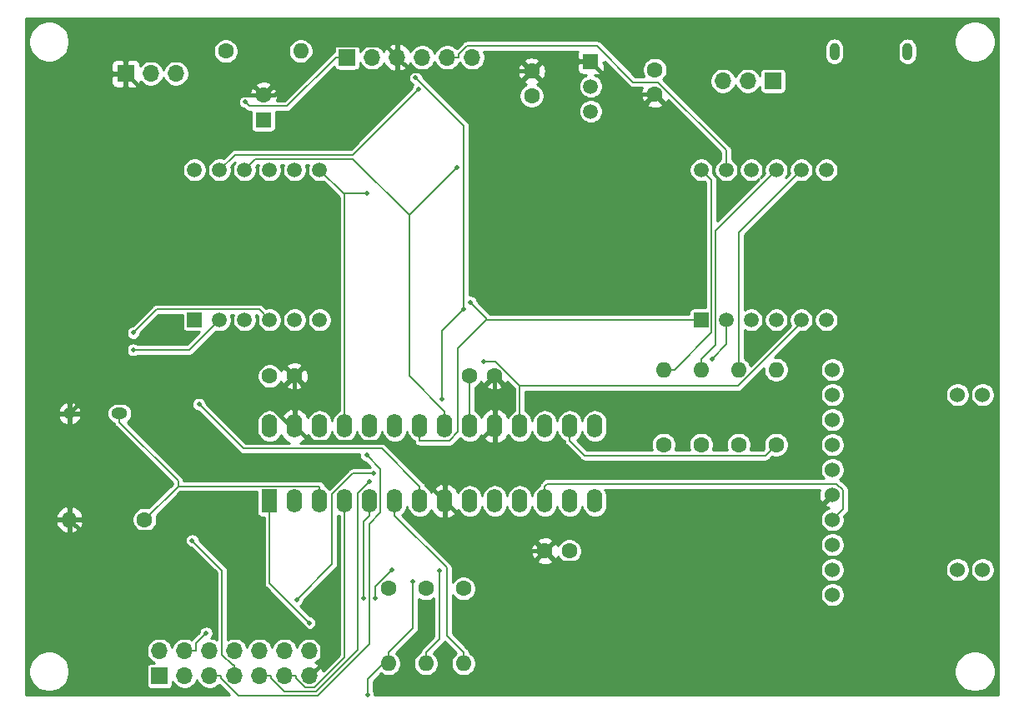
<source format=gbl>
G04 #@! TF.GenerationSoftware,KiCad,Pcbnew,(5.1.9)-1*
G04 #@! TF.CreationDate,2022-05-03T11:16:20+09:00*
G04 #@! TF.ProjectId,ZK80,5a4b3830-2e6b-4696-9361-645f70636258,rev?*
G04 #@! TF.SameCoordinates,PX2625a00PY9896800*
G04 #@! TF.FileFunction,Copper,L2,Bot*
G04 #@! TF.FilePolarity,Positive*
%FSLAX46Y46*%
G04 Gerber Fmt 4.6, Leading zero omitted, Abs format (unit mm)*
G04 Created by KiCad (PCBNEW (5.1.9)-1) date 2022-05-03 11:16:20*
%MOMM*%
%LPD*%
G01*
G04 APERTURE LIST*
G04 #@! TA.AperFunction,ComponentPad*
%ADD10R,1.600000X1.600000*%
G04 #@! TD*
G04 #@! TA.AperFunction,ComponentPad*
%ADD11C,1.600000*%
G04 #@! TD*
G04 #@! TA.AperFunction,ComponentPad*
%ADD12R,1.700000X1.700000*%
G04 #@! TD*
G04 #@! TA.AperFunction,ComponentPad*
%ADD13O,1.700000X1.700000*%
G04 #@! TD*
G04 #@! TA.AperFunction,ComponentPad*
%ADD14C,1.524000*%
G04 #@! TD*
G04 #@! TA.AperFunction,ComponentPad*
%ADD15O,1.000000X1.800000*%
G04 #@! TD*
G04 #@! TA.AperFunction,ComponentPad*
%ADD16O,1.600000X1.200000*%
G04 #@! TD*
G04 #@! TA.AperFunction,ComponentPad*
%ADD17O,1.200000X1.200000*%
G04 #@! TD*
G04 #@! TA.AperFunction,ComponentPad*
%ADD18O,1.600000X1.600000*%
G04 #@! TD*
G04 #@! TA.AperFunction,ComponentPad*
%ADD19C,1.500000*%
G04 #@! TD*
G04 #@! TA.AperFunction,ComponentPad*
%ADD20R,1.500000X1.500000*%
G04 #@! TD*
G04 #@! TA.AperFunction,ComponentPad*
%ADD21R,1.600000X2.400000*%
G04 #@! TD*
G04 #@! TA.AperFunction,ComponentPad*
%ADD22O,1.600000X2.400000*%
G04 #@! TD*
G04 #@! TA.AperFunction,ViaPad*
%ADD23C,0.500000*%
G04 #@! TD*
G04 #@! TA.AperFunction,Conductor*
%ADD24C,0.400000*%
G04 #@! TD*
G04 #@! TA.AperFunction,Conductor*
%ADD25C,0.200000*%
G04 #@! TD*
G04 #@! TA.AperFunction,Conductor*
%ADD26C,0.254000*%
G04 #@! TD*
G04 #@! TA.AperFunction,Conductor*
%ADD27C,0.100000*%
G04 #@! TD*
G04 APERTURE END LIST*
D10*
X24765000Y59055000D03*
D11*
X24765000Y61555000D03*
X53340000Y15240000D03*
X55840000Y15240000D03*
X27900000Y33020000D03*
X25400000Y33020000D03*
X45720000Y33020000D03*
X48220000Y33020000D03*
X64500000Y61635000D03*
X64500000Y64135000D03*
X52000000Y61500000D03*
X52000000Y64000000D03*
D12*
X33274000Y65405000D03*
D13*
X35814000Y65405000D03*
X38354000Y65405000D03*
X40894000Y65405000D03*
X43434000Y65405000D03*
X45974000Y65405000D03*
D14*
X82550000Y33655000D03*
X82550000Y31115000D03*
X82550000Y28575000D03*
X82550000Y26035000D03*
X82550000Y23495000D03*
X82550000Y20955000D03*
X82550000Y18415000D03*
X82550000Y15875000D03*
X82550000Y13335000D03*
X82550000Y10795000D03*
X95250000Y31115000D03*
X97790000Y31115000D03*
X95250000Y13335000D03*
X97790000Y13335000D03*
D15*
X82750000Y66000000D03*
X90150000Y66000000D03*
D12*
X14224000Y2540000D03*
D13*
X14224000Y5080000D03*
X16764000Y2540000D03*
X16764000Y5080000D03*
X19304000Y2540000D03*
X19304000Y5080000D03*
X21844000Y2540000D03*
X21844000Y5080000D03*
X24384000Y2540000D03*
X24384000Y5080000D03*
X26924000Y2540000D03*
X26924000Y5080000D03*
X29464000Y2540000D03*
X29464000Y5080000D03*
D16*
X10160000Y29210000D03*
D17*
X5080000Y29210000D03*
D11*
X20955000Y66040000D03*
D18*
X28575000Y66040000D03*
X65405000Y33655000D03*
D11*
X65405000Y26035000D03*
X69215000Y26035000D03*
D18*
X69215000Y33655000D03*
X73025000Y33655000D03*
D11*
X73025000Y26035000D03*
X76835000Y26035000D03*
D18*
X76835000Y33655000D03*
D11*
X12700000Y18415000D03*
D18*
X5080000Y18415000D03*
X37465000Y3810000D03*
D11*
X37465000Y11430000D03*
X41275000Y11430000D03*
D18*
X41275000Y3810000D03*
X45085000Y3810000D03*
D11*
X45085000Y11430000D03*
D13*
X15875000Y63754000D03*
X13335000Y63754000D03*
D12*
X10795000Y63754000D03*
X76500000Y63000000D03*
D13*
X73960000Y63000000D03*
X71420000Y63000000D03*
D19*
X17780000Y53975000D03*
X20320000Y53975000D03*
X22860000Y53975000D03*
X25400000Y53975000D03*
X27940000Y53975000D03*
X30480000Y53975000D03*
X30480000Y38735000D03*
X27940000Y38735000D03*
X25400000Y38735000D03*
X22860000Y38735000D03*
X20320000Y38735000D03*
D20*
X17780000Y38735000D03*
X69215000Y38735000D03*
D19*
X71755000Y38735000D03*
X74295000Y38735000D03*
X76835000Y38735000D03*
X79375000Y38735000D03*
X81915000Y38735000D03*
X81915000Y53975000D03*
X79375000Y53975000D03*
X76835000Y53975000D03*
X74295000Y53975000D03*
X71755000Y53975000D03*
X69215000Y53975000D03*
D21*
X25400000Y20320000D03*
D22*
X58420000Y27940000D03*
X27940000Y20320000D03*
X55880000Y27940000D03*
X30480000Y20320000D03*
X53340000Y27940000D03*
X33020000Y20320000D03*
X50800000Y27940000D03*
X35560000Y20320000D03*
X48260000Y27940000D03*
X38100000Y20320000D03*
X45720000Y27940000D03*
X40640000Y20320000D03*
X43180000Y27940000D03*
X43180000Y20320000D03*
X40640000Y27940000D03*
X45720000Y20320000D03*
X38100000Y27940000D03*
X48260000Y20320000D03*
X35560000Y27940000D03*
X50800000Y20320000D03*
X33020000Y27940000D03*
X53340000Y20320000D03*
X30480000Y27940000D03*
X55880000Y20320000D03*
X27940000Y27940000D03*
X58420000Y20320000D03*
X25400000Y27940000D03*
D19*
X58000000Y62460000D03*
X58000000Y59920000D03*
D20*
X58000000Y65000000D03*
D23*
X29407200Y7926200D03*
X22930500Y60886300D03*
X42899000Y30654400D03*
X40226000Y63319100D03*
X45114000Y39841600D03*
X18945100Y6903200D03*
X34973700Y10406400D03*
X40514600Y62158800D03*
X35338000Y649500D03*
X39945500Y12145100D03*
X42667900Y13242200D03*
X35242900Y24965900D03*
X35314700Y51551900D03*
X11547400Y37420900D03*
X70304200Y34777600D03*
X17537300Y16298200D03*
X11545100Y35667800D03*
X28144500Y10284600D03*
X35970400Y23114300D03*
X45795100Y40516900D03*
X35559900Y22282700D03*
X44453000Y54241400D03*
X36109800Y10406400D03*
X37782000Y13327100D03*
X47097300Y34486000D03*
X18230000Y30158800D03*
D24*
X5080000Y18415000D02*
X6280000Y17215000D01*
X6280000Y17215000D02*
X19179000Y17215000D01*
X19179000Y17215000D02*
X30714000Y5680000D01*
X30714000Y5680000D02*
X30714000Y3790000D01*
X30714000Y3790000D02*
X29464000Y2540000D01*
X53340000Y15240000D02*
X54540000Y14040000D01*
X54540000Y14040000D02*
X75635000Y14040000D01*
X75635000Y14040000D02*
X82550000Y20955000D01*
X43180000Y20320000D02*
X48260000Y15240000D01*
X48260000Y15240000D02*
X53340000Y15240000D01*
X48260000Y27940000D02*
X48260000Y32980000D01*
X48260000Y32980000D02*
X48220000Y33020000D01*
X43180000Y20320000D02*
X43180000Y22860000D01*
X43180000Y22860000D02*
X48260000Y27940000D01*
X27940000Y27940000D02*
X29540000Y26340000D01*
X29540000Y26340000D02*
X37160000Y26340000D01*
X37160000Y26340000D02*
X43180000Y20320000D01*
X27940000Y27940000D02*
X27940000Y32980000D01*
X27940000Y32980000D02*
X27900000Y33020000D01*
X10795000Y34925000D02*
X20512100Y34925000D01*
X20512100Y34925000D02*
X27497100Y27940000D01*
X27497100Y27940000D02*
X27940000Y27940000D01*
X5080000Y29210000D02*
X5080000Y18415000D01*
X10795000Y63754000D02*
X10795000Y34925000D01*
X10795000Y34925000D02*
X5080000Y29210000D01*
X24765000Y61555000D02*
X12994000Y61555000D01*
X12994000Y61555000D02*
X10795000Y63754000D01*
X38354000Y65405000D02*
X37104000Y66655000D01*
X37104000Y66655000D02*
X30996400Y66655000D01*
X30996400Y66655000D02*
X25896400Y61555000D01*
X25896400Y61555000D02*
X24765000Y61555000D01*
X52000000Y64000000D02*
X39759000Y64000000D01*
X39759000Y64000000D02*
X38354000Y65405000D01*
X58000000Y65000000D02*
X53000000Y65000000D01*
X53000000Y65000000D02*
X52000000Y64000000D01*
X64500000Y61635000D02*
X61365000Y61635000D01*
X61365000Y61635000D02*
X58000000Y65000000D01*
D25*
X45720000Y27940000D02*
X45720000Y33020000D01*
X25400000Y20320000D02*
X25400000Y11933400D01*
X25400000Y11933400D02*
X29407200Y7926200D01*
X33274000Y65405000D02*
X32123700Y65405000D01*
X22930500Y60886300D02*
X23377400Y60439400D01*
X23377400Y60439400D02*
X27158100Y60439400D01*
X27158100Y60439400D02*
X32123700Y65405000D01*
X42899000Y30654400D02*
X42899000Y37626600D01*
X42899000Y37626600D02*
X45114000Y39841600D01*
X26924000Y2540000D02*
X28074300Y2540000D01*
X33020000Y20320000D02*
X33020000Y4456000D01*
X33020000Y4456000D02*
X29940800Y1376800D01*
X29940800Y1376800D02*
X28999100Y1376800D01*
X28999100Y1376800D02*
X28074300Y2301600D01*
X28074300Y2301600D02*
X28074300Y2540000D01*
X45114000Y39841600D02*
X45114000Y58431100D01*
X45114000Y58431100D02*
X40226000Y63319100D01*
X35560000Y20320000D02*
X35560000Y18819700D01*
X16764000Y5080000D02*
X17914300Y5080000D01*
X18945100Y6903200D02*
X17914300Y5872400D01*
X17914300Y5872400D02*
X17914300Y5080000D01*
X35560000Y18819700D02*
X34973700Y18233400D01*
X34973700Y18233400D02*
X34973700Y10406400D01*
X20320000Y53975000D02*
X21868000Y55523000D01*
X21868000Y55523000D02*
X33878800Y55523000D01*
X33878800Y55523000D02*
X40514600Y62158800D01*
X43434000Y65405000D02*
X44584300Y65405000D01*
X44584300Y65405000D02*
X44584300Y65692600D01*
X44584300Y65692600D02*
X45455400Y66563700D01*
X45455400Y66563700D02*
X58629300Y66563700D01*
X58629300Y66563700D02*
X62308000Y62885000D01*
X62308000Y62885000D02*
X64836100Y62885000D01*
X64836100Y62885000D02*
X71755000Y55966100D01*
X71755000Y55966100D02*
X71755000Y53975000D01*
X53340000Y20320000D02*
X53340000Y21820300D01*
X53340000Y21820300D02*
X53584400Y22064700D01*
X53584400Y22064700D02*
X82974600Y22064700D01*
X82974600Y22064700D02*
X83632700Y21406600D01*
X83632700Y21406600D02*
X83632700Y19497700D01*
X83632700Y19497700D02*
X82550000Y18415000D01*
X37465000Y4360200D02*
X35338000Y2233200D01*
X35338000Y2233200D02*
X35338000Y649500D01*
X37465000Y4360200D02*
X37465000Y4910300D01*
X37465000Y3810000D02*
X37465000Y4360200D01*
X39945500Y12145100D02*
X39945500Y7390800D01*
X39945500Y7390800D02*
X37465000Y4910300D01*
X41275000Y3810000D02*
X41275000Y4910300D01*
X42667900Y13242200D02*
X42667900Y6303200D01*
X42667900Y6303200D02*
X41275000Y4910300D01*
X45085000Y3810000D02*
X45085000Y4910300D01*
X38100000Y20320000D02*
X38100000Y18819700D01*
X38100000Y18819700D02*
X43384800Y13534900D01*
X43384800Y13534900D02*
X43384800Y6610500D01*
X43384800Y6610500D02*
X45085000Y4910300D01*
X35242900Y24965900D02*
X36668100Y23540700D01*
X36668100Y23540700D02*
X36668100Y19123100D01*
X36668100Y19123100D02*
X35559500Y18014500D01*
X35559500Y18014500D02*
X35559500Y5778000D01*
X35559500Y5778000D02*
X30312400Y530900D01*
X30312400Y530900D02*
X22225000Y530900D01*
X22225000Y530900D02*
X20454300Y2301600D01*
X20454300Y2301600D02*
X20454300Y2540000D01*
X19304000Y2540000D02*
X20454300Y2540000D01*
X33020000Y51551900D02*
X35314700Y51551900D01*
X30480000Y53975000D02*
X32903100Y51551900D01*
X32903100Y51551900D02*
X33020000Y51551900D01*
X33020000Y29440300D02*
X33020000Y51551900D01*
X33020000Y27940000D02*
X33020000Y29440300D01*
X25400000Y38735000D02*
X24349600Y39785400D01*
X24349600Y39785400D02*
X13911900Y39785400D01*
X13911900Y39785400D02*
X11547400Y37420900D01*
X70304200Y34777600D02*
X71755000Y36228400D01*
X71755000Y36228400D02*
X71755000Y38735000D01*
X21844000Y2540000D02*
X21844000Y3690300D01*
X17537300Y16298200D02*
X20574000Y13261500D01*
X20574000Y13261500D02*
X20574000Y4721900D01*
X20574000Y4721900D02*
X21605600Y3690300D01*
X21605600Y3690300D02*
X21844000Y3690300D01*
X20320000Y38735000D02*
X17252800Y35667800D01*
X17252800Y35667800D02*
X11545100Y35667800D01*
X28144500Y10284600D02*
X31750000Y13890100D01*
X31750000Y13890100D02*
X31750000Y21039900D01*
X31750000Y21039900D02*
X33824400Y23114300D01*
X33824400Y23114300D02*
X35970400Y23114300D01*
X47427200Y38735000D02*
X47427200Y38884800D01*
X47427200Y38884800D02*
X45795100Y40516900D01*
X40640000Y26439700D02*
X43650700Y26439700D01*
X43650700Y26439700D02*
X44547200Y27336200D01*
X44547200Y27336200D02*
X44547200Y35855000D01*
X44547200Y35855000D02*
X47427200Y38735000D01*
X47427200Y38735000D02*
X69215000Y38735000D01*
X40640000Y27940000D02*
X40640000Y26439700D01*
X43180000Y29440300D02*
X39571100Y33049200D01*
X39571100Y33049200D02*
X39571100Y49359500D01*
X35559900Y22282700D02*
X34387300Y21110100D01*
X34387300Y21110100D02*
X34387300Y5222500D01*
X34387300Y5222500D02*
X30141200Y976400D01*
X30141200Y976400D02*
X26859500Y976400D01*
X26859500Y976400D02*
X25534300Y2301600D01*
X25534300Y2301600D02*
X25534300Y2540000D01*
X39571100Y49359500D02*
X33879700Y55050900D01*
X33879700Y55050900D02*
X23935900Y55050900D01*
X23935900Y55050900D02*
X22860000Y53975000D01*
X24384000Y2540000D02*
X25534300Y2540000D01*
X39571100Y49359500D02*
X44453000Y54241400D01*
X43180000Y27940000D02*
X43180000Y29440300D01*
X37782000Y13327100D02*
X36109800Y11654900D01*
X36109800Y11654900D02*
X36109800Y10406400D01*
X50800000Y32005200D02*
X72954600Y32005200D01*
X72954600Y32005200D02*
X79375000Y38425600D01*
X79375000Y38425600D02*
X79375000Y38735000D01*
X50800000Y27940000D02*
X50800000Y32005200D01*
X50800000Y32005200D02*
X48319200Y34486000D01*
X48319200Y34486000D02*
X47097300Y34486000D01*
X16105300Y21820300D02*
X30480000Y21820300D01*
X16105300Y21820300D02*
X12700000Y18415000D01*
X16105300Y21820300D02*
X16105300Y22364400D01*
X16105300Y22364400D02*
X10160000Y28309700D01*
X10160000Y29210000D02*
X10160000Y28309700D01*
X30480000Y20320000D02*
X30480000Y21820300D01*
X66505300Y33655000D02*
X70265400Y37415100D01*
X70265400Y37415100D02*
X70265400Y52924600D01*
X70265400Y52924600D02*
X69215000Y53975000D01*
X65405000Y33655000D02*
X66505300Y33655000D01*
X69215000Y33655000D02*
X69215000Y34755300D01*
X76835000Y53975000D02*
X70665900Y47805900D01*
X70665900Y47805900D02*
X70665900Y36206200D01*
X70665900Y36206200D02*
X69215000Y34755300D01*
X79375000Y53975000D02*
X73025000Y47625000D01*
X73025000Y47625000D02*
X73025000Y33655000D01*
X55880000Y27940000D02*
X55880000Y26439700D01*
X55880000Y26439700D02*
X57385100Y24934600D01*
X57385100Y24934600D02*
X75734600Y24934600D01*
X75734600Y24934600D02*
X76835000Y26035000D01*
X40640000Y20320000D02*
X40640000Y21820300D01*
X40640000Y21820300D02*
X36816600Y25643700D01*
X36816600Y25643700D02*
X22745100Y25643700D01*
X22745100Y25643700D02*
X18230000Y30158800D01*
D26*
X99373000Y627000D02*
X36065000Y627000D01*
X36065000Y721103D01*
X36037062Y861558D01*
X35982259Y993864D01*
X35915000Y1094525D01*
X35915000Y1994199D01*
X36703670Y2782869D01*
X36860114Y2678337D01*
X37092513Y2582074D01*
X37339226Y2533000D01*
X37590774Y2533000D01*
X37837487Y2582074D01*
X38069886Y2678337D01*
X38279040Y2818089D01*
X38456911Y2995960D01*
X38596663Y3205114D01*
X38692926Y3437513D01*
X38742000Y3684226D01*
X38742000Y3935774D01*
X38692926Y4182487D01*
X38596663Y4414886D01*
X38456911Y4624040D01*
X38279040Y4801911D01*
X38215241Y4844540D01*
X40333462Y6962761D01*
X40355474Y6980826D01*
X40427579Y7068685D01*
X40481157Y7168924D01*
X40498816Y7227138D01*
X40514151Y7277688D01*
X40519863Y7335686D01*
X40522500Y7362464D01*
X40522500Y7362469D01*
X40525290Y7390800D01*
X40522500Y7419131D01*
X40522500Y10396969D01*
X40670114Y10298337D01*
X40902513Y10202074D01*
X41149226Y10153000D01*
X41400774Y10153000D01*
X41647487Y10202074D01*
X41879886Y10298337D01*
X42089040Y10438089D01*
X42090900Y10439949D01*
X42090901Y6542203D01*
X40887033Y5338334D01*
X40865027Y5320274D01*
X40846966Y5298267D01*
X40846963Y5298264D01*
X40823840Y5270088D01*
X40792922Y5232415D01*
X40748837Y5149937D01*
X40739344Y5132176D01*
X40706349Y5023411D01*
X40699497Y4953834D01*
X40670114Y4941663D01*
X40460960Y4801911D01*
X40283089Y4624040D01*
X40143337Y4414886D01*
X40047074Y4182487D01*
X39998000Y3935774D01*
X39998000Y3684226D01*
X40047074Y3437513D01*
X40143337Y3205114D01*
X40283089Y2995960D01*
X40460960Y2818089D01*
X40670114Y2678337D01*
X40902513Y2582074D01*
X41149226Y2533000D01*
X41400774Y2533000D01*
X41647487Y2582074D01*
X41879886Y2678337D01*
X42089040Y2818089D01*
X42266911Y2995960D01*
X42406663Y3205114D01*
X42502926Y3437513D01*
X42552000Y3684226D01*
X42552000Y3935774D01*
X42502926Y4182487D01*
X42406663Y4414886D01*
X42266911Y4624040D01*
X42089040Y4801911D01*
X42025241Y4844540D01*
X43055867Y5875165D01*
X43077874Y5893226D01*
X43149979Y5981085D01*
X43166780Y6012519D01*
X44334759Y4844540D01*
X44270960Y4801911D01*
X44093089Y4624040D01*
X43953337Y4414886D01*
X43857074Y4182487D01*
X43808000Y3935774D01*
X43808000Y3684226D01*
X43857074Y3437513D01*
X43953337Y3205114D01*
X44093089Y2995960D01*
X44270960Y2818089D01*
X44480114Y2678337D01*
X44712513Y2582074D01*
X44959226Y2533000D01*
X45210774Y2533000D01*
X45457487Y2582074D01*
X45689886Y2678337D01*
X45899040Y2818089D01*
X46076911Y2995960D01*
X46216297Y3204567D01*
X94923000Y3204567D01*
X94923000Y2795433D01*
X95002818Y2394161D01*
X95159386Y2016171D01*
X95386689Y1675989D01*
X95675989Y1386689D01*
X96016171Y1159386D01*
X96394161Y1002818D01*
X96795433Y923000D01*
X97204567Y923000D01*
X97605839Y1002818D01*
X97983829Y1159386D01*
X98324011Y1386689D01*
X98613311Y1675989D01*
X98840614Y2016171D01*
X98997182Y2394161D01*
X99077000Y2795433D01*
X99077000Y3204567D01*
X98997182Y3605839D01*
X98840614Y3983829D01*
X98613311Y4324011D01*
X98324011Y4613311D01*
X97983829Y4840614D01*
X97605839Y4997182D01*
X97204567Y5077000D01*
X96795433Y5077000D01*
X96394161Y4997182D01*
X96016171Y4840614D01*
X95675989Y4613311D01*
X95386689Y4324011D01*
X95159386Y3983829D01*
X95002818Y3605839D01*
X94923000Y3204567D01*
X46216297Y3204567D01*
X46216663Y3205114D01*
X46312926Y3437513D01*
X46362000Y3684226D01*
X46362000Y3935774D01*
X46312926Y4182487D01*
X46216663Y4414886D01*
X46076911Y4624040D01*
X45899040Y4801911D01*
X45689886Y4941663D01*
X45660503Y4953834D01*
X45655895Y5000624D01*
X45653651Y5023412D01*
X45634204Y5087518D01*
X45620657Y5132176D01*
X45567079Y5232415D01*
X45494974Y5320274D01*
X45472962Y5338339D01*
X43961800Y6849501D01*
X43961800Y10812448D01*
X44093089Y10615960D01*
X44270960Y10438089D01*
X44480114Y10298337D01*
X44712513Y10202074D01*
X44959226Y10153000D01*
X45210774Y10153000D01*
X45457487Y10202074D01*
X45689886Y10298337D01*
X45899040Y10438089D01*
X46076911Y10615960D01*
X46216663Y10825114D01*
X46254736Y10917031D01*
X81311000Y10917031D01*
X81311000Y10672969D01*
X81358614Y10433597D01*
X81452012Y10208113D01*
X81587606Y10005184D01*
X81760184Y9832606D01*
X81963113Y9697012D01*
X82188597Y9603614D01*
X82427969Y9556000D01*
X82672031Y9556000D01*
X82911403Y9603614D01*
X83136887Y9697012D01*
X83339816Y9832606D01*
X83512394Y10005184D01*
X83647988Y10208113D01*
X83741386Y10433597D01*
X83789000Y10672969D01*
X83789000Y10917031D01*
X83741386Y11156403D01*
X83647988Y11381887D01*
X83512394Y11584816D01*
X83339816Y11757394D01*
X83136887Y11892988D01*
X82911403Y11986386D01*
X82672031Y12034000D01*
X82427969Y12034000D01*
X82188597Y11986386D01*
X81963113Y11892988D01*
X81760184Y11757394D01*
X81587606Y11584816D01*
X81452012Y11381887D01*
X81358614Y11156403D01*
X81311000Y10917031D01*
X46254736Y10917031D01*
X46312926Y11057513D01*
X46362000Y11304226D01*
X46362000Y11555774D01*
X46312926Y11802487D01*
X46216663Y12034886D01*
X46076911Y12244040D01*
X45899040Y12421911D01*
X45689886Y12561663D01*
X45457487Y12657926D01*
X45210774Y12707000D01*
X44959226Y12707000D01*
X44712513Y12657926D01*
X44480114Y12561663D01*
X44270960Y12421911D01*
X44093089Y12244040D01*
X43961800Y12047552D01*
X43961800Y13457031D01*
X81311000Y13457031D01*
X81311000Y13212969D01*
X81358614Y12973597D01*
X81452012Y12748113D01*
X81587606Y12545184D01*
X81760184Y12372606D01*
X81963113Y12237012D01*
X82188597Y12143614D01*
X82427969Y12096000D01*
X82672031Y12096000D01*
X82911403Y12143614D01*
X83136887Y12237012D01*
X83339816Y12372606D01*
X83512394Y12545184D01*
X83647988Y12748113D01*
X83741386Y12973597D01*
X83789000Y13212969D01*
X83789000Y13457031D01*
X94011000Y13457031D01*
X94011000Y13212969D01*
X94058614Y12973597D01*
X94152012Y12748113D01*
X94287606Y12545184D01*
X94460184Y12372606D01*
X94663113Y12237012D01*
X94888597Y12143614D01*
X95127969Y12096000D01*
X95372031Y12096000D01*
X95611403Y12143614D01*
X95836887Y12237012D01*
X96039816Y12372606D01*
X96212394Y12545184D01*
X96347988Y12748113D01*
X96441386Y12973597D01*
X96489000Y13212969D01*
X96489000Y13457031D01*
X96551000Y13457031D01*
X96551000Y13212969D01*
X96598614Y12973597D01*
X96692012Y12748113D01*
X96827606Y12545184D01*
X97000184Y12372606D01*
X97203113Y12237012D01*
X97428597Y12143614D01*
X97667969Y12096000D01*
X97912031Y12096000D01*
X98151403Y12143614D01*
X98376887Y12237012D01*
X98579816Y12372606D01*
X98752394Y12545184D01*
X98887988Y12748113D01*
X98981386Y12973597D01*
X99029000Y13212969D01*
X99029000Y13457031D01*
X98981386Y13696403D01*
X98887988Y13921887D01*
X98752394Y14124816D01*
X98579816Y14297394D01*
X98376887Y14432988D01*
X98151403Y14526386D01*
X97912031Y14574000D01*
X97667969Y14574000D01*
X97428597Y14526386D01*
X97203113Y14432988D01*
X97000184Y14297394D01*
X96827606Y14124816D01*
X96692012Y13921887D01*
X96598614Y13696403D01*
X96551000Y13457031D01*
X96489000Y13457031D01*
X96441386Y13696403D01*
X96347988Y13921887D01*
X96212394Y14124816D01*
X96039816Y14297394D01*
X95836887Y14432988D01*
X95611403Y14526386D01*
X95372031Y14574000D01*
X95127969Y14574000D01*
X94888597Y14526386D01*
X94663113Y14432988D01*
X94460184Y14297394D01*
X94287606Y14124816D01*
X94152012Y13921887D01*
X94058614Y13696403D01*
X94011000Y13457031D01*
X83789000Y13457031D01*
X83741386Y13696403D01*
X83647988Y13921887D01*
X83512394Y14124816D01*
X83339816Y14297394D01*
X83136887Y14432988D01*
X82911403Y14526386D01*
X82672031Y14574000D01*
X82427969Y14574000D01*
X82188597Y14526386D01*
X81963113Y14432988D01*
X81760184Y14297394D01*
X81587606Y14124816D01*
X81452012Y13921887D01*
X81358614Y13696403D01*
X81311000Y13457031D01*
X43961800Y13457031D01*
X43961800Y13506569D01*
X43964590Y13534900D01*
X43961694Y13564314D01*
X43959163Y13590014D01*
X43953451Y13648012D01*
X43930315Y13724279D01*
X43920457Y13756776D01*
X43866879Y13857015D01*
X43794774Y13944874D01*
X43772763Y13962938D01*
X43488403Y14247298D01*
X52526903Y14247298D01*
X52598486Y14003329D01*
X52853996Y13882429D01*
X53128184Y13813700D01*
X53410512Y13799783D01*
X53690130Y13841213D01*
X53956292Y13936397D01*
X54081514Y14003329D01*
X54153097Y14247298D01*
X53340000Y15060395D01*
X52526903Y14247298D01*
X43488403Y14247298D01*
X42566213Y15169488D01*
X51899783Y15169488D01*
X51941213Y14889870D01*
X52036397Y14623708D01*
X52103329Y14498486D01*
X52347298Y14426903D01*
X53160395Y15240000D01*
X53519605Y15240000D01*
X54332702Y14426903D01*
X54576671Y14498486D01*
X54677055Y14710636D01*
X54708337Y14635114D01*
X54848089Y14425960D01*
X55025960Y14248089D01*
X55235114Y14108337D01*
X55467513Y14012074D01*
X55714226Y13963000D01*
X55965774Y13963000D01*
X56212487Y14012074D01*
X56444886Y14108337D01*
X56654040Y14248089D01*
X56831911Y14425960D01*
X56971663Y14635114D01*
X57067926Y14867513D01*
X57117000Y15114226D01*
X57117000Y15365774D01*
X57067926Y15612487D01*
X56971663Y15844886D01*
X56870004Y15997031D01*
X81311000Y15997031D01*
X81311000Y15752969D01*
X81358614Y15513597D01*
X81452012Y15288113D01*
X81587606Y15085184D01*
X81760184Y14912606D01*
X81963113Y14777012D01*
X82188597Y14683614D01*
X82427969Y14636000D01*
X82672031Y14636000D01*
X82911403Y14683614D01*
X83136887Y14777012D01*
X83339816Y14912606D01*
X83512394Y15085184D01*
X83647988Y15288113D01*
X83741386Y15513597D01*
X83789000Y15752969D01*
X83789000Y15997031D01*
X83741386Y16236403D01*
X83647988Y16461887D01*
X83512394Y16664816D01*
X83339816Y16837394D01*
X83136887Y16972988D01*
X82911403Y17066386D01*
X82672031Y17114000D01*
X82427969Y17114000D01*
X82188597Y17066386D01*
X81963113Y16972988D01*
X81760184Y16837394D01*
X81587606Y16664816D01*
X81452012Y16461887D01*
X81358614Y16236403D01*
X81311000Y15997031D01*
X56870004Y15997031D01*
X56831911Y16054040D01*
X56654040Y16231911D01*
X56444886Y16371663D01*
X56212487Y16467926D01*
X55965774Y16517000D01*
X55714226Y16517000D01*
X55467513Y16467926D01*
X55235114Y16371663D01*
X55025960Y16231911D01*
X54848089Y16054040D01*
X54708337Y15844886D01*
X54675786Y15766300D01*
X54643603Y15856292D01*
X54576671Y15981514D01*
X54332702Y16053097D01*
X53519605Y15240000D01*
X53160395Y15240000D01*
X52347298Y16053097D01*
X52103329Y15981514D01*
X51982429Y15726004D01*
X51913700Y15451816D01*
X51899783Y15169488D01*
X42566213Y15169488D01*
X41502999Y16232702D01*
X52526903Y16232702D01*
X53340000Y15419605D01*
X54153097Y16232702D01*
X54081514Y16476671D01*
X53826004Y16597571D01*
X53551816Y16666300D01*
X53269488Y16680217D01*
X52989870Y16638787D01*
X52723708Y16543603D01*
X52598486Y16476671D01*
X52526903Y16232702D01*
X41502999Y16232702D01*
X38851194Y18884507D01*
X39007344Y19012656D01*
X39166924Y19207104D01*
X39285502Y19428949D01*
X39358522Y19669664D01*
X39370000Y19786202D01*
X39381478Y19669664D01*
X39454498Y19428949D01*
X39573076Y19207104D01*
X39732657Y19012656D01*
X39927105Y18853076D01*
X40148950Y18734498D01*
X40389665Y18661478D01*
X40640000Y18636822D01*
X40890336Y18661478D01*
X41131051Y18734498D01*
X41352896Y18853076D01*
X41547344Y19012656D01*
X41706924Y19207104D01*
X41825502Y19428949D01*
X41828378Y19438429D01*
X41902834Y19253517D01*
X42057399Y19017161D01*
X42255105Y18815500D01*
X42488354Y18656285D01*
X42748182Y18545633D01*
X42830961Y18528096D01*
X43053000Y18650085D01*
X43053000Y20193000D01*
X43033000Y20193000D01*
X43033000Y20447000D01*
X43053000Y20447000D01*
X43053000Y21989915D01*
X43307000Y21989915D01*
X43307000Y20447000D01*
X43327000Y20447000D01*
X43327000Y20193000D01*
X43307000Y20193000D01*
X43307000Y18650085D01*
X43529039Y18528096D01*
X43611818Y18545633D01*
X43871646Y18656285D01*
X44104895Y18815500D01*
X44302601Y19017161D01*
X44457166Y19253517D01*
X44531622Y19438429D01*
X44534498Y19428949D01*
X44653076Y19207104D01*
X44812657Y19012656D01*
X45007105Y18853076D01*
X45228950Y18734498D01*
X45469665Y18661478D01*
X45720000Y18636822D01*
X45970336Y18661478D01*
X46211051Y18734498D01*
X46432896Y18853076D01*
X46627344Y19012656D01*
X46786924Y19207104D01*
X46905502Y19428949D01*
X46978522Y19669664D01*
X46990000Y19786202D01*
X47001478Y19669664D01*
X47074498Y19428949D01*
X47193076Y19207104D01*
X47352657Y19012656D01*
X47547105Y18853076D01*
X47768950Y18734498D01*
X48009665Y18661478D01*
X48260000Y18636822D01*
X48510336Y18661478D01*
X48751051Y18734498D01*
X48972896Y18853076D01*
X49167344Y19012656D01*
X49326924Y19207104D01*
X49445502Y19428949D01*
X49518522Y19669664D01*
X49530000Y19786202D01*
X49541478Y19669664D01*
X49614498Y19428949D01*
X49733076Y19207104D01*
X49892657Y19012656D01*
X50087105Y18853076D01*
X50308950Y18734498D01*
X50549665Y18661478D01*
X50800000Y18636822D01*
X51050336Y18661478D01*
X51291051Y18734498D01*
X51512896Y18853076D01*
X51707344Y19012656D01*
X51866924Y19207104D01*
X51985502Y19428949D01*
X52058522Y19669664D01*
X52070000Y19786202D01*
X52081478Y19669664D01*
X52154498Y19428949D01*
X52273076Y19207104D01*
X52432657Y19012656D01*
X52627105Y18853076D01*
X52848950Y18734498D01*
X53089665Y18661478D01*
X53340000Y18636822D01*
X53590336Y18661478D01*
X53831051Y18734498D01*
X54052896Y18853076D01*
X54247344Y19012656D01*
X54406924Y19207104D01*
X54525502Y19428949D01*
X54598522Y19669664D01*
X54610000Y19786202D01*
X54621478Y19669664D01*
X54694498Y19428949D01*
X54813076Y19207104D01*
X54972657Y19012656D01*
X55167105Y18853076D01*
X55388950Y18734498D01*
X55629665Y18661478D01*
X55880000Y18636822D01*
X56130336Y18661478D01*
X56371051Y18734498D01*
X56592896Y18853076D01*
X56787344Y19012656D01*
X56946924Y19207104D01*
X57065502Y19428949D01*
X57138522Y19669664D01*
X57150000Y19786202D01*
X57161478Y19669664D01*
X57234498Y19428949D01*
X57353076Y19207104D01*
X57512657Y19012656D01*
X57707105Y18853076D01*
X57928950Y18734498D01*
X58169665Y18661478D01*
X58420000Y18636822D01*
X58670336Y18661478D01*
X58911051Y18734498D01*
X59132896Y18853076D01*
X59327344Y19012656D01*
X59486924Y19207104D01*
X59605502Y19428949D01*
X59678522Y19669664D01*
X59697000Y19857275D01*
X59697000Y20782726D01*
X59678522Y20970336D01*
X59605502Y21211051D01*
X59486924Y21432896D01*
X59441947Y21487700D01*
X81256750Y21487700D01*
X81227244Y21424952D01*
X81160977Y21157865D01*
X81148090Y20882983D01*
X81189078Y20610867D01*
X81282364Y20351977D01*
X81344344Y20236020D01*
X81584435Y20169040D01*
X82370395Y20955000D01*
X82356253Y20969142D01*
X82535858Y21148747D01*
X82550000Y21134605D01*
X82564143Y21148747D01*
X82743748Y20969142D01*
X82729605Y20955000D01*
X82743748Y20940857D01*
X82564143Y20761252D01*
X82550000Y20775395D01*
X81764040Y19989435D01*
X81831020Y19749344D01*
X82080048Y19632244D01*
X82186975Y19605714D01*
X81963113Y19512988D01*
X81760184Y19377394D01*
X81587606Y19204816D01*
X81452012Y19001887D01*
X81358614Y18776403D01*
X81311000Y18537031D01*
X81311000Y18292969D01*
X81358614Y18053597D01*
X81452012Y17828113D01*
X81587606Y17625184D01*
X81760184Y17452606D01*
X81963113Y17317012D01*
X82188597Y17223614D01*
X82427969Y17176000D01*
X82672031Y17176000D01*
X82911403Y17223614D01*
X83136887Y17317012D01*
X83339816Y17452606D01*
X83512394Y17625184D01*
X83647988Y17828113D01*
X83741386Y18053597D01*
X83789000Y18292969D01*
X83789000Y18537031D01*
X83741386Y18776403D01*
X83737291Y18786289D01*
X84020667Y19069665D01*
X84042674Y19087726D01*
X84114779Y19175585D01*
X84168357Y19275824D01*
X84192483Y19355356D01*
X84201351Y19384588D01*
X84212490Y19497699D01*
X84209700Y19526030D01*
X84209700Y21378269D01*
X84212490Y21406600D01*
X84208229Y21449874D01*
X84203681Y21496050D01*
X84201351Y21519712D01*
X84181904Y21583818D01*
X84168357Y21628476D01*
X84114779Y21728715D01*
X84042674Y21816574D01*
X84020663Y21834638D01*
X83402639Y22452662D01*
X83384574Y22474674D01*
X83325577Y22523092D01*
X83339816Y22532606D01*
X83512394Y22705184D01*
X83647988Y22908113D01*
X83741386Y23133597D01*
X83789000Y23372969D01*
X83789000Y23617031D01*
X83741386Y23856403D01*
X83647988Y24081887D01*
X83512394Y24284816D01*
X83339816Y24457394D01*
X83136887Y24592988D01*
X82911403Y24686386D01*
X82672031Y24734000D01*
X82427969Y24734000D01*
X82188597Y24686386D01*
X81963113Y24592988D01*
X81760184Y24457394D01*
X81587606Y24284816D01*
X81452012Y24081887D01*
X81358614Y23856403D01*
X81311000Y23617031D01*
X81311000Y23372969D01*
X81358614Y23133597D01*
X81452012Y22908113D01*
X81587606Y22705184D01*
X81651090Y22641700D01*
X53612731Y22641700D01*
X53584400Y22644490D01*
X53556069Y22641700D01*
X53556064Y22641700D01*
X53529286Y22639063D01*
X53471288Y22633351D01*
X53407182Y22613904D01*
X53362524Y22600357D01*
X53262285Y22546779D01*
X53174426Y22474674D01*
X53156357Y22452657D01*
X52952035Y22248336D01*
X52930027Y22230274D01*
X52911966Y22208267D01*
X52911963Y22208264D01*
X52888840Y22180088D01*
X52857922Y22142415D01*
X52819559Y22070642D01*
X52804344Y22042176D01*
X52771349Y21933411D01*
X52764136Y21860169D01*
X52627104Y21786924D01*
X52432656Y21627344D01*
X52273076Y21432895D01*
X52154498Y21211050D01*
X52081478Y20970335D01*
X52070000Y20853798D01*
X52058522Y20970336D01*
X51985502Y21211051D01*
X51866924Y21432896D01*
X51707344Y21627344D01*
X51512895Y21786924D01*
X51291050Y21905502D01*
X51050335Y21978522D01*
X50800000Y22003178D01*
X50549664Y21978522D01*
X50308949Y21905502D01*
X50087104Y21786924D01*
X49892656Y21627344D01*
X49733076Y21432895D01*
X49614498Y21211050D01*
X49541478Y20970335D01*
X49530000Y20853798D01*
X49518522Y20970336D01*
X49445502Y21211051D01*
X49326924Y21432896D01*
X49167344Y21627344D01*
X48972895Y21786924D01*
X48751050Y21905502D01*
X48510335Y21978522D01*
X48260000Y22003178D01*
X48009664Y21978522D01*
X47768949Y21905502D01*
X47547104Y21786924D01*
X47352656Y21627344D01*
X47193076Y21432895D01*
X47074498Y21211050D01*
X47001478Y20970335D01*
X46990000Y20853798D01*
X46978522Y20970336D01*
X46905502Y21211051D01*
X46786924Y21432896D01*
X46627344Y21627344D01*
X46432895Y21786924D01*
X46211050Y21905502D01*
X45970335Y21978522D01*
X45720000Y22003178D01*
X45469664Y21978522D01*
X45228949Y21905502D01*
X45007104Y21786924D01*
X44812656Y21627344D01*
X44653076Y21432895D01*
X44534498Y21211050D01*
X44531622Y21201571D01*
X44457166Y21386483D01*
X44302601Y21622839D01*
X44104895Y21824500D01*
X43871646Y21983715D01*
X43611818Y22094367D01*
X43529039Y22111904D01*
X43307000Y21989915D01*
X43053000Y21989915D01*
X42830961Y22111904D01*
X42748182Y22094367D01*
X42488354Y21983715D01*
X42255105Y21824500D01*
X42057399Y21622839D01*
X41902834Y21386483D01*
X41828378Y21201571D01*
X41825502Y21211051D01*
X41706924Y21432896D01*
X41547344Y21627344D01*
X41352895Y21786924D01*
X41215864Y21860168D01*
X41208650Y21933412D01*
X41175657Y22042176D01*
X41122079Y22142415D01*
X41084405Y22188320D01*
X41068037Y22208265D01*
X41068035Y22208267D01*
X41049974Y22230274D01*
X41027966Y22248336D01*
X37244637Y26031664D01*
X37226574Y26053674D01*
X37138715Y26125779D01*
X37038476Y26179357D01*
X36974370Y26198803D01*
X36929711Y26212351D01*
X36874135Y26217824D01*
X36844936Y26220700D01*
X36844931Y26220700D01*
X36816600Y26223490D01*
X36788269Y26220700D01*
X28501124Y26220700D01*
X28631646Y26276285D01*
X28864895Y26435500D01*
X29062601Y26637161D01*
X29217166Y26873517D01*
X29291622Y27058429D01*
X29294498Y27048949D01*
X29413076Y26827104D01*
X29572657Y26632656D01*
X29767105Y26473076D01*
X29988950Y26354498D01*
X30229665Y26281478D01*
X30480000Y26256822D01*
X30730336Y26281478D01*
X30971051Y26354498D01*
X31192896Y26473076D01*
X31387344Y26632656D01*
X31546924Y26827104D01*
X31665502Y27048949D01*
X31738522Y27289664D01*
X31750000Y27406202D01*
X31761478Y27289664D01*
X31834498Y27048949D01*
X31953076Y26827104D01*
X32112657Y26632656D01*
X32307105Y26473076D01*
X32528950Y26354498D01*
X32769665Y26281478D01*
X33020000Y26256822D01*
X33270336Y26281478D01*
X33511051Y26354498D01*
X33732896Y26473076D01*
X33927344Y26632656D01*
X34086924Y26827104D01*
X34205502Y27048949D01*
X34278522Y27289664D01*
X34290000Y27406202D01*
X34301478Y27289664D01*
X34374498Y27048949D01*
X34493076Y26827104D01*
X34652657Y26632656D01*
X34847105Y26473076D01*
X35068950Y26354498D01*
X35309665Y26281478D01*
X35560000Y26256822D01*
X35810336Y26281478D01*
X36051051Y26354498D01*
X36272896Y26473076D01*
X36467344Y26632656D01*
X36626924Y26827104D01*
X36745502Y27048949D01*
X36818522Y27289664D01*
X36830000Y27406202D01*
X36841478Y27289664D01*
X36914498Y27048949D01*
X37033076Y26827104D01*
X37192657Y26632656D01*
X37387105Y26473076D01*
X37608950Y26354498D01*
X37849665Y26281478D01*
X38100000Y26256822D01*
X38350336Y26281478D01*
X38591051Y26354498D01*
X38812896Y26473076D01*
X39007344Y26632656D01*
X39166924Y26827104D01*
X39285502Y27048949D01*
X39358522Y27289664D01*
X39370000Y27406202D01*
X39381478Y27289664D01*
X39454498Y27048949D01*
X39573076Y26827104D01*
X39732657Y26632656D01*
X39927105Y26473076D01*
X40064136Y26399832D01*
X40071350Y26326588D01*
X40104343Y26217824D01*
X40157921Y26117585D01*
X40230026Y26029726D01*
X40317885Y25957621D01*
X40418124Y25904043D01*
X40526888Y25871050D01*
X40611664Y25862700D01*
X40640000Y25859909D01*
X40668336Y25862700D01*
X43622369Y25862700D01*
X43650700Y25859910D01*
X43679031Y25862700D01*
X43679036Y25862700D01*
X43708745Y25865626D01*
X43763811Y25871049D01*
X43808470Y25884597D01*
X43872576Y25904043D01*
X43972815Y25957621D01*
X44060674Y26029726D01*
X44078739Y26051738D01*
X44743691Y26716690D01*
X44812657Y26632656D01*
X45007105Y26473076D01*
X45228950Y26354498D01*
X45469665Y26281478D01*
X45720000Y26256822D01*
X45970336Y26281478D01*
X46211051Y26354498D01*
X46432896Y26473076D01*
X46627344Y26632656D01*
X46786924Y26827104D01*
X46905502Y27048949D01*
X46908378Y27058429D01*
X46982834Y26873517D01*
X47137399Y26637161D01*
X47335105Y26435500D01*
X47568354Y26276285D01*
X47828182Y26165633D01*
X47910961Y26148096D01*
X48133000Y26270085D01*
X48133000Y27813000D01*
X48113000Y27813000D01*
X48113000Y28067000D01*
X48133000Y28067000D01*
X48133000Y29609915D01*
X47910961Y29731904D01*
X47828182Y29714367D01*
X47568354Y29603715D01*
X47335105Y29444500D01*
X47137399Y29242839D01*
X46982834Y29006483D01*
X46908378Y28821571D01*
X46905502Y28831051D01*
X46786924Y29052896D01*
X46627344Y29247344D01*
X46432895Y29406924D01*
X46297000Y29479561D01*
X46297000Y31876786D01*
X46324886Y31888337D01*
X46532856Y32027298D01*
X47406903Y32027298D01*
X47478486Y31783329D01*
X47733996Y31662429D01*
X48008184Y31593700D01*
X48290512Y31579783D01*
X48570130Y31621213D01*
X48836292Y31716397D01*
X48961514Y31783329D01*
X49033097Y32027298D01*
X48220000Y32840395D01*
X47406903Y32027298D01*
X46532856Y32027298D01*
X46534040Y32028089D01*
X46711911Y32205960D01*
X46851663Y32415114D01*
X46884214Y32493700D01*
X46916397Y32403708D01*
X46983329Y32278486D01*
X47227298Y32206903D01*
X48040395Y33020000D01*
X48026253Y33034142D01*
X48205858Y33213747D01*
X48220000Y33199605D01*
X48234143Y33213747D01*
X48413748Y33034142D01*
X48399605Y33020000D01*
X49212702Y32206903D01*
X49456671Y32278486D01*
X49538267Y32450931D01*
X50223001Y31766197D01*
X50223000Y29479562D01*
X50087104Y29406924D01*
X49892656Y29247344D01*
X49733076Y29052895D01*
X49614498Y28831050D01*
X49611622Y28821571D01*
X49537166Y29006483D01*
X49382601Y29242839D01*
X49184895Y29444500D01*
X48951646Y29603715D01*
X48691818Y29714367D01*
X48609039Y29731904D01*
X48387000Y29609915D01*
X48387000Y28067000D01*
X48407000Y28067000D01*
X48407000Y27813000D01*
X48387000Y27813000D01*
X48387000Y26270085D01*
X48609039Y26148096D01*
X48691818Y26165633D01*
X48951646Y26276285D01*
X49184895Y26435500D01*
X49382601Y26637161D01*
X49537166Y26873517D01*
X49611622Y27058429D01*
X49614498Y27048949D01*
X49733076Y26827104D01*
X49892657Y26632656D01*
X50087105Y26473076D01*
X50308950Y26354498D01*
X50549665Y26281478D01*
X50800000Y26256822D01*
X51050336Y26281478D01*
X51291051Y26354498D01*
X51512896Y26473076D01*
X51707344Y26632656D01*
X51866924Y26827104D01*
X51985502Y27048949D01*
X52058522Y27289664D01*
X52070000Y27406202D01*
X52081478Y27289664D01*
X52154498Y27048949D01*
X52273076Y26827104D01*
X52432657Y26632656D01*
X52627105Y26473076D01*
X52848950Y26354498D01*
X53089665Y26281478D01*
X53340000Y26256822D01*
X53590336Y26281478D01*
X53831051Y26354498D01*
X54052896Y26473076D01*
X54247344Y26632656D01*
X54406924Y26827104D01*
X54525502Y27048949D01*
X54598522Y27289664D01*
X54610000Y27406202D01*
X54621478Y27289664D01*
X54694498Y27048949D01*
X54813076Y26827104D01*
X54972657Y26632656D01*
X55167105Y26473076D01*
X55304136Y26399832D01*
X55311349Y26326589D01*
X55332514Y26256822D01*
X55344344Y26217824D01*
X55397922Y26117585D01*
X55428840Y26079912D01*
X55451963Y26051736D01*
X55451966Y26051733D01*
X55470027Y26029726D01*
X55492034Y26011665D01*
X56957061Y24546638D01*
X56975126Y24524626D01*
X57062985Y24452521D01*
X57163224Y24398943D01*
X57207882Y24385396D01*
X57271988Y24365949D01*
X57329986Y24360237D01*
X57356764Y24357600D01*
X57356769Y24357600D01*
X57385100Y24354810D01*
X57413431Y24357600D01*
X75706269Y24357600D01*
X75734600Y24354810D01*
X75762931Y24357600D01*
X75762936Y24357600D01*
X75792645Y24360526D01*
X75847711Y24365949D01*
X75892370Y24379497D01*
X75956476Y24398943D01*
X76056715Y24452521D01*
X76144574Y24524626D01*
X76162639Y24546638D01*
X76434626Y24818625D01*
X76462513Y24807074D01*
X76709226Y24758000D01*
X76960774Y24758000D01*
X77207487Y24807074D01*
X77439886Y24903337D01*
X77649040Y25043089D01*
X77826911Y25220960D01*
X77966663Y25430114D01*
X78062926Y25662513D01*
X78112000Y25909226D01*
X78112000Y26157031D01*
X81311000Y26157031D01*
X81311000Y25912969D01*
X81358614Y25673597D01*
X81452012Y25448113D01*
X81587606Y25245184D01*
X81760184Y25072606D01*
X81963113Y24937012D01*
X82188597Y24843614D01*
X82427969Y24796000D01*
X82672031Y24796000D01*
X82911403Y24843614D01*
X83136887Y24937012D01*
X83339816Y25072606D01*
X83512394Y25245184D01*
X83647988Y25448113D01*
X83741386Y25673597D01*
X83789000Y25912969D01*
X83789000Y26157031D01*
X83741386Y26396403D01*
X83647988Y26621887D01*
X83512394Y26824816D01*
X83339816Y26997394D01*
X83136887Y27132988D01*
X82911403Y27226386D01*
X82672031Y27274000D01*
X82427969Y27274000D01*
X82188597Y27226386D01*
X81963113Y27132988D01*
X81760184Y26997394D01*
X81587606Y26824816D01*
X81452012Y26621887D01*
X81358614Y26396403D01*
X81311000Y26157031D01*
X78112000Y26157031D01*
X78112000Y26160774D01*
X78062926Y26407487D01*
X77966663Y26639886D01*
X77826911Y26849040D01*
X77649040Y27026911D01*
X77439886Y27166663D01*
X77207487Y27262926D01*
X76960774Y27312000D01*
X76709226Y27312000D01*
X76462513Y27262926D01*
X76230114Y27166663D01*
X76020960Y27026911D01*
X75843089Y26849040D01*
X75703337Y26639886D01*
X75607074Y26407487D01*
X75558000Y26160774D01*
X75558000Y25909226D01*
X75607074Y25662513D01*
X75618625Y25634626D01*
X75495599Y25511600D01*
X74190416Y25511600D01*
X74252926Y25662513D01*
X74302000Y25909226D01*
X74302000Y26160774D01*
X74252926Y26407487D01*
X74156663Y26639886D01*
X74016911Y26849040D01*
X73839040Y27026911D01*
X73629886Y27166663D01*
X73397487Y27262926D01*
X73150774Y27312000D01*
X72899226Y27312000D01*
X72652513Y27262926D01*
X72420114Y27166663D01*
X72210960Y27026911D01*
X72033089Y26849040D01*
X71893337Y26639886D01*
X71797074Y26407487D01*
X71748000Y26160774D01*
X71748000Y25909226D01*
X71797074Y25662513D01*
X71859584Y25511600D01*
X70380416Y25511600D01*
X70442926Y25662513D01*
X70492000Y25909226D01*
X70492000Y26160774D01*
X70442926Y26407487D01*
X70346663Y26639886D01*
X70206911Y26849040D01*
X70029040Y27026911D01*
X69819886Y27166663D01*
X69587487Y27262926D01*
X69340774Y27312000D01*
X69089226Y27312000D01*
X68842513Y27262926D01*
X68610114Y27166663D01*
X68400960Y27026911D01*
X68223089Y26849040D01*
X68083337Y26639886D01*
X67987074Y26407487D01*
X67938000Y26160774D01*
X67938000Y25909226D01*
X67987074Y25662513D01*
X68049584Y25511600D01*
X66570416Y25511600D01*
X66632926Y25662513D01*
X66682000Y25909226D01*
X66682000Y26160774D01*
X66632926Y26407487D01*
X66536663Y26639886D01*
X66396911Y26849040D01*
X66219040Y27026911D01*
X66009886Y27166663D01*
X65777487Y27262926D01*
X65530774Y27312000D01*
X65279226Y27312000D01*
X65032513Y27262926D01*
X64800114Y27166663D01*
X64590960Y27026911D01*
X64413089Y26849040D01*
X64273337Y26639886D01*
X64177074Y26407487D01*
X64128000Y26160774D01*
X64128000Y25909226D01*
X64177074Y25662513D01*
X64239584Y25511600D01*
X57624101Y25511600D01*
X56631194Y26504507D01*
X56787344Y26632656D01*
X56946924Y26827104D01*
X57065502Y27048949D01*
X57138522Y27289664D01*
X57150000Y27406202D01*
X57161478Y27289664D01*
X57234498Y27048949D01*
X57353076Y26827104D01*
X57512657Y26632656D01*
X57707105Y26473076D01*
X57928950Y26354498D01*
X58169665Y26281478D01*
X58420000Y26256822D01*
X58670336Y26281478D01*
X58911051Y26354498D01*
X59132896Y26473076D01*
X59327344Y26632656D01*
X59486924Y26827104D01*
X59605502Y27048949D01*
X59678522Y27289664D01*
X59697000Y27477275D01*
X59697000Y28402726D01*
X59678522Y28590336D01*
X59646157Y28697031D01*
X81311000Y28697031D01*
X81311000Y28452969D01*
X81358614Y28213597D01*
X81452012Y27988113D01*
X81587606Y27785184D01*
X81760184Y27612606D01*
X81963113Y27477012D01*
X82188597Y27383614D01*
X82427969Y27336000D01*
X82672031Y27336000D01*
X82911403Y27383614D01*
X83136887Y27477012D01*
X83339816Y27612606D01*
X83512394Y27785184D01*
X83647988Y27988113D01*
X83741386Y28213597D01*
X83789000Y28452969D01*
X83789000Y28697031D01*
X83741386Y28936403D01*
X83647988Y29161887D01*
X83512394Y29364816D01*
X83339816Y29537394D01*
X83136887Y29672988D01*
X82911403Y29766386D01*
X82672031Y29814000D01*
X82427969Y29814000D01*
X82188597Y29766386D01*
X81963113Y29672988D01*
X81760184Y29537394D01*
X81587606Y29364816D01*
X81452012Y29161887D01*
X81358614Y28936403D01*
X81311000Y28697031D01*
X59646157Y28697031D01*
X59605502Y28831051D01*
X59486924Y29052896D01*
X59327344Y29247344D01*
X59132895Y29406924D01*
X58911050Y29525502D01*
X58670335Y29598522D01*
X58420000Y29623178D01*
X58169664Y29598522D01*
X57928949Y29525502D01*
X57707104Y29406924D01*
X57512656Y29247344D01*
X57353076Y29052895D01*
X57234498Y28831050D01*
X57161478Y28590335D01*
X57150000Y28473798D01*
X57138522Y28590336D01*
X57065502Y28831051D01*
X56946924Y29052896D01*
X56787344Y29247344D01*
X56592895Y29406924D01*
X56371050Y29525502D01*
X56130335Y29598522D01*
X55880000Y29623178D01*
X55629664Y29598522D01*
X55388949Y29525502D01*
X55167104Y29406924D01*
X54972656Y29247344D01*
X54813076Y29052895D01*
X54694498Y28831050D01*
X54621478Y28590335D01*
X54610000Y28473798D01*
X54598522Y28590336D01*
X54525502Y28831051D01*
X54406924Y29052896D01*
X54247344Y29247344D01*
X54052895Y29406924D01*
X53831050Y29525502D01*
X53590335Y29598522D01*
X53340000Y29623178D01*
X53089664Y29598522D01*
X52848949Y29525502D01*
X52627104Y29406924D01*
X52432656Y29247344D01*
X52273076Y29052895D01*
X52154498Y28831050D01*
X52081478Y28590335D01*
X52070000Y28473798D01*
X52058522Y28590336D01*
X51985502Y28831051D01*
X51866924Y29052896D01*
X51707344Y29247344D01*
X51512895Y29406924D01*
X51377000Y29479561D01*
X51377000Y31237031D01*
X81311000Y31237031D01*
X81311000Y30992969D01*
X81358614Y30753597D01*
X81452012Y30528113D01*
X81587606Y30325184D01*
X81760184Y30152606D01*
X81963113Y30017012D01*
X82188597Y29923614D01*
X82427969Y29876000D01*
X82672031Y29876000D01*
X82911403Y29923614D01*
X83136887Y30017012D01*
X83339816Y30152606D01*
X83512394Y30325184D01*
X83647988Y30528113D01*
X83741386Y30753597D01*
X83789000Y30992969D01*
X83789000Y31237031D01*
X94011000Y31237031D01*
X94011000Y30992969D01*
X94058614Y30753597D01*
X94152012Y30528113D01*
X94287606Y30325184D01*
X94460184Y30152606D01*
X94663113Y30017012D01*
X94888597Y29923614D01*
X95127969Y29876000D01*
X95372031Y29876000D01*
X95611403Y29923614D01*
X95836887Y30017012D01*
X96039816Y30152606D01*
X96212394Y30325184D01*
X96347988Y30528113D01*
X96441386Y30753597D01*
X96489000Y30992969D01*
X96489000Y31237031D01*
X96551000Y31237031D01*
X96551000Y30992969D01*
X96598614Y30753597D01*
X96692012Y30528113D01*
X96827606Y30325184D01*
X97000184Y30152606D01*
X97203113Y30017012D01*
X97428597Y29923614D01*
X97667969Y29876000D01*
X97912031Y29876000D01*
X98151403Y29923614D01*
X98376887Y30017012D01*
X98579816Y30152606D01*
X98752394Y30325184D01*
X98887988Y30528113D01*
X98981386Y30753597D01*
X99029000Y30992969D01*
X99029000Y31237031D01*
X98981386Y31476403D01*
X98887988Y31701887D01*
X98752394Y31904816D01*
X98579816Y32077394D01*
X98376887Y32212988D01*
X98151403Y32306386D01*
X97912031Y32354000D01*
X97667969Y32354000D01*
X97428597Y32306386D01*
X97203113Y32212988D01*
X97000184Y32077394D01*
X96827606Y31904816D01*
X96692012Y31701887D01*
X96598614Y31476403D01*
X96551000Y31237031D01*
X96489000Y31237031D01*
X96441386Y31476403D01*
X96347988Y31701887D01*
X96212394Y31904816D01*
X96039816Y32077394D01*
X95836887Y32212988D01*
X95611403Y32306386D01*
X95372031Y32354000D01*
X95127969Y32354000D01*
X94888597Y32306386D01*
X94663113Y32212988D01*
X94460184Y32077394D01*
X94287606Y31904816D01*
X94152012Y31701887D01*
X94058614Y31476403D01*
X94011000Y31237031D01*
X83789000Y31237031D01*
X83741386Y31476403D01*
X83647988Y31701887D01*
X83512394Y31904816D01*
X83339816Y32077394D01*
X83136887Y32212988D01*
X82911403Y32306386D01*
X82672031Y32354000D01*
X82427969Y32354000D01*
X82188597Y32306386D01*
X81963113Y32212988D01*
X81760184Y32077394D01*
X81587606Y31904816D01*
X81452012Y31701887D01*
X81358614Y31476403D01*
X81311000Y31237031D01*
X51377000Y31237031D01*
X51377000Y31428200D01*
X72926269Y31428200D01*
X72954600Y31425410D01*
X72982931Y31428200D01*
X72982936Y31428200D01*
X73012645Y31431126D01*
X73067711Y31436549D01*
X73112370Y31450097D01*
X73176476Y31469543D01*
X73276715Y31523121D01*
X73364574Y31595226D01*
X73382639Y31617238D01*
X75560936Y33795535D01*
X75558000Y33780774D01*
X75558000Y33529226D01*
X75607074Y33282513D01*
X75703337Y33050114D01*
X75843089Y32840960D01*
X76020960Y32663089D01*
X76230114Y32523337D01*
X76462513Y32427074D01*
X76709226Y32378000D01*
X76960774Y32378000D01*
X77207487Y32427074D01*
X77439886Y32523337D01*
X77649040Y32663089D01*
X77826911Y32840960D01*
X77966663Y33050114D01*
X78062926Y33282513D01*
X78112000Y33529226D01*
X78112000Y33777031D01*
X81311000Y33777031D01*
X81311000Y33532969D01*
X81358614Y33293597D01*
X81452012Y33068113D01*
X81587606Y32865184D01*
X81760184Y32692606D01*
X81963113Y32557012D01*
X82188597Y32463614D01*
X82427969Y32416000D01*
X82672031Y32416000D01*
X82911403Y32463614D01*
X83136887Y32557012D01*
X83339816Y32692606D01*
X83512394Y32865184D01*
X83647988Y33068113D01*
X83741386Y33293597D01*
X83789000Y33532969D01*
X83789000Y33777031D01*
X83741386Y34016403D01*
X83647988Y34241887D01*
X83512394Y34444816D01*
X83339816Y34617394D01*
X83136887Y34752988D01*
X82911403Y34846386D01*
X82672031Y34894000D01*
X82427969Y34894000D01*
X82188597Y34846386D01*
X81963113Y34752988D01*
X81760184Y34617394D01*
X81587606Y34444816D01*
X81452012Y34241887D01*
X81358614Y34016403D01*
X81311000Y33777031D01*
X78112000Y33777031D01*
X78112000Y33780774D01*
X78062926Y34027487D01*
X77966663Y34259886D01*
X77826911Y34469040D01*
X77649040Y34646911D01*
X77439886Y34786663D01*
X77207487Y34882926D01*
X76960774Y34932000D01*
X76709226Y34932000D01*
X76694465Y34929064D01*
X79273401Y37508000D01*
X79495849Y37508000D01*
X79732903Y37555153D01*
X79956202Y37647647D01*
X80157167Y37781927D01*
X80328073Y37952833D01*
X80462353Y38153798D01*
X80554847Y38377097D01*
X80602000Y38614151D01*
X80602000Y38855849D01*
X80688000Y38855849D01*
X80688000Y38614151D01*
X80735153Y38377097D01*
X80827647Y38153798D01*
X80961927Y37952833D01*
X81132833Y37781927D01*
X81333798Y37647647D01*
X81557097Y37555153D01*
X81794151Y37508000D01*
X82035849Y37508000D01*
X82272903Y37555153D01*
X82496202Y37647647D01*
X82697167Y37781927D01*
X82868073Y37952833D01*
X83002353Y38153798D01*
X83094847Y38377097D01*
X83142000Y38614151D01*
X83142000Y38855849D01*
X83094847Y39092903D01*
X83002353Y39316202D01*
X82868073Y39517167D01*
X82697167Y39688073D01*
X82496202Y39822353D01*
X82272903Y39914847D01*
X82035849Y39962000D01*
X81794151Y39962000D01*
X81557097Y39914847D01*
X81333798Y39822353D01*
X81132833Y39688073D01*
X80961927Y39517167D01*
X80827647Y39316202D01*
X80735153Y39092903D01*
X80688000Y38855849D01*
X80602000Y38855849D01*
X80554847Y39092903D01*
X80462353Y39316202D01*
X80328073Y39517167D01*
X80157167Y39688073D01*
X79956202Y39822353D01*
X79732903Y39914847D01*
X79495849Y39962000D01*
X79254151Y39962000D01*
X79017097Y39914847D01*
X78793798Y39822353D01*
X78592833Y39688073D01*
X78421927Y39517167D01*
X78287647Y39316202D01*
X78195153Y39092903D01*
X78148000Y38855849D01*
X78148000Y38614151D01*
X78195153Y38377097D01*
X78287515Y38154116D01*
X74225968Y34092569D01*
X74156663Y34259886D01*
X74016911Y34469040D01*
X73839040Y34646911D01*
X73629886Y34786663D01*
X73602000Y34798214D01*
X73602000Y37722348D01*
X73713798Y37647647D01*
X73937097Y37555153D01*
X74174151Y37508000D01*
X74415849Y37508000D01*
X74652903Y37555153D01*
X74876202Y37647647D01*
X75077167Y37781927D01*
X75248073Y37952833D01*
X75382353Y38153798D01*
X75474847Y38377097D01*
X75522000Y38614151D01*
X75522000Y38855849D01*
X75608000Y38855849D01*
X75608000Y38614151D01*
X75655153Y38377097D01*
X75747647Y38153798D01*
X75881927Y37952833D01*
X76052833Y37781927D01*
X76253798Y37647647D01*
X76477097Y37555153D01*
X76714151Y37508000D01*
X76955849Y37508000D01*
X77192903Y37555153D01*
X77416202Y37647647D01*
X77617167Y37781927D01*
X77788073Y37952833D01*
X77922353Y38153798D01*
X78014847Y38377097D01*
X78062000Y38614151D01*
X78062000Y38855849D01*
X78014847Y39092903D01*
X77922353Y39316202D01*
X77788073Y39517167D01*
X77617167Y39688073D01*
X77416202Y39822353D01*
X77192903Y39914847D01*
X76955849Y39962000D01*
X76714151Y39962000D01*
X76477097Y39914847D01*
X76253798Y39822353D01*
X76052833Y39688073D01*
X75881927Y39517167D01*
X75747647Y39316202D01*
X75655153Y39092903D01*
X75608000Y38855849D01*
X75522000Y38855849D01*
X75474847Y39092903D01*
X75382353Y39316202D01*
X75248073Y39517167D01*
X75077167Y39688073D01*
X74876202Y39822353D01*
X74652903Y39914847D01*
X74415849Y39962000D01*
X74174151Y39962000D01*
X73937097Y39914847D01*
X73713798Y39822353D01*
X73602000Y39747652D01*
X73602000Y47385999D01*
X79012895Y52796893D01*
X79017097Y52795153D01*
X79254151Y52748000D01*
X79495849Y52748000D01*
X79732903Y52795153D01*
X79956202Y52887647D01*
X80157167Y53021927D01*
X80328073Y53192833D01*
X80462353Y53393798D01*
X80554847Y53617097D01*
X80602000Y53854151D01*
X80602000Y54095849D01*
X80688000Y54095849D01*
X80688000Y53854151D01*
X80735153Y53617097D01*
X80827647Y53393798D01*
X80961927Y53192833D01*
X81132833Y53021927D01*
X81333798Y52887647D01*
X81557097Y52795153D01*
X81794151Y52748000D01*
X82035849Y52748000D01*
X82272903Y52795153D01*
X82496202Y52887647D01*
X82697167Y53021927D01*
X82868073Y53192833D01*
X83002353Y53393798D01*
X83094847Y53617097D01*
X83142000Y53854151D01*
X83142000Y54095849D01*
X83094847Y54332903D01*
X83002353Y54556202D01*
X82868073Y54757167D01*
X82697167Y54928073D01*
X82496202Y55062353D01*
X82272903Y55154847D01*
X82035849Y55202000D01*
X81794151Y55202000D01*
X81557097Y55154847D01*
X81333798Y55062353D01*
X81132833Y54928073D01*
X80961927Y54757167D01*
X80827647Y54556202D01*
X80735153Y54332903D01*
X80688000Y54095849D01*
X80602000Y54095849D01*
X80554847Y54332903D01*
X80462353Y54556202D01*
X80328073Y54757167D01*
X80157167Y54928073D01*
X79956202Y55062353D01*
X79732903Y55154847D01*
X79495849Y55202000D01*
X79254151Y55202000D01*
X79017097Y55154847D01*
X78793798Y55062353D01*
X78592833Y54928073D01*
X78421927Y54757167D01*
X78287647Y54556202D01*
X78195153Y54332903D01*
X78148000Y54095849D01*
X78148000Y53854151D01*
X78195153Y53617097D01*
X78196893Y53612895D01*
X77810710Y53226712D01*
X77922353Y53393798D01*
X78014847Y53617097D01*
X78062000Y53854151D01*
X78062000Y54095849D01*
X78014847Y54332903D01*
X77922353Y54556202D01*
X77788073Y54757167D01*
X77617167Y54928073D01*
X77416202Y55062353D01*
X77192903Y55154847D01*
X76955849Y55202000D01*
X76714151Y55202000D01*
X76477097Y55154847D01*
X76253798Y55062353D01*
X76052833Y54928073D01*
X75881927Y54757167D01*
X75747647Y54556202D01*
X75655153Y54332903D01*
X75608000Y54095849D01*
X75608000Y53854151D01*
X75655153Y53617097D01*
X75656894Y53612895D01*
X75270708Y53226709D01*
X75382353Y53393798D01*
X75474847Y53617097D01*
X75522000Y53854151D01*
X75522000Y54095849D01*
X75474847Y54332903D01*
X75382353Y54556202D01*
X75248073Y54757167D01*
X75077167Y54928073D01*
X74876202Y55062353D01*
X74652903Y55154847D01*
X74415849Y55202000D01*
X74174151Y55202000D01*
X73937097Y55154847D01*
X73713798Y55062353D01*
X73512833Y54928073D01*
X73341927Y54757167D01*
X73207647Y54556202D01*
X73115153Y54332903D01*
X73068000Y54095849D01*
X73068000Y53854151D01*
X73115153Y53617097D01*
X73207647Y53393798D01*
X73341927Y53192833D01*
X73512833Y53021927D01*
X73713798Y52887647D01*
X73937097Y52795153D01*
X74174151Y52748000D01*
X74415849Y52748000D01*
X74652903Y52795153D01*
X74876202Y52887647D01*
X75043291Y52999292D01*
X70842400Y48798401D01*
X70842400Y52896269D01*
X70845190Y52924600D01*
X70834051Y53037712D01*
X70814604Y53101818D01*
X70801057Y53146476D01*
X70747479Y53246715D01*
X70675374Y53334574D01*
X70653362Y53352639D01*
X70393106Y53612895D01*
X70394847Y53617097D01*
X70442000Y53854151D01*
X70442000Y54095849D01*
X70394847Y54332903D01*
X70302353Y54556202D01*
X70168073Y54757167D01*
X69997167Y54928073D01*
X69796202Y55062353D01*
X69572903Y55154847D01*
X69335849Y55202000D01*
X69094151Y55202000D01*
X68857097Y55154847D01*
X68633798Y55062353D01*
X68432833Y54928073D01*
X68261927Y54757167D01*
X68127647Y54556202D01*
X68035153Y54332903D01*
X67988000Y54095849D01*
X67988000Y53854151D01*
X68035153Y53617097D01*
X68127647Y53393798D01*
X68261927Y53192833D01*
X68432833Y53021927D01*
X68633798Y52887647D01*
X68857097Y52795153D01*
X69094151Y52748000D01*
X69335849Y52748000D01*
X69572903Y52795153D01*
X69577105Y52796894D01*
X69688401Y52685598D01*
X69688400Y39964307D01*
X68465000Y39964307D01*
X68371492Y39955097D01*
X68281577Y39927822D01*
X68198711Y39883529D01*
X68126079Y39823921D01*
X68066471Y39751289D01*
X68022178Y39668423D01*
X67994903Y39578508D01*
X67985693Y39485000D01*
X67985693Y39312000D01*
X47816184Y39312000D01*
X47815167Y39312835D01*
X46517780Y40610221D01*
X46494162Y40728958D01*
X46439359Y40861264D01*
X46359798Y40980336D01*
X46258536Y41081598D01*
X46139464Y41161159D01*
X46007158Y41215962D01*
X45866703Y41243900D01*
X45723497Y41243900D01*
X45691000Y41237436D01*
X45691000Y58402769D01*
X45693790Y58431100D01*
X45682651Y58544212D01*
X45663204Y58608318D01*
X45649657Y58652976D01*
X45596079Y58753215D01*
X45523974Y58841074D01*
X45501962Y58859139D01*
X44320252Y60040849D01*
X56773000Y60040849D01*
X56773000Y59799151D01*
X56820153Y59562097D01*
X56912647Y59338798D01*
X57046927Y59137833D01*
X57217833Y58966927D01*
X57418798Y58832647D01*
X57642097Y58740153D01*
X57879151Y58693000D01*
X58120849Y58693000D01*
X58357903Y58740153D01*
X58581202Y58832647D01*
X58782167Y58966927D01*
X58953073Y59137833D01*
X59087353Y59338798D01*
X59179847Y59562097D01*
X59227000Y59799151D01*
X59227000Y60040849D01*
X59179847Y60277903D01*
X59087353Y60501202D01*
X58993077Y60642298D01*
X63686903Y60642298D01*
X63758486Y60398329D01*
X64013996Y60277429D01*
X64288184Y60208700D01*
X64570512Y60194783D01*
X64850130Y60236213D01*
X65116292Y60331397D01*
X65241514Y60398329D01*
X65313097Y60642298D01*
X64500000Y61455395D01*
X63686903Y60642298D01*
X58993077Y60642298D01*
X58953073Y60702167D01*
X58782167Y60873073D01*
X58581202Y61007353D01*
X58357903Y61099847D01*
X58120849Y61147000D01*
X57879151Y61147000D01*
X57642097Y61099847D01*
X57418798Y61007353D01*
X57217833Y60873073D01*
X57046927Y60702167D01*
X56912647Y60501202D01*
X56820153Y60277903D01*
X56773000Y60040849D01*
X44320252Y60040849D01*
X42735327Y61625774D01*
X50723000Y61625774D01*
X50723000Y61374226D01*
X50772074Y61127513D01*
X50868337Y60895114D01*
X51008089Y60685960D01*
X51185960Y60508089D01*
X51395114Y60368337D01*
X51627513Y60272074D01*
X51874226Y60223000D01*
X52125774Y60223000D01*
X52372487Y60272074D01*
X52604886Y60368337D01*
X52814040Y60508089D01*
X52991911Y60685960D01*
X53131663Y60895114D01*
X53227926Y61127513D01*
X53277000Y61374226D01*
X53277000Y61625774D01*
X53227926Y61872487D01*
X53131663Y62104886D01*
X52991911Y62314040D01*
X52814040Y62491911D01*
X52604886Y62631663D01*
X52526300Y62664214D01*
X52616292Y62696397D01*
X52741514Y62763329D01*
X52813097Y63007298D01*
X52000000Y63820395D01*
X51186903Y63007298D01*
X51258486Y62763329D01*
X51470636Y62662945D01*
X51395114Y62631663D01*
X51185960Y62491911D01*
X51008089Y62314040D01*
X50868337Y62104886D01*
X50772074Y61872487D01*
X50723000Y61625774D01*
X42735327Y61625774D01*
X40948680Y63412421D01*
X40925062Y63531158D01*
X40870259Y63663464D01*
X40790698Y63782536D01*
X40689436Y63883798D01*
X40621056Y63929488D01*
X50559783Y63929488D01*
X50601213Y63649870D01*
X50696397Y63383708D01*
X50763329Y63258486D01*
X51007298Y63186903D01*
X51820395Y64000000D01*
X52179605Y64000000D01*
X52992702Y63186903D01*
X53236671Y63258486D01*
X53357571Y63513996D01*
X53426300Y63788184D01*
X53440217Y64070512D01*
X53398787Y64350130D01*
X53303603Y64616292D01*
X53236671Y64741514D01*
X52992702Y64813097D01*
X52179605Y64000000D01*
X51820395Y64000000D01*
X51007298Y64813097D01*
X50763329Y64741514D01*
X50642429Y64486004D01*
X50573700Y64211816D01*
X50559783Y63929488D01*
X40621056Y63929488D01*
X40570364Y63963359D01*
X40438058Y64018162D01*
X40297603Y64046100D01*
X40154397Y64046100D01*
X40013942Y64018162D01*
X39881636Y63963359D01*
X39762564Y63883798D01*
X39661302Y63782536D01*
X39581741Y63663464D01*
X39526938Y63531158D01*
X39499000Y63390703D01*
X39499000Y63247497D01*
X39526938Y63107042D01*
X39581741Y62974736D01*
X39661302Y62855664D01*
X39762564Y62754402D01*
X39881636Y62674841D01*
X39967105Y62639439D01*
X39949902Y62622236D01*
X39870341Y62503164D01*
X39815538Y62370858D01*
X39791920Y62252121D01*
X33639799Y56100000D01*
X21896339Y56100000D01*
X21868000Y56102791D01*
X21754888Y56091651D01*
X21646123Y56058657D01*
X21620228Y56044816D01*
X21545885Y56005079D01*
X21458026Y55932974D01*
X21439963Y55910964D01*
X20682105Y55153106D01*
X20677903Y55154847D01*
X20440849Y55202000D01*
X20199151Y55202000D01*
X19962097Y55154847D01*
X19738798Y55062353D01*
X19537833Y54928073D01*
X19366927Y54757167D01*
X19232647Y54556202D01*
X19140153Y54332903D01*
X19093000Y54095849D01*
X19093000Y53854151D01*
X19140153Y53617097D01*
X19232647Y53393798D01*
X19366927Y53192833D01*
X19537833Y53021927D01*
X19738798Y52887647D01*
X19962097Y52795153D01*
X20199151Y52748000D01*
X20440849Y52748000D01*
X20677903Y52795153D01*
X20901202Y52887647D01*
X21102167Y53021927D01*
X21273073Y53192833D01*
X21407353Y53393798D01*
X21499847Y53617097D01*
X21547000Y53854151D01*
X21547000Y54095849D01*
X21499847Y54332903D01*
X21498106Y54337105D01*
X21884292Y54723291D01*
X21772647Y54556202D01*
X21680153Y54332903D01*
X21633000Y54095849D01*
X21633000Y53854151D01*
X21680153Y53617097D01*
X21772647Y53393798D01*
X21906927Y53192833D01*
X22077833Y53021927D01*
X22278798Y52887647D01*
X22502097Y52795153D01*
X22739151Y52748000D01*
X22980849Y52748000D01*
X23217903Y52795153D01*
X23441202Y52887647D01*
X23642167Y53021927D01*
X23813073Y53192833D01*
X23947353Y53393798D01*
X24039847Y53617097D01*
X24087000Y53854151D01*
X24087000Y54095849D01*
X24039847Y54332903D01*
X24038106Y54337105D01*
X24174901Y54473900D01*
X24278556Y54473900D01*
X24220153Y54332903D01*
X24173000Y54095849D01*
X24173000Y53854151D01*
X24220153Y53617097D01*
X24312647Y53393798D01*
X24446927Y53192833D01*
X24617833Y53021927D01*
X24818798Y52887647D01*
X25042097Y52795153D01*
X25279151Y52748000D01*
X25520849Y52748000D01*
X25757903Y52795153D01*
X25981202Y52887647D01*
X26182167Y53021927D01*
X26353073Y53192833D01*
X26487353Y53393798D01*
X26579847Y53617097D01*
X26627000Y53854151D01*
X26627000Y54095849D01*
X26579847Y54332903D01*
X26521444Y54473900D01*
X26818556Y54473900D01*
X26760153Y54332903D01*
X26713000Y54095849D01*
X26713000Y53854151D01*
X26760153Y53617097D01*
X26852647Y53393798D01*
X26986927Y53192833D01*
X27157833Y53021927D01*
X27358798Y52887647D01*
X27582097Y52795153D01*
X27819151Y52748000D01*
X28060849Y52748000D01*
X28297903Y52795153D01*
X28521202Y52887647D01*
X28722167Y53021927D01*
X28893073Y53192833D01*
X29027353Y53393798D01*
X29119847Y53617097D01*
X29167000Y53854151D01*
X29167000Y54095849D01*
X29119847Y54332903D01*
X29061444Y54473900D01*
X29358556Y54473900D01*
X29300153Y54332903D01*
X29253000Y54095849D01*
X29253000Y53854151D01*
X29300153Y53617097D01*
X29392647Y53393798D01*
X29526927Y53192833D01*
X29697833Y53021927D01*
X29898798Y52887647D01*
X30122097Y52795153D01*
X30359151Y52748000D01*
X30600849Y52748000D01*
X30837903Y52795153D01*
X30842105Y52796894D01*
X32443001Y51195998D01*
X32443000Y29479562D01*
X32307104Y29406924D01*
X32112656Y29247344D01*
X31953076Y29052895D01*
X31834498Y28831050D01*
X31761478Y28590335D01*
X31750000Y28473798D01*
X31738522Y28590336D01*
X31665502Y28831051D01*
X31546924Y29052896D01*
X31387344Y29247344D01*
X31192895Y29406924D01*
X30971050Y29525502D01*
X30730335Y29598522D01*
X30480000Y29623178D01*
X30229664Y29598522D01*
X29988949Y29525502D01*
X29767104Y29406924D01*
X29572656Y29247344D01*
X29413076Y29052895D01*
X29294498Y28831050D01*
X29291622Y28821571D01*
X29217166Y29006483D01*
X29062601Y29242839D01*
X28864895Y29444500D01*
X28631646Y29603715D01*
X28371818Y29714367D01*
X28289039Y29731904D01*
X28067000Y29609915D01*
X28067000Y28067000D01*
X28087000Y28067000D01*
X28087000Y27813000D01*
X28067000Y27813000D01*
X28067000Y27793000D01*
X27813000Y27793000D01*
X27813000Y27813000D01*
X27793000Y27813000D01*
X27793000Y28067000D01*
X27813000Y28067000D01*
X27813000Y29609915D01*
X27590961Y29731904D01*
X27508182Y29714367D01*
X27248354Y29603715D01*
X27015105Y29444500D01*
X26817399Y29242839D01*
X26662834Y29006483D01*
X26588378Y28821571D01*
X26585502Y28831051D01*
X26466924Y29052896D01*
X26307344Y29247344D01*
X26112895Y29406924D01*
X25891050Y29525502D01*
X25650335Y29598522D01*
X25400000Y29623178D01*
X25149664Y29598522D01*
X24908949Y29525502D01*
X24687104Y29406924D01*
X24492656Y29247344D01*
X24333076Y29052895D01*
X24214498Y28831050D01*
X24141478Y28590335D01*
X24123000Y28402725D01*
X24123000Y27477274D01*
X24141478Y27289664D01*
X24214498Y27048949D01*
X24333076Y26827104D01*
X24492657Y26632656D01*
X24687105Y26473076D01*
X24908950Y26354498D01*
X25149665Y26281478D01*
X25400000Y26256822D01*
X25650336Y26281478D01*
X25891051Y26354498D01*
X26112896Y26473076D01*
X26307344Y26632656D01*
X26466924Y26827104D01*
X26585502Y27048949D01*
X26588378Y27058429D01*
X26662834Y26873517D01*
X26817399Y26637161D01*
X27015105Y26435500D01*
X27248354Y26276285D01*
X27378876Y26220700D01*
X22984101Y26220700D01*
X18952680Y30252121D01*
X18929062Y30370858D01*
X18874259Y30503164D01*
X18794698Y30622236D01*
X18693436Y30723498D01*
X18574364Y30803059D01*
X18442058Y30857862D01*
X18301603Y30885800D01*
X18158397Y30885800D01*
X18017942Y30857862D01*
X17885636Y30803059D01*
X17766564Y30723498D01*
X17665302Y30622236D01*
X17585741Y30503164D01*
X17530938Y30370858D01*
X17503000Y30230403D01*
X17503000Y30087197D01*
X17530938Y29946742D01*
X17585741Y29814436D01*
X17665302Y29695364D01*
X17766564Y29594102D01*
X17885636Y29514541D01*
X18017942Y29459738D01*
X18136679Y29436120D01*
X22317061Y25255738D01*
X22335126Y25233726D01*
X22422985Y25161621D01*
X22523224Y25108043D01*
X22567882Y25094496D01*
X22631988Y25075049D01*
X22745100Y25063909D01*
X22773439Y25066700D01*
X34521708Y25066700D01*
X34515900Y25037503D01*
X34515900Y24894297D01*
X34543838Y24753842D01*
X34598641Y24621536D01*
X34678202Y24502464D01*
X34779464Y24401202D01*
X34898536Y24321641D01*
X35030842Y24266838D01*
X35149579Y24243220D01*
X35631837Y23760962D01*
X35626036Y23758559D01*
X35525375Y23691300D01*
X33852739Y23691300D01*
X33824400Y23694091D01*
X33711288Y23682951D01*
X33647182Y23663504D01*
X33602524Y23649957D01*
X33502285Y23596379D01*
X33414426Y23524274D01*
X33396361Y23502262D01*
X31447790Y21553691D01*
X31387344Y21627344D01*
X31192895Y21786924D01*
X31055864Y21860168D01*
X31048650Y21933412D01*
X31015657Y22042176D01*
X30962079Y22142415D01*
X30889974Y22230274D01*
X30802115Y22302379D01*
X30701876Y22355957D01*
X30593112Y22388950D01*
X30480000Y22400091D01*
X30451664Y22397300D01*
X16681850Y22397300D01*
X16679663Y22419514D01*
X16673951Y22477512D01*
X16653281Y22545650D01*
X16640957Y22586276D01*
X16587379Y22686515D01*
X16515274Y22774374D01*
X16493262Y22792439D01*
X10969089Y28316612D01*
X11125239Y28444761D01*
X11259826Y28608756D01*
X11359833Y28795856D01*
X11421417Y28998871D01*
X11442211Y29210000D01*
X11421417Y29421129D01*
X11359833Y29624144D01*
X11259826Y29811244D01*
X11125239Y29975239D01*
X10961244Y30109826D01*
X10774144Y30209833D01*
X10571129Y30271417D01*
X10412909Y30287000D01*
X9907091Y30287000D01*
X9748871Y30271417D01*
X9545856Y30209833D01*
X9358756Y30109826D01*
X9194761Y29975239D01*
X9060174Y29811244D01*
X8960167Y29624144D01*
X8898583Y29421129D01*
X8877789Y29210000D01*
X8898583Y28998871D01*
X8960167Y28795856D01*
X9060174Y28608756D01*
X9194761Y28444761D01*
X9358756Y28310174D01*
X9545856Y28210167D01*
X9591423Y28196344D01*
X9620217Y28101428D01*
X9624344Y28087824D01*
X9677922Y27987585D01*
X9708840Y27949912D01*
X9731963Y27921736D01*
X9731966Y27921733D01*
X9750027Y27899726D01*
X9772034Y27881665D01*
X15528300Y22125399D01*
X15528300Y22059301D01*
X13100374Y19631375D01*
X13072487Y19642926D01*
X12825774Y19692000D01*
X12574226Y19692000D01*
X12327513Y19642926D01*
X12095114Y19546663D01*
X11885960Y19406911D01*
X11708089Y19229040D01*
X11568337Y19019886D01*
X11472074Y18787487D01*
X11423000Y18540774D01*
X11423000Y18289226D01*
X11472074Y18042513D01*
X11568337Y17810114D01*
X11708089Y17600960D01*
X11885960Y17423089D01*
X12095114Y17283337D01*
X12327513Y17187074D01*
X12574226Y17138000D01*
X12825774Y17138000D01*
X13072487Y17187074D01*
X13304886Y17283337D01*
X13514040Y17423089D01*
X13691911Y17600960D01*
X13831663Y17810114D01*
X13927926Y18042513D01*
X13977000Y18289226D01*
X13977000Y18540774D01*
X13927926Y18787487D01*
X13916375Y18815374D01*
X16344301Y21243300D01*
X24120693Y21243300D01*
X24120693Y19120000D01*
X24129903Y19026492D01*
X24157178Y18936577D01*
X24201471Y18853711D01*
X24261079Y18781079D01*
X24333711Y18721471D01*
X24416577Y18677178D01*
X24506492Y18649903D01*
X24600000Y18640693D01*
X24823000Y18640693D01*
X24823001Y11961741D01*
X24820210Y11933400D01*
X24831349Y11820289D01*
X24864344Y11711524D01*
X24917922Y11611285D01*
X24948840Y11573612D01*
X24971963Y11545436D01*
X24971966Y11545433D01*
X24990027Y11523426D01*
X25012034Y11505365D01*
X28684520Y7832879D01*
X28708138Y7714142D01*
X28762941Y7581836D01*
X28842502Y7462764D01*
X28943764Y7361502D01*
X29062836Y7281941D01*
X29195142Y7227138D01*
X29335597Y7199200D01*
X29478803Y7199200D01*
X29619258Y7227138D01*
X29751564Y7281941D01*
X29870636Y7361502D01*
X29971898Y7462764D01*
X30051459Y7581836D01*
X30106262Y7714142D01*
X30134200Y7854597D01*
X30134200Y7997803D01*
X30106262Y8138258D01*
X30051459Y8270564D01*
X29971898Y8389636D01*
X29870636Y8490898D01*
X29751564Y8570459D01*
X29619258Y8625262D01*
X29500521Y8648880D01*
X28500971Y9648430D01*
X28607936Y9719902D01*
X28709198Y9821164D01*
X28788759Y9940236D01*
X28843562Y10072542D01*
X28867180Y10191279D01*
X32137969Y13462067D01*
X32159974Y13480126D01*
X32232079Y13567985D01*
X32285657Y13668224D01*
X32302661Y13724279D01*
X32318651Y13776988D01*
X32324976Y13841213D01*
X32327000Y13861764D01*
X32327000Y13861769D01*
X32329790Y13890100D01*
X32327000Y13918431D01*
X32327000Y18842442D01*
X32443000Y18780439D01*
X32443001Y4695002D01*
X30837246Y3089247D01*
X30808157Y3171252D01*
X30659178Y3421355D01*
X30464269Y3637588D01*
X30230920Y3811641D01*
X30062824Y3891707D01*
X30092570Y3904028D01*
X30309913Y4049252D01*
X30494748Y4234087D01*
X30639972Y4451430D01*
X30740004Y4692928D01*
X30791000Y4949302D01*
X30791000Y5210698D01*
X30740004Y5467072D01*
X30639972Y5708570D01*
X30494748Y5925913D01*
X30309913Y6110748D01*
X30092570Y6255972D01*
X29851072Y6356004D01*
X29594698Y6407000D01*
X29333302Y6407000D01*
X29076928Y6356004D01*
X28835430Y6255972D01*
X28618087Y6110748D01*
X28433252Y5925913D01*
X28288028Y5708570D01*
X28194000Y5481567D01*
X28099972Y5708570D01*
X27954748Y5925913D01*
X27769913Y6110748D01*
X27552570Y6255972D01*
X27311072Y6356004D01*
X27054698Y6407000D01*
X26793302Y6407000D01*
X26536928Y6356004D01*
X26295430Y6255972D01*
X26078087Y6110748D01*
X25893252Y5925913D01*
X25748028Y5708570D01*
X25654000Y5481567D01*
X25559972Y5708570D01*
X25414748Y5925913D01*
X25229913Y6110748D01*
X25012570Y6255972D01*
X24771072Y6356004D01*
X24514698Y6407000D01*
X24253302Y6407000D01*
X23996928Y6356004D01*
X23755430Y6255972D01*
X23538087Y6110748D01*
X23353252Y5925913D01*
X23208028Y5708570D01*
X23114000Y5481567D01*
X23019972Y5708570D01*
X22874748Y5925913D01*
X22689913Y6110748D01*
X22472570Y6255972D01*
X22231072Y6356004D01*
X21974698Y6407000D01*
X21713302Y6407000D01*
X21456928Y6356004D01*
X21215430Y6255972D01*
X21151000Y6212921D01*
X21151000Y13233172D01*
X21153790Y13261501D01*
X21151000Y13289830D01*
X21151000Y13289836D01*
X21142650Y13374612D01*
X21109657Y13483376D01*
X21056079Y13583615D01*
X20983974Y13671474D01*
X20961963Y13689538D01*
X18259980Y16391521D01*
X18236362Y16510258D01*
X18181559Y16642564D01*
X18101998Y16761636D01*
X18000736Y16862898D01*
X17881664Y16942459D01*
X17749358Y16997262D01*
X17608903Y17025200D01*
X17465697Y17025200D01*
X17325242Y16997262D01*
X17192936Y16942459D01*
X17073864Y16862898D01*
X16972602Y16761636D01*
X16893041Y16642564D01*
X16838238Y16510258D01*
X16810300Y16369803D01*
X16810300Y16226597D01*
X16838238Y16086142D01*
X16893041Y15953836D01*
X16972602Y15834764D01*
X17073864Y15733502D01*
X17192936Y15653941D01*
X17325242Y15599138D01*
X17443979Y15575520D01*
X19997000Y13022499D01*
X19997001Y6212921D01*
X19932570Y6255972D01*
X19691072Y6356004D01*
X19470010Y6399976D01*
X19509798Y6439764D01*
X19589359Y6558836D01*
X19644162Y6691142D01*
X19672100Y6831597D01*
X19672100Y6974803D01*
X19644162Y7115258D01*
X19589359Y7247564D01*
X19509798Y7366636D01*
X19408536Y7467898D01*
X19289464Y7547459D01*
X19157158Y7602262D01*
X19016703Y7630200D01*
X18873497Y7630200D01*
X18733042Y7602262D01*
X18600736Y7547459D01*
X18481664Y7467898D01*
X18380402Y7366636D01*
X18300841Y7247564D01*
X18246038Y7115258D01*
X18222420Y6996521D01*
X17526338Y6300439D01*
X17504326Y6282374D01*
X17450753Y6217095D01*
X17392570Y6255972D01*
X17151072Y6356004D01*
X16894698Y6407000D01*
X16633302Y6407000D01*
X16376928Y6356004D01*
X16135430Y6255972D01*
X15918087Y6110748D01*
X15733252Y5925913D01*
X15588028Y5708570D01*
X15494000Y5481567D01*
X15399972Y5708570D01*
X15254748Y5925913D01*
X15069913Y6110748D01*
X14852570Y6255972D01*
X14611072Y6356004D01*
X14354698Y6407000D01*
X14093302Y6407000D01*
X13836928Y6356004D01*
X13595430Y6255972D01*
X13378087Y6110748D01*
X13193252Y5925913D01*
X13048028Y5708570D01*
X12947996Y5467072D01*
X12897000Y5210698D01*
X12897000Y4949302D01*
X12947996Y4692928D01*
X13048028Y4451430D01*
X13193252Y4234087D01*
X13378087Y4049252D01*
X13595430Y3904028D01*
X13679254Y3869307D01*
X13374000Y3869307D01*
X13280492Y3860097D01*
X13190577Y3832822D01*
X13107711Y3788529D01*
X13035079Y3728921D01*
X12975471Y3656289D01*
X12931178Y3573423D01*
X12903903Y3483508D01*
X12894693Y3390000D01*
X12894693Y1690000D01*
X12903903Y1596492D01*
X12931178Y1506577D01*
X12975471Y1423711D01*
X13035079Y1351079D01*
X13107711Y1291471D01*
X13190577Y1247178D01*
X13280492Y1219903D01*
X13374000Y1210693D01*
X15074000Y1210693D01*
X15167508Y1219903D01*
X15257423Y1247178D01*
X15340289Y1291471D01*
X15412921Y1351079D01*
X15472529Y1423711D01*
X15516822Y1506577D01*
X15544097Y1596492D01*
X15553307Y1690000D01*
X15553307Y1995254D01*
X15588028Y1911430D01*
X15733252Y1694087D01*
X15918087Y1509252D01*
X16135430Y1364028D01*
X16376928Y1263996D01*
X16633302Y1213000D01*
X16894698Y1213000D01*
X17151072Y1263996D01*
X17392570Y1364028D01*
X17609913Y1509252D01*
X17794748Y1694087D01*
X17939972Y1911430D01*
X18034000Y2138433D01*
X18128028Y1911430D01*
X18273252Y1694087D01*
X18458087Y1509252D01*
X18675430Y1364028D01*
X18916928Y1263996D01*
X19173302Y1213000D01*
X19434698Y1213000D01*
X19691072Y1263996D01*
X19932570Y1364028D01*
X20149913Y1509252D01*
X20290280Y1649619D01*
X21312898Y627000D01*
X627000Y627000D01*
X627000Y3204567D01*
X923000Y3204567D01*
X923000Y2795433D01*
X1002818Y2394161D01*
X1159386Y2016171D01*
X1386689Y1675989D01*
X1675989Y1386689D01*
X2016171Y1159386D01*
X2394161Y1002818D01*
X2795433Y923000D01*
X3204567Y923000D01*
X3605839Y1002818D01*
X3983829Y1159386D01*
X4324011Y1386689D01*
X4613311Y1675989D01*
X4840614Y2016171D01*
X4997182Y2394161D01*
X5077000Y2795433D01*
X5077000Y3204567D01*
X4997182Y3605839D01*
X4840614Y3983829D01*
X4613311Y4324011D01*
X4324011Y4613311D01*
X3983829Y4840614D01*
X3605839Y4997182D01*
X3204567Y5077000D01*
X2795433Y5077000D01*
X2394161Y4997182D01*
X2016171Y4840614D01*
X1675989Y4613311D01*
X1386689Y4324011D01*
X1159386Y3983829D01*
X1002818Y3605839D01*
X923000Y3204567D01*
X627000Y3204567D01*
X627000Y18065961D01*
X3688096Y18065961D01*
X3728754Y17931913D01*
X3848963Y17677580D01*
X4016481Y17451586D01*
X4224869Y17262615D01*
X4466119Y17117930D01*
X4730960Y17023091D01*
X4953000Y17144376D01*
X4953000Y18288000D01*
X5207000Y18288000D01*
X5207000Y17144376D01*
X5429040Y17023091D01*
X5693881Y17117930D01*
X5935131Y17262615D01*
X6143519Y17451586D01*
X6311037Y17677580D01*
X6431246Y17931913D01*
X6471904Y18065961D01*
X6349915Y18288000D01*
X5207000Y18288000D01*
X4953000Y18288000D01*
X3810085Y18288000D01*
X3688096Y18065961D01*
X627000Y18065961D01*
X627000Y18764039D01*
X3688096Y18764039D01*
X3810085Y18542000D01*
X4953000Y18542000D01*
X4953000Y19685624D01*
X5207000Y19685624D01*
X5207000Y18542000D01*
X6349915Y18542000D01*
X6471904Y18764039D01*
X6431246Y18898087D01*
X6311037Y19152420D01*
X6143519Y19378414D01*
X5935131Y19567385D01*
X5693881Y19712070D01*
X5429040Y19806909D01*
X5207000Y19685624D01*
X4953000Y19685624D01*
X4730960Y19806909D01*
X4466119Y19712070D01*
X4224869Y19567385D01*
X4016481Y19378414D01*
X3848963Y19152420D01*
X3728754Y18898087D01*
X3688096Y18764039D01*
X627000Y18764039D01*
X627000Y28892391D01*
X3886538Y28892391D01*
X3911215Y28811029D01*
X4011508Y28590676D01*
X4152863Y28394124D01*
X4329847Y28228925D01*
X4535659Y28101428D01*
X4762390Y28016533D01*
X4953000Y28140291D01*
X4953000Y29083000D01*
X5207000Y29083000D01*
X5207000Y28140291D01*
X5397610Y28016533D01*
X5624341Y28101428D01*
X5830153Y28228925D01*
X6007137Y28394124D01*
X6148492Y28590676D01*
X6248785Y28811029D01*
X6273462Y28892391D01*
X6148731Y29083000D01*
X5207000Y29083000D01*
X4953000Y29083000D01*
X4011269Y29083000D01*
X3886538Y28892391D01*
X627000Y28892391D01*
X627000Y29527609D01*
X3886538Y29527609D01*
X4011269Y29337000D01*
X4953000Y29337000D01*
X4953000Y30279709D01*
X5207000Y30279709D01*
X5207000Y29337000D01*
X6148731Y29337000D01*
X6273462Y29527609D01*
X6248785Y29608971D01*
X6148492Y29829324D01*
X6007137Y30025876D01*
X5830153Y30191075D01*
X5624341Y30318572D01*
X5397610Y30403467D01*
X5207000Y30279709D01*
X4953000Y30279709D01*
X4762390Y30403467D01*
X4535659Y30318572D01*
X4329847Y30191075D01*
X4152863Y30025876D01*
X4011508Y29829324D01*
X3911215Y29608971D01*
X3886538Y29527609D01*
X627000Y29527609D01*
X627000Y33145774D01*
X24123000Y33145774D01*
X24123000Y32894226D01*
X24172074Y32647513D01*
X24268337Y32415114D01*
X24408089Y32205960D01*
X24585960Y32028089D01*
X24795114Y31888337D01*
X25027513Y31792074D01*
X25274226Y31743000D01*
X25525774Y31743000D01*
X25772487Y31792074D01*
X26004886Y31888337D01*
X26212856Y32027298D01*
X27086903Y32027298D01*
X27158486Y31783329D01*
X27413996Y31662429D01*
X27688184Y31593700D01*
X27970512Y31579783D01*
X28250130Y31621213D01*
X28516292Y31716397D01*
X28641514Y31783329D01*
X28713097Y32027298D01*
X27900000Y32840395D01*
X27086903Y32027298D01*
X26212856Y32027298D01*
X26214040Y32028089D01*
X26391911Y32205960D01*
X26531663Y32415114D01*
X26564214Y32493700D01*
X26596397Y32403708D01*
X26663329Y32278486D01*
X26907298Y32206903D01*
X27720395Y33020000D01*
X28079605Y33020000D01*
X28892702Y32206903D01*
X29136671Y32278486D01*
X29257571Y32533996D01*
X29326300Y32808184D01*
X29340217Y33090512D01*
X29298787Y33370130D01*
X29203603Y33636292D01*
X29136671Y33761514D01*
X28892702Y33833097D01*
X28079605Y33020000D01*
X27720395Y33020000D01*
X26907298Y33833097D01*
X26663329Y33761514D01*
X26562945Y33549364D01*
X26531663Y33624886D01*
X26391911Y33834040D01*
X26214040Y34011911D01*
X26212857Y34012702D01*
X27086903Y34012702D01*
X27900000Y33199605D01*
X28713097Y34012702D01*
X28641514Y34256671D01*
X28386004Y34377571D01*
X28111816Y34446300D01*
X27829488Y34460217D01*
X27549870Y34418787D01*
X27283708Y34323603D01*
X27158486Y34256671D01*
X27086903Y34012702D01*
X26212857Y34012702D01*
X26004886Y34151663D01*
X25772487Y34247926D01*
X25525774Y34297000D01*
X25274226Y34297000D01*
X25027513Y34247926D01*
X24795114Y34151663D01*
X24585960Y34011911D01*
X24408089Y33834040D01*
X24268337Y33624886D01*
X24172074Y33392487D01*
X24123000Y33145774D01*
X627000Y33145774D01*
X627000Y35739403D01*
X10818100Y35739403D01*
X10818100Y35596197D01*
X10846038Y35455742D01*
X10900841Y35323436D01*
X10980402Y35204364D01*
X11081664Y35103102D01*
X11200736Y35023541D01*
X11333042Y34968738D01*
X11473497Y34940800D01*
X11616703Y34940800D01*
X11757158Y34968738D01*
X11889464Y35023541D01*
X11990125Y35090800D01*
X17224469Y35090800D01*
X17252800Y35088010D01*
X17281131Y35090800D01*
X17281136Y35090800D01*
X17310845Y35093726D01*
X17365911Y35099149D01*
X17410570Y35112697D01*
X17474676Y35132143D01*
X17574915Y35185721D01*
X17662774Y35257826D01*
X17680839Y35279838D01*
X19957895Y37556894D01*
X19962097Y37555153D01*
X20199151Y37508000D01*
X20440849Y37508000D01*
X20677903Y37555153D01*
X20901202Y37647647D01*
X21102167Y37781927D01*
X21273073Y37952833D01*
X21407353Y38153798D01*
X21499847Y38377097D01*
X21547000Y38614151D01*
X21547000Y38855849D01*
X21499847Y39092903D01*
X21452006Y39208400D01*
X21727994Y39208400D01*
X21680153Y39092903D01*
X21633000Y38855849D01*
X21633000Y38614151D01*
X21680153Y38377097D01*
X21772647Y38153798D01*
X21906927Y37952833D01*
X22077833Y37781927D01*
X22278798Y37647647D01*
X22502097Y37555153D01*
X22739151Y37508000D01*
X22980849Y37508000D01*
X23217903Y37555153D01*
X23441202Y37647647D01*
X23642167Y37781927D01*
X23813073Y37952833D01*
X23947353Y38153798D01*
X24039847Y38377097D01*
X24087000Y38614151D01*
X24087000Y38855849D01*
X24039847Y39092903D01*
X23992006Y39208400D01*
X24110599Y39208400D01*
X24221894Y39097105D01*
X24220153Y39092903D01*
X24173000Y38855849D01*
X24173000Y38614151D01*
X24220153Y38377097D01*
X24312647Y38153798D01*
X24446927Y37952833D01*
X24617833Y37781927D01*
X24818798Y37647647D01*
X25042097Y37555153D01*
X25279151Y37508000D01*
X25520849Y37508000D01*
X25757903Y37555153D01*
X25981202Y37647647D01*
X26182167Y37781927D01*
X26353073Y37952833D01*
X26487353Y38153798D01*
X26579847Y38377097D01*
X26627000Y38614151D01*
X26627000Y38855849D01*
X26713000Y38855849D01*
X26713000Y38614151D01*
X26760153Y38377097D01*
X26852647Y38153798D01*
X26986927Y37952833D01*
X27157833Y37781927D01*
X27358798Y37647647D01*
X27582097Y37555153D01*
X27819151Y37508000D01*
X28060849Y37508000D01*
X28297903Y37555153D01*
X28521202Y37647647D01*
X28722167Y37781927D01*
X28893073Y37952833D01*
X29027353Y38153798D01*
X29119847Y38377097D01*
X29167000Y38614151D01*
X29167000Y38855849D01*
X29253000Y38855849D01*
X29253000Y38614151D01*
X29300153Y38377097D01*
X29392647Y38153798D01*
X29526927Y37952833D01*
X29697833Y37781927D01*
X29898798Y37647647D01*
X30122097Y37555153D01*
X30359151Y37508000D01*
X30600849Y37508000D01*
X30837903Y37555153D01*
X31061202Y37647647D01*
X31262167Y37781927D01*
X31433073Y37952833D01*
X31567353Y38153798D01*
X31659847Y38377097D01*
X31707000Y38614151D01*
X31707000Y38855849D01*
X31659847Y39092903D01*
X31567353Y39316202D01*
X31433073Y39517167D01*
X31262167Y39688073D01*
X31061202Y39822353D01*
X30837903Y39914847D01*
X30600849Y39962000D01*
X30359151Y39962000D01*
X30122097Y39914847D01*
X29898798Y39822353D01*
X29697833Y39688073D01*
X29526927Y39517167D01*
X29392647Y39316202D01*
X29300153Y39092903D01*
X29253000Y38855849D01*
X29167000Y38855849D01*
X29119847Y39092903D01*
X29027353Y39316202D01*
X28893073Y39517167D01*
X28722167Y39688073D01*
X28521202Y39822353D01*
X28297903Y39914847D01*
X28060849Y39962000D01*
X27819151Y39962000D01*
X27582097Y39914847D01*
X27358798Y39822353D01*
X27157833Y39688073D01*
X26986927Y39517167D01*
X26852647Y39316202D01*
X26760153Y39092903D01*
X26713000Y38855849D01*
X26627000Y38855849D01*
X26579847Y39092903D01*
X26487353Y39316202D01*
X26353073Y39517167D01*
X26182167Y39688073D01*
X25981202Y39822353D01*
X25757903Y39914847D01*
X25520849Y39962000D01*
X25279151Y39962000D01*
X25042097Y39914847D01*
X25037895Y39913106D01*
X24777639Y40173362D01*
X24759574Y40195374D01*
X24671715Y40267479D01*
X24571476Y40321057D01*
X24507370Y40340503D01*
X24462711Y40354051D01*
X24407645Y40359474D01*
X24377936Y40362400D01*
X24377931Y40362400D01*
X24349600Y40365190D01*
X24321269Y40362400D01*
X13940231Y40362400D01*
X13911900Y40365190D01*
X13883569Y40362400D01*
X13883564Y40362400D01*
X13856786Y40359763D01*
X13798788Y40354051D01*
X13734682Y40334604D01*
X13690024Y40321057D01*
X13589785Y40267479D01*
X13536622Y40223848D01*
X13523935Y40213437D01*
X13523933Y40213435D01*
X13501926Y40195374D01*
X13483865Y40173367D01*
X11454079Y38143580D01*
X11335342Y38119962D01*
X11203036Y38065159D01*
X11083964Y37985598D01*
X10982702Y37884336D01*
X10903141Y37765264D01*
X10848338Y37632958D01*
X10820400Y37492503D01*
X10820400Y37349297D01*
X10848338Y37208842D01*
X10903141Y37076536D01*
X10982702Y36957464D01*
X11083964Y36856202D01*
X11203036Y36776641D01*
X11335342Y36721838D01*
X11475797Y36693900D01*
X11619003Y36693900D01*
X11759458Y36721838D01*
X11891764Y36776641D01*
X12010836Y36856202D01*
X12112098Y36957464D01*
X12191659Y37076536D01*
X12246462Y37208842D01*
X12270080Y37327579D01*
X14150902Y39208400D01*
X16550693Y39208400D01*
X16550693Y37985000D01*
X16559903Y37891492D01*
X16587178Y37801577D01*
X16631471Y37718711D01*
X16691079Y37646079D01*
X16763711Y37586471D01*
X16846577Y37542178D01*
X16936492Y37514903D01*
X17030000Y37505693D01*
X18274692Y37505693D01*
X17013799Y36244800D01*
X11990125Y36244800D01*
X11889464Y36312059D01*
X11757158Y36366862D01*
X11616703Y36394800D01*
X11473497Y36394800D01*
X11333042Y36366862D01*
X11200736Y36312059D01*
X11081664Y36232498D01*
X10980402Y36131236D01*
X10900841Y36012164D01*
X10846038Y35879858D01*
X10818100Y35739403D01*
X627000Y35739403D01*
X627000Y54095849D01*
X16553000Y54095849D01*
X16553000Y53854151D01*
X16600153Y53617097D01*
X16692647Y53393798D01*
X16826927Y53192833D01*
X16997833Y53021927D01*
X17198798Y52887647D01*
X17422097Y52795153D01*
X17659151Y52748000D01*
X17900849Y52748000D01*
X18137903Y52795153D01*
X18361202Y52887647D01*
X18562167Y53021927D01*
X18733073Y53192833D01*
X18867353Y53393798D01*
X18959847Y53617097D01*
X19007000Y53854151D01*
X19007000Y54095849D01*
X18959847Y54332903D01*
X18867353Y54556202D01*
X18733073Y54757167D01*
X18562167Y54928073D01*
X18361202Y55062353D01*
X18137903Y55154847D01*
X17900849Y55202000D01*
X17659151Y55202000D01*
X17422097Y55154847D01*
X17198798Y55062353D01*
X16997833Y54928073D01*
X16826927Y54757167D01*
X16692647Y54556202D01*
X16600153Y54332903D01*
X16553000Y54095849D01*
X627000Y54095849D01*
X627000Y60957903D01*
X22203500Y60957903D01*
X22203500Y60814697D01*
X22231438Y60674242D01*
X22286241Y60541936D01*
X22365802Y60422864D01*
X22467064Y60321602D01*
X22586136Y60242041D01*
X22718442Y60187238D01*
X22837178Y60163620D01*
X22949365Y60051433D01*
X22967426Y60029426D01*
X22989433Y60011365D01*
X22989435Y60011363D01*
X23009380Y59994995D01*
X23055285Y59957321D01*
X23155524Y59903743D01*
X23200182Y59890196D01*
X23264288Y59870749D01*
X23325371Y59864734D01*
X23349064Y59862400D01*
X23349068Y59862400D01*
X23377399Y59859610D01*
X23405730Y59862400D01*
X23486422Y59862400D01*
X23485693Y59855000D01*
X23485693Y58255000D01*
X23494903Y58161492D01*
X23522178Y58071577D01*
X23566471Y57988711D01*
X23626079Y57916079D01*
X23698711Y57856471D01*
X23781577Y57812178D01*
X23871492Y57784903D01*
X23965000Y57775693D01*
X25565000Y57775693D01*
X25658508Y57784903D01*
X25748423Y57812178D01*
X25831289Y57856471D01*
X25903921Y57916079D01*
X25963529Y57988711D01*
X26007822Y58071577D01*
X26035097Y58161492D01*
X26044307Y58255000D01*
X26044307Y59855000D01*
X26043578Y59862400D01*
X27129769Y59862400D01*
X27158100Y59859610D01*
X27186431Y59862400D01*
X27186436Y59862400D01*
X27216145Y59865326D01*
X27271211Y59870749D01*
X27315870Y59884297D01*
X27379976Y59903743D01*
X27480215Y59957321D01*
X27568074Y60029426D01*
X27586139Y60051438D01*
X31963746Y64429045D01*
X31981178Y64371577D01*
X32025471Y64288711D01*
X32085079Y64216079D01*
X32157711Y64156471D01*
X32240577Y64112178D01*
X32330492Y64084903D01*
X32424000Y64075693D01*
X34124000Y64075693D01*
X34217508Y64084903D01*
X34307423Y64112178D01*
X34390289Y64156471D01*
X34462921Y64216079D01*
X34522529Y64288711D01*
X34566822Y64371577D01*
X34594097Y64461492D01*
X34603307Y64555000D01*
X34603307Y64860254D01*
X34638028Y64776430D01*
X34783252Y64559087D01*
X34968087Y64374252D01*
X35185430Y64229028D01*
X35426928Y64128996D01*
X35683302Y64078000D01*
X35944698Y64078000D01*
X36201072Y64128996D01*
X36442570Y64229028D01*
X36659913Y64374252D01*
X36844748Y64559087D01*
X36989972Y64776430D01*
X37000164Y64801035D01*
X37009843Y64773748D01*
X37158822Y64523645D01*
X37353731Y64307412D01*
X37587080Y64133359D01*
X37849901Y64008175D01*
X37997110Y63963524D01*
X38227000Y64084845D01*
X38227000Y65278000D01*
X38207000Y65278000D01*
X38207000Y65532000D01*
X38227000Y65532000D01*
X38227000Y66725155D01*
X38481000Y66725155D01*
X38481000Y65532000D01*
X38501000Y65532000D01*
X38501000Y65278000D01*
X38481000Y65278000D01*
X38481000Y64084845D01*
X38710890Y63963524D01*
X38858099Y64008175D01*
X39120920Y64133359D01*
X39354269Y64307412D01*
X39549178Y64523645D01*
X39698157Y64773748D01*
X39707836Y64801035D01*
X39718028Y64776430D01*
X39863252Y64559087D01*
X40048087Y64374252D01*
X40265430Y64229028D01*
X40506928Y64128996D01*
X40763302Y64078000D01*
X41024698Y64078000D01*
X41281072Y64128996D01*
X41522570Y64229028D01*
X41739913Y64374252D01*
X41924748Y64559087D01*
X42069972Y64776430D01*
X42164000Y65003433D01*
X42258028Y64776430D01*
X42403252Y64559087D01*
X42588087Y64374252D01*
X42805430Y64229028D01*
X43046928Y64128996D01*
X43303302Y64078000D01*
X43564698Y64078000D01*
X43821072Y64128996D01*
X44062570Y64229028D01*
X44279913Y64374252D01*
X44464748Y64559087D01*
X44609972Y64776430D01*
X44632128Y64829920D01*
X44697412Y64836350D01*
X44764748Y64856776D01*
X44798028Y64776430D01*
X44943252Y64559087D01*
X45128087Y64374252D01*
X45345430Y64229028D01*
X45586928Y64128996D01*
X45843302Y64078000D01*
X46104698Y64078000D01*
X46361072Y64128996D01*
X46602570Y64229028D01*
X46819913Y64374252D01*
X47004748Y64559087D01*
X47149972Y64776430D01*
X47239555Y64992702D01*
X51186903Y64992702D01*
X52000000Y64179605D01*
X52813097Y64992702D01*
X52741514Y65236671D01*
X52486004Y65357571D01*
X52211816Y65426300D01*
X51929488Y65440217D01*
X51649870Y65398787D01*
X51383708Y65303603D01*
X51258486Y65236671D01*
X51186903Y64992702D01*
X47239555Y64992702D01*
X47250004Y65017928D01*
X47301000Y65274302D01*
X47301000Y65535698D01*
X47250004Y65792072D01*
X47169386Y65986700D01*
X56658229Y65986700D01*
X56624188Y65874482D01*
X56611928Y65750000D01*
X56615000Y65285750D01*
X56773750Y65127000D01*
X57873000Y65127000D01*
X57873000Y65147000D01*
X58127000Y65147000D01*
X58127000Y65127000D01*
X58147000Y65127000D01*
X58147000Y64873000D01*
X58127000Y64873000D01*
X58127000Y64853000D01*
X57873000Y64853000D01*
X57873000Y64873000D01*
X56773750Y64873000D01*
X56615000Y64714250D01*
X56611928Y64250000D01*
X56624188Y64125518D01*
X56660498Y64005820D01*
X56719463Y63895506D01*
X56798815Y63798815D01*
X56895506Y63719463D01*
X57005820Y63660498D01*
X57125518Y63624188D01*
X57250000Y63611928D01*
X57579966Y63614111D01*
X57418798Y63547353D01*
X57217833Y63413073D01*
X57046927Y63242167D01*
X56912647Y63041202D01*
X56820153Y62817903D01*
X56773000Y62580849D01*
X56773000Y62339151D01*
X56820153Y62102097D01*
X56912647Y61878798D01*
X57046927Y61677833D01*
X57217833Y61506927D01*
X57418798Y61372647D01*
X57642097Y61280153D01*
X57879151Y61233000D01*
X58120849Y61233000D01*
X58357903Y61280153D01*
X58581202Y61372647D01*
X58782167Y61506927D01*
X58953073Y61677833D01*
X59087353Y61878798D01*
X59179847Y62102097D01*
X59227000Y62339151D01*
X59227000Y62580849D01*
X59179847Y62817903D01*
X59087353Y63041202D01*
X58953073Y63242167D01*
X58782167Y63413073D01*
X58581202Y63547353D01*
X58420034Y63614111D01*
X58750000Y63611928D01*
X58874482Y63624188D01*
X58994180Y63660498D01*
X59104494Y63719463D01*
X59201185Y63798815D01*
X59280537Y63895506D01*
X59339502Y64005820D01*
X59375812Y64125518D01*
X59388072Y64250000D01*
X59385000Y64714250D01*
X59226252Y64872998D01*
X59385000Y64872998D01*
X59385000Y64991999D01*
X61879961Y62497038D01*
X61898026Y62475026D01*
X61985885Y62402921D01*
X62086124Y62349343D01*
X62194888Y62316350D01*
X62279664Y62308000D01*
X62279670Y62308000D01*
X62307999Y62305210D01*
X62336328Y62308000D01*
X63230910Y62308000D01*
X63142429Y62121004D01*
X63073700Y61846816D01*
X63059783Y61564488D01*
X63101213Y61284870D01*
X63196397Y61018708D01*
X63263329Y60893486D01*
X63507298Y60821903D01*
X64320395Y61635000D01*
X64306253Y61649142D01*
X64485858Y61828747D01*
X64500000Y61814605D01*
X64514143Y61828747D01*
X64693748Y61649142D01*
X64679605Y61635000D01*
X65492702Y60821903D01*
X65736671Y60893486D01*
X65824980Y61080119D01*
X71178000Y55727098D01*
X71178000Y55064094D01*
X71173798Y55062353D01*
X70972833Y54928073D01*
X70801927Y54757167D01*
X70667647Y54556202D01*
X70575153Y54332903D01*
X70528000Y54095849D01*
X70528000Y53854151D01*
X70575153Y53617097D01*
X70667647Y53393798D01*
X70801927Y53192833D01*
X70972833Y53021927D01*
X71173798Y52887647D01*
X71397097Y52795153D01*
X71634151Y52748000D01*
X71875849Y52748000D01*
X72112903Y52795153D01*
X72336202Y52887647D01*
X72537167Y53021927D01*
X72708073Y53192833D01*
X72842353Y53393798D01*
X72934847Y53617097D01*
X72982000Y53854151D01*
X72982000Y54095849D01*
X72934847Y54332903D01*
X72842353Y54556202D01*
X72708073Y54757167D01*
X72537167Y54928073D01*
X72336202Y55062353D01*
X72332000Y55064094D01*
X72332000Y55937772D01*
X72334790Y55966101D01*
X72332000Y55994430D01*
X72332000Y55994436D01*
X72323650Y56079212D01*
X72290657Y56187976D01*
X72237079Y56288215D01*
X72164974Y56376074D01*
X72142969Y56394133D01*
X65406404Y63130698D01*
X70093000Y63130698D01*
X70093000Y62869302D01*
X70143996Y62612928D01*
X70244028Y62371430D01*
X70389252Y62154087D01*
X70574087Y61969252D01*
X70791430Y61824028D01*
X71032928Y61723996D01*
X71289302Y61673000D01*
X71550698Y61673000D01*
X71807072Y61723996D01*
X72048570Y61824028D01*
X72265913Y61969252D01*
X72450748Y62154087D01*
X72595972Y62371430D01*
X72690000Y62598433D01*
X72784028Y62371430D01*
X72929252Y62154087D01*
X73114087Y61969252D01*
X73331430Y61824028D01*
X73572928Y61723996D01*
X73829302Y61673000D01*
X74090698Y61673000D01*
X74347072Y61723996D01*
X74588570Y61824028D01*
X74805913Y61969252D01*
X74990748Y62154087D01*
X75135972Y62371430D01*
X75170693Y62455254D01*
X75170693Y62150000D01*
X75179903Y62056492D01*
X75207178Y61966577D01*
X75251471Y61883711D01*
X75311079Y61811079D01*
X75383711Y61751471D01*
X75466577Y61707178D01*
X75556492Y61679903D01*
X75650000Y61670693D01*
X77350000Y61670693D01*
X77443508Y61679903D01*
X77533423Y61707178D01*
X77616289Y61751471D01*
X77688921Y61811079D01*
X77748529Y61883711D01*
X77792822Y61966577D01*
X77820097Y62056492D01*
X77829307Y62150000D01*
X77829307Y63850000D01*
X77820097Y63943508D01*
X77792822Y64033423D01*
X77748529Y64116289D01*
X77688921Y64188921D01*
X77616289Y64248529D01*
X77533423Y64292822D01*
X77443508Y64320097D01*
X77350000Y64329307D01*
X75650000Y64329307D01*
X75556492Y64320097D01*
X75466577Y64292822D01*
X75383711Y64248529D01*
X75311079Y64188921D01*
X75251471Y64116289D01*
X75207178Y64033423D01*
X75179903Y63943508D01*
X75170693Y63850000D01*
X75170693Y63544746D01*
X75135972Y63628570D01*
X74990748Y63845913D01*
X74805913Y64030748D01*
X74588570Y64175972D01*
X74347072Y64276004D01*
X74090698Y64327000D01*
X73829302Y64327000D01*
X73572928Y64276004D01*
X73331430Y64175972D01*
X73114087Y64030748D01*
X72929252Y63845913D01*
X72784028Y63628570D01*
X72690000Y63401567D01*
X72595972Y63628570D01*
X72450748Y63845913D01*
X72265913Y64030748D01*
X72048570Y64175972D01*
X71807072Y64276004D01*
X71550698Y64327000D01*
X71289302Y64327000D01*
X71032928Y64276004D01*
X70791430Y64175972D01*
X70574087Y64030748D01*
X70389252Y63845913D01*
X70244028Y63628570D01*
X70143996Y63387072D01*
X70093000Y63130698D01*
X65406404Y63130698D01*
X65354026Y63183075D01*
X65491911Y63320960D01*
X65631663Y63530114D01*
X65727926Y63762513D01*
X65777000Y64009226D01*
X65777000Y64260774D01*
X65727926Y64507487D01*
X65631663Y64739886D01*
X65491911Y64949040D01*
X65314040Y65126911D01*
X65104886Y65266663D01*
X64872487Y65362926D01*
X64625774Y65412000D01*
X64374226Y65412000D01*
X64127513Y65362926D01*
X63895114Y65266663D01*
X63685960Y65126911D01*
X63508089Y64949040D01*
X63368337Y64739886D01*
X63272074Y64507487D01*
X63223000Y64260774D01*
X63223000Y64009226D01*
X63272074Y63762513D01*
X63368337Y63530114D01*
X63413849Y63462000D01*
X62547001Y63462000D01*
X59561009Y66447992D01*
X81773000Y66447992D01*
X81773000Y65552007D01*
X81787138Y65408475D01*
X81843004Y65224309D01*
X81933725Y65054582D01*
X82055815Y64905814D01*
X82204583Y64783724D01*
X82374310Y64693003D01*
X82558476Y64637137D01*
X82750000Y64618273D01*
X82941525Y64637137D01*
X83125691Y64693003D01*
X83295418Y64783724D01*
X83444186Y64905814D01*
X83566276Y65054582D01*
X83656997Y65224309D01*
X83712863Y65408476D01*
X83727000Y65552008D01*
X83727000Y66447992D01*
X89173000Y66447992D01*
X89173000Y65552007D01*
X89187138Y65408475D01*
X89243004Y65224309D01*
X89333725Y65054582D01*
X89455815Y64905814D01*
X89604583Y64783724D01*
X89774310Y64693003D01*
X89958476Y64637137D01*
X90150000Y64618273D01*
X90341525Y64637137D01*
X90525691Y64693003D01*
X90695418Y64783724D01*
X90844186Y64905814D01*
X90966276Y65054582D01*
X91056997Y65224309D01*
X91112863Y65408476D01*
X91127000Y65552008D01*
X91127000Y66447993D01*
X91112863Y66591525D01*
X91056997Y66775691D01*
X90966276Y66945418D01*
X90844186Y67094186D01*
X90709686Y67204567D01*
X94923000Y67204567D01*
X94923000Y66795433D01*
X95002818Y66394161D01*
X95159386Y66016171D01*
X95386689Y65675989D01*
X95675989Y65386689D01*
X96016171Y65159386D01*
X96394161Y65002818D01*
X96795433Y64923000D01*
X97204567Y64923000D01*
X97605839Y65002818D01*
X97983829Y65159386D01*
X98324011Y65386689D01*
X98613311Y65675989D01*
X98840614Y66016171D01*
X98997182Y66394161D01*
X99077000Y66795433D01*
X99077000Y67204567D01*
X98997182Y67605839D01*
X98840614Y67983829D01*
X98613311Y68324011D01*
X98324011Y68613311D01*
X97983829Y68840614D01*
X97605839Y68997182D01*
X97204567Y69077000D01*
X96795433Y69077000D01*
X96394161Y68997182D01*
X96016171Y68840614D01*
X95675989Y68613311D01*
X95386689Y68324011D01*
X95159386Y67983829D01*
X95002818Y67605839D01*
X94923000Y67204567D01*
X90709686Y67204567D01*
X90695418Y67216276D01*
X90525690Y67306997D01*
X90341524Y67362863D01*
X90150000Y67381727D01*
X89958475Y67362863D01*
X89774309Y67306997D01*
X89604582Y67216276D01*
X89455814Y67094186D01*
X89333724Y66945418D01*
X89243003Y66775690D01*
X89187137Y66591524D01*
X89173000Y66447992D01*
X83727000Y66447992D01*
X83727000Y66447993D01*
X83712863Y66591525D01*
X83656997Y66775691D01*
X83566276Y66945418D01*
X83444186Y67094186D01*
X83295418Y67216276D01*
X83125690Y67306997D01*
X82941524Y67362863D01*
X82750000Y67381727D01*
X82558475Y67362863D01*
X82374309Y67306997D01*
X82204582Y67216276D01*
X82055814Y67094186D01*
X81933724Y66945418D01*
X81843003Y66775690D01*
X81787137Y66591524D01*
X81773000Y66447992D01*
X59561009Y66447992D01*
X59057339Y66951662D01*
X59039274Y66973674D01*
X58951415Y67045779D01*
X58851176Y67099357D01*
X58787070Y67118803D01*
X58742411Y67132351D01*
X58687345Y67137774D01*
X58657636Y67140700D01*
X58657631Y67140700D01*
X58629300Y67143490D01*
X58600969Y67140700D01*
X45483728Y67140700D01*
X45455399Y67143490D01*
X45427070Y67140700D01*
X45427064Y67140700D01*
X45342288Y67132350D01*
X45233524Y67099357D01*
X45133285Y67045779D01*
X45045426Y66973674D01*
X45027361Y66951662D01*
X44395680Y66319981D01*
X44279913Y66435748D01*
X44062570Y66580972D01*
X43821072Y66681004D01*
X43564698Y66732000D01*
X43303302Y66732000D01*
X43046928Y66681004D01*
X42805430Y66580972D01*
X42588087Y66435748D01*
X42403252Y66250913D01*
X42258028Y66033570D01*
X42164000Y65806567D01*
X42069972Y66033570D01*
X41924748Y66250913D01*
X41739913Y66435748D01*
X41522570Y66580972D01*
X41281072Y66681004D01*
X41024698Y66732000D01*
X40763302Y66732000D01*
X40506928Y66681004D01*
X40265430Y66580972D01*
X40048087Y66435748D01*
X39863252Y66250913D01*
X39718028Y66033570D01*
X39707836Y66008965D01*
X39698157Y66036252D01*
X39549178Y66286355D01*
X39354269Y66502588D01*
X39120920Y66676641D01*
X38858099Y66801825D01*
X38710890Y66846476D01*
X38481000Y66725155D01*
X38227000Y66725155D01*
X37997110Y66846476D01*
X37849901Y66801825D01*
X37587080Y66676641D01*
X37353731Y66502588D01*
X37158822Y66286355D01*
X37009843Y66036252D01*
X37000164Y66008965D01*
X36989972Y66033570D01*
X36844748Y66250913D01*
X36659913Y66435748D01*
X36442570Y66580972D01*
X36201072Y66681004D01*
X35944698Y66732000D01*
X35683302Y66732000D01*
X35426928Y66681004D01*
X35185430Y66580972D01*
X34968087Y66435748D01*
X34783252Y66250913D01*
X34638028Y66033570D01*
X34603307Y65949746D01*
X34603307Y66255000D01*
X34594097Y66348508D01*
X34566822Y66438423D01*
X34522529Y66521289D01*
X34462921Y66593921D01*
X34390289Y66653529D01*
X34307423Y66697822D01*
X34217508Y66725097D01*
X34124000Y66734307D01*
X32424000Y66734307D01*
X32330492Y66725097D01*
X32240577Y66697822D01*
X32157711Y66653529D01*
X32085079Y66593921D01*
X32025471Y66521289D01*
X31981178Y66438423D01*
X31953903Y66348508D01*
X31944693Y66255000D01*
X31944693Y65953661D01*
X31901824Y65940657D01*
X31801585Y65887079D01*
X31713726Y65814974D01*
X31695661Y65792962D01*
X26919099Y61016400D01*
X26097684Y61016400D01*
X26122571Y61068996D01*
X26191300Y61343184D01*
X26205217Y61625512D01*
X26163787Y61905130D01*
X26068603Y62171292D01*
X26001671Y62296514D01*
X25757702Y62368097D01*
X24944605Y61555000D01*
X24958748Y61540857D01*
X24779143Y61361252D01*
X24765000Y61375395D01*
X24750858Y61361252D01*
X24571253Y61540857D01*
X24585395Y61555000D01*
X23772298Y62368097D01*
X23528329Y62296514D01*
X23407429Y62041004D01*
X23338700Y61766816D01*
X23325390Y61496799D01*
X23274864Y61530559D01*
X23142558Y61585362D01*
X23002103Y61613300D01*
X22858897Y61613300D01*
X22718442Y61585362D01*
X22586136Y61530559D01*
X22467064Y61450998D01*
X22365802Y61349736D01*
X22286241Y61230664D01*
X22231438Y61098358D01*
X22203500Y60957903D01*
X627000Y60957903D01*
X627000Y62904000D01*
X9306928Y62904000D01*
X9319188Y62779518D01*
X9355498Y62659820D01*
X9414463Y62549506D01*
X9493815Y62452815D01*
X9590506Y62373463D01*
X9700820Y62314498D01*
X9820518Y62278188D01*
X9945000Y62265928D01*
X10509250Y62269000D01*
X10668000Y62427750D01*
X10668000Y63627000D01*
X9468750Y63627000D01*
X9310000Y63468250D01*
X9306928Y62904000D01*
X627000Y62904000D01*
X627000Y64604000D01*
X9306928Y64604000D01*
X9310000Y64039750D01*
X9468750Y63881000D01*
X10668000Y63881000D01*
X10668000Y65080250D01*
X10922000Y65080250D01*
X10922000Y63881000D01*
X10942000Y63881000D01*
X10942000Y63627000D01*
X10922000Y63627000D01*
X10922000Y62427750D01*
X11080750Y62269000D01*
X11645000Y62265928D01*
X11769482Y62278188D01*
X11889180Y62314498D01*
X11999494Y62373463D01*
X12096185Y62452815D01*
X12175537Y62549506D01*
X12234502Y62659820D01*
X12270812Y62779518D01*
X12283072Y62904000D01*
X12282876Y62940079D01*
X12304252Y62908087D01*
X12489087Y62723252D01*
X12706430Y62578028D01*
X12947928Y62477996D01*
X13204302Y62427000D01*
X13465698Y62427000D01*
X13722072Y62477996D01*
X13963570Y62578028D01*
X14180913Y62723252D01*
X14365748Y62908087D01*
X14510972Y63125430D01*
X14605000Y63352433D01*
X14699028Y63125430D01*
X14844252Y62908087D01*
X15029087Y62723252D01*
X15246430Y62578028D01*
X15487928Y62477996D01*
X15744302Y62427000D01*
X16005698Y62427000D01*
X16262072Y62477996D01*
X16430356Y62547702D01*
X23951903Y62547702D01*
X24765000Y61734605D01*
X25578097Y62547702D01*
X25506514Y62791671D01*
X25251004Y62912571D01*
X24976816Y62981300D01*
X24694488Y62995217D01*
X24414870Y62953787D01*
X24148708Y62858603D01*
X24023486Y62791671D01*
X23951903Y62547702D01*
X16430356Y62547702D01*
X16503570Y62578028D01*
X16720913Y62723252D01*
X16905748Y62908087D01*
X17050972Y63125430D01*
X17151004Y63366928D01*
X17202000Y63623302D01*
X17202000Y63884698D01*
X17151004Y64141072D01*
X17050972Y64382570D01*
X16905748Y64599913D01*
X16720913Y64784748D01*
X16503570Y64929972D01*
X16262072Y65030004D01*
X16005698Y65081000D01*
X15744302Y65081000D01*
X15487928Y65030004D01*
X15246430Y64929972D01*
X15029087Y64784748D01*
X14844252Y64599913D01*
X14699028Y64382570D01*
X14605000Y64155567D01*
X14510972Y64382570D01*
X14365748Y64599913D01*
X14180913Y64784748D01*
X13963570Y64929972D01*
X13722072Y65030004D01*
X13465698Y65081000D01*
X13204302Y65081000D01*
X12947928Y65030004D01*
X12706430Y64929972D01*
X12489087Y64784748D01*
X12304252Y64599913D01*
X12282876Y64567921D01*
X12283072Y64604000D01*
X12270812Y64728482D01*
X12234502Y64848180D01*
X12175537Y64958494D01*
X12096185Y65055185D01*
X11999494Y65134537D01*
X11889180Y65193502D01*
X11769482Y65229812D01*
X11645000Y65242072D01*
X11080750Y65239000D01*
X10922000Y65080250D01*
X10668000Y65080250D01*
X10509250Y65239000D01*
X9945000Y65242072D01*
X9820518Y65229812D01*
X9700820Y65193502D01*
X9590506Y65134537D01*
X9493815Y65055185D01*
X9414463Y64958494D01*
X9355498Y64848180D01*
X9319188Y64728482D01*
X9306928Y64604000D01*
X627000Y64604000D01*
X627000Y67204567D01*
X923000Y67204567D01*
X923000Y66795433D01*
X1002818Y66394161D01*
X1159386Y66016171D01*
X1386689Y65675989D01*
X1675989Y65386689D01*
X2016171Y65159386D01*
X2394161Y65002818D01*
X2795433Y64923000D01*
X3204567Y64923000D01*
X3605839Y65002818D01*
X3983829Y65159386D01*
X4324011Y65386689D01*
X4613311Y65675989D01*
X4840614Y66016171D01*
X4902581Y66165774D01*
X19678000Y66165774D01*
X19678000Y65914226D01*
X19727074Y65667513D01*
X19823337Y65435114D01*
X19963089Y65225960D01*
X20140960Y65048089D01*
X20350114Y64908337D01*
X20582513Y64812074D01*
X20829226Y64763000D01*
X21080774Y64763000D01*
X21327487Y64812074D01*
X21559886Y64908337D01*
X21769040Y65048089D01*
X21946911Y65225960D01*
X22086663Y65435114D01*
X22182926Y65667513D01*
X22232000Y65914226D01*
X22232000Y66165774D01*
X27298000Y66165774D01*
X27298000Y65914226D01*
X27347074Y65667513D01*
X27443337Y65435114D01*
X27583089Y65225960D01*
X27760960Y65048089D01*
X27970114Y64908337D01*
X28202513Y64812074D01*
X28449226Y64763000D01*
X28700774Y64763000D01*
X28947487Y64812074D01*
X29179886Y64908337D01*
X29389040Y65048089D01*
X29566911Y65225960D01*
X29706663Y65435114D01*
X29802926Y65667513D01*
X29852000Y65914226D01*
X29852000Y66165774D01*
X29802926Y66412487D01*
X29706663Y66644886D01*
X29566911Y66854040D01*
X29389040Y67031911D01*
X29179886Y67171663D01*
X28947487Y67267926D01*
X28700774Y67317000D01*
X28449226Y67317000D01*
X28202513Y67267926D01*
X27970114Y67171663D01*
X27760960Y67031911D01*
X27583089Y66854040D01*
X27443337Y66644886D01*
X27347074Y66412487D01*
X27298000Y66165774D01*
X22232000Y66165774D01*
X22182926Y66412487D01*
X22086663Y66644886D01*
X21946911Y66854040D01*
X21769040Y67031911D01*
X21559886Y67171663D01*
X21327487Y67267926D01*
X21080774Y67317000D01*
X20829226Y67317000D01*
X20582513Y67267926D01*
X20350114Y67171663D01*
X20140960Y67031911D01*
X19963089Y66854040D01*
X19823337Y66644886D01*
X19727074Y66412487D01*
X19678000Y66165774D01*
X4902581Y66165774D01*
X4997182Y66394161D01*
X5077000Y66795433D01*
X5077000Y67204567D01*
X4997182Y67605839D01*
X4840614Y67983829D01*
X4613311Y68324011D01*
X4324011Y68613311D01*
X3983829Y68840614D01*
X3605839Y68997182D01*
X3204567Y69077000D01*
X2795433Y69077000D01*
X2394161Y68997182D01*
X2016171Y68840614D01*
X1675989Y68613311D01*
X1386689Y68324011D01*
X1159386Y67983829D01*
X1002818Y67605839D01*
X923000Y67204567D01*
X627000Y67204567D01*
X627000Y69373000D01*
X99373000Y69373000D01*
X99373000Y627000D01*
G04 #@! TA.AperFunction,Conductor*
D27*
G36*
X99373000Y627000D02*
G01*
X36065000Y627000D01*
X36065000Y721103D01*
X36037062Y861558D01*
X35982259Y993864D01*
X35915000Y1094525D01*
X35915000Y1994199D01*
X36703670Y2782869D01*
X36860114Y2678337D01*
X37092513Y2582074D01*
X37339226Y2533000D01*
X37590774Y2533000D01*
X37837487Y2582074D01*
X38069886Y2678337D01*
X38279040Y2818089D01*
X38456911Y2995960D01*
X38596663Y3205114D01*
X38692926Y3437513D01*
X38742000Y3684226D01*
X38742000Y3935774D01*
X38692926Y4182487D01*
X38596663Y4414886D01*
X38456911Y4624040D01*
X38279040Y4801911D01*
X38215241Y4844540D01*
X40333462Y6962761D01*
X40355474Y6980826D01*
X40427579Y7068685D01*
X40481157Y7168924D01*
X40498816Y7227138D01*
X40514151Y7277688D01*
X40519863Y7335686D01*
X40522500Y7362464D01*
X40522500Y7362469D01*
X40525290Y7390800D01*
X40522500Y7419131D01*
X40522500Y10396969D01*
X40670114Y10298337D01*
X40902513Y10202074D01*
X41149226Y10153000D01*
X41400774Y10153000D01*
X41647487Y10202074D01*
X41879886Y10298337D01*
X42089040Y10438089D01*
X42090900Y10439949D01*
X42090901Y6542203D01*
X40887033Y5338334D01*
X40865027Y5320274D01*
X40846966Y5298267D01*
X40846963Y5298264D01*
X40823840Y5270088D01*
X40792922Y5232415D01*
X40748837Y5149937D01*
X40739344Y5132176D01*
X40706349Y5023411D01*
X40699497Y4953834D01*
X40670114Y4941663D01*
X40460960Y4801911D01*
X40283089Y4624040D01*
X40143337Y4414886D01*
X40047074Y4182487D01*
X39998000Y3935774D01*
X39998000Y3684226D01*
X40047074Y3437513D01*
X40143337Y3205114D01*
X40283089Y2995960D01*
X40460960Y2818089D01*
X40670114Y2678337D01*
X40902513Y2582074D01*
X41149226Y2533000D01*
X41400774Y2533000D01*
X41647487Y2582074D01*
X41879886Y2678337D01*
X42089040Y2818089D01*
X42266911Y2995960D01*
X42406663Y3205114D01*
X42502926Y3437513D01*
X42552000Y3684226D01*
X42552000Y3935774D01*
X42502926Y4182487D01*
X42406663Y4414886D01*
X42266911Y4624040D01*
X42089040Y4801911D01*
X42025241Y4844540D01*
X43055867Y5875165D01*
X43077874Y5893226D01*
X43149979Y5981085D01*
X43166780Y6012519D01*
X44334759Y4844540D01*
X44270960Y4801911D01*
X44093089Y4624040D01*
X43953337Y4414886D01*
X43857074Y4182487D01*
X43808000Y3935774D01*
X43808000Y3684226D01*
X43857074Y3437513D01*
X43953337Y3205114D01*
X44093089Y2995960D01*
X44270960Y2818089D01*
X44480114Y2678337D01*
X44712513Y2582074D01*
X44959226Y2533000D01*
X45210774Y2533000D01*
X45457487Y2582074D01*
X45689886Y2678337D01*
X45899040Y2818089D01*
X46076911Y2995960D01*
X46216297Y3204567D01*
X94923000Y3204567D01*
X94923000Y2795433D01*
X95002818Y2394161D01*
X95159386Y2016171D01*
X95386689Y1675989D01*
X95675989Y1386689D01*
X96016171Y1159386D01*
X96394161Y1002818D01*
X96795433Y923000D01*
X97204567Y923000D01*
X97605839Y1002818D01*
X97983829Y1159386D01*
X98324011Y1386689D01*
X98613311Y1675989D01*
X98840614Y2016171D01*
X98997182Y2394161D01*
X99077000Y2795433D01*
X99077000Y3204567D01*
X98997182Y3605839D01*
X98840614Y3983829D01*
X98613311Y4324011D01*
X98324011Y4613311D01*
X97983829Y4840614D01*
X97605839Y4997182D01*
X97204567Y5077000D01*
X96795433Y5077000D01*
X96394161Y4997182D01*
X96016171Y4840614D01*
X95675989Y4613311D01*
X95386689Y4324011D01*
X95159386Y3983829D01*
X95002818Y3605839D01*
X94923000Y3204567D01*
X46216297Y3204567D01*
X46216663Y3205114D01*
X46312926Y3437513D01*
X46362000Y3684226D01*
X46362000Y3935774D01*
X46312926Y4182487D01*
X46216663Y4414886D01*
X46076911Y4624040D01*
X45899040Y4801911D01*
X45689886Y4941663D01*
X45660503Y4953834D01*
X45655895Y5000624D01*
X45653651Y5023412D01*
X45634204Y5087518D01*
X45620657Y5132176D01*
X45567079Y5232415D01*
X45494974Y5320274D01*
X45472962Y5338339D01*
X43961800Y6849501D01*
X43961800Y10812448D01*
X44093089Y10615960D01*
X44270960Y10438089D01*
X44480114Y10298337D01*
X44712513Y10202074D01*
X44959226Y10153000D01*
X45210774Y10153000D01*
X45457487Y10202074D01*
X45689886Y10298337D01*
X45899040Y10438089D01*
X46076911Y10615960D01*
X46216663Y10825114D01*
X46254736Y10917031D01*
X81311000Y10917031D01*
X81311000Y10672969D01*
X81358614Y10433597D01*
X81452012Y10208113D01*
X81587606Y10005184D01*
X81760184Y9832606D01*
X81963113Y9697012D01*
X82188597Y9603614D01*
X82427969Y9556000D01*
X82672031Y9556000D01*
X82911403Y9603614D01*
X83136887Y9697012D01*
X83339816Y9832606D01*
X83512394Y10005184D01*
X83647988Y10208113D01*
X83741386Y10433597D01*
X83789000Y10672969D01*
X83789000Y10917031D01*
X83741386Y11156403D01*
X83647988Y11381887D01*
X83512394Y11584816D01*
X83339816Y11757394D01*
X83136887Y11892988D01*
X82911403Y11986386D01*
X82672031Y12034000D01*
X82427969Y12034000D01*
X82188597Y11986386D01*
X81963113Y11892988D01*
X81760184Y11757394D01*
X81587606Y11584816D01*
X81452012Y11381887D01*
X81358614Y11156403D01*
X81311000Y10917031D01*
X46254736Y10917031D01*
X46312926Y11057513D01*
X46362000Y11304226D01*
X46362000Y11555774D01*
X46312926Y11802487D01*
X46216663Y12034886D01*
X46076911Y12244040D01*
X45899040Y12421911D01*
X45689886Y12561663D01*
X45457487Y12657926D01*
X45210774Y12707000D01*
X44959226Y12707000D01*
X44712513Y12657926D01*
X44480114Y12561663D01*
X44270960Y12421911D01*
X44093089Y12244040D01*
X43961800Y12047552D01*
X43961800Y13457031D01*
X81311000Y13457031D01*
X81311000Y13212969D01*
X81358614Y12973597D01*
X81452012Y12748113D01*
X81587606Y12545184D01*
X81760184Y12372606D01*
X81963113Y12237012D01*
X82188597Y12143614D01*
X82427969Y12096000D01*
X82672031Y12096000D01*
X82911403Y12143614D01*
X83136887Y12237012D01*
X83339816Y12372606D01*
X83512394Y12545184D01*
X83647988Y12748113D01*
X83741386Y12973597D01*
X83789000Y13212969D01*
X83789000Y13457031D01*
X94011000Y13457031D01*
X94011000Y13212969D01*
X94058614Y12973597D01*
X94152012Y12748113D01*
X94287606Y12545184D01*
X94460184Y12372606D01*
X94663113Y12237012D01*
X94888597Y12143614D01*
X95127969Y12096000D01*
X95372031Y12096000D01*
X95611403Y12143614D01*
X95836887Y12237012D01*
X96039816Y12372606D01*
X96212394Y12545184D01*
X96347988Y12748113D01*
X96441386Y12973597D01*
X96489000Y13212969D01*
X96489000Y13457031D01*
X96551000Y13457031D01*
X96551000Y13212969D01*
X96598614Y12973597D01*
X96692012Y12748113D01*
X96827606Y12545184D01*
X97000184Y12372606D01*
X97203113Y12237012D01*
X97428597Y12143614D01*
X97667969Y12096000D01*
X97912031Y12096000D01*
X98151403Y12143614D01*
X98376887Y12237012D01*
X98579816Y12372606D01*
X98752394Y12545184D01*
X98887988Y12748113D01*
X98981386Y12973597D01*
X99029000Y13212969D01*
X99029000Y13457031D01*
X98981386Y13696403D01*
X98887988Y13921887D01*
X98752394Y14124816D01*
X98579816Y14297394D01*
X98376887Y14432988D01*
X98151403Y14526386D01*
X97912031Y14574000D01*
X97667969Y14574000D01*
X97428597Y14526386D01*
X97203113Y14432988D01*
X97000184Y14297394D01*
X96827606Y14124816D01*
X96692012Y13921887D01*
X96598614Y13696403D01*
X96551000Y13457031D01*
X96489000Y13457031D01*
X96441386Y13696403D01*
X96347988Y13921887D01*
X96212394Y14124816D01*
X96039816Y14297394D01*
X95836887Y14432988D01*
X95611403Y14526386D01*
X95372031Y14574000D01*
X95127969Y14574000D01*
X94888597Y14526386D01*
X94663113Y14432988D01*
X94460184Y14297394D01*
X94287606Y14124816D01*
X94152012Y13921887D01*
X94058614Y13696403D01*
X94011000Y13457031D01*
X83789000Y13457031D01*
X83741386Y13696403D01*
X83647988Y13921887D01*
X83512394Y14124816D01*
X83339816Y14297394D01*
X83136887Y14432988D01*
X82911403Y14526386D01*
X82672031Y14574000D01*
X82427969Y14574000D01*
X82188597Y14526386D01*
X81963113Y14432988D01*
X81760184Y14297394D01*
X81587606Y14124816D01*
X81452012Y13921887D01*
X81358614Y13696403D01*
X81311000Y13457031D01*
X43961800Y13457031D01*
X43961800Y13506569D01*
X43964590Y13534900D01*
X43961694Y13564314D01*
X43959163Y13590014D01*
X43953451Y13648012D01*
X43930315Y13724279D01*
X43920457Y13756776D01*
X43866879Y13857015D01*
X43794774Y13944874D01*
X43772763Y13962938D01*
X43488403Y14247298D01*
X52526903Y14247298D01*
X52598486Y14003329D01*
X52853996Y13882429D01*
X53128184Y13813700D01*
X53410512Y13799783D01*
X53690130Y13841213D01*
X53956292Y13936397D01*
X54081514Y14003329D01*
X54153097Y14247298D01*
X53340000Y15060395D01*
X52526903Y14247298D01*
X43488403Y14247298D01*
X42566213Y15169488D01*
X51899783Y15169488D01*
X51941213Y14889870D01*
X52036397Y14623708D01*
X52103329Y14498486D01*
X52347298Y14426903D01*
X53160395Y15240000D01*
X53519605Y15240000D01*
X54332702Y14426903D01*
X54576671Y14498486D01*
X54677055Y14710636D01*
X54708337Y14635114D01*
X54848089Y14425960D01*
X55025960Y14248089D01*
X55235114Y14108337D01*
X55467513Y14012074D01*
X55714226Y13963000D01*
X55965774Y13963000D01*
X56212487Y14012074D01*
X56444886Y14108337D01*
X56654040Y14248089D01*
X56831911Y14425960D01*
X56971663Y14635114D01*
X57067926Y14867513D01*
X57117000Y15114226D01*
X57117000Y15365774D01*
X57067926Y15612487D01*
X56971663Y15844886D01*
X56870004Y15997031D01*
X81311000Y15997031D01*
X81311000Y15752969D01*
X81358614Y15513597D01*
X81452012Y15288113D01*
X81587606Y15085184D01*
X81760184Y14912606D01*
X81963113Y14777012D01*
X82188597Y14683614D01*
X82427969Y14636000D01*
X82672031Y14636000D01*
X82911403Y14683614D01*
X83136887Y14777012D01*
X83339816Y14912606D01*
X83512394Y15085184D01*
X83647988Y15288113D01*
X83741386Y15513597D01*
X83789000Y15752969D01*
X83789000Y15997031D01*
X83741386Y16236403D01*
X83647988Y16461887D01*
X83512394Y16664816D01*
X83339816Y16837394D01*
X83136887Y16972988D01*
X82911403Y17066386D01*
X82672031Y17114000D01*
X82427969Y17114000D01*
X82188597Y17066386D01*
X81963113Y16972988D01*
X81760184Y16837394D01*
X81587606Y16664816D01*
X81452012Y16461887D01*
X81358614Y16236403D01*
X81311000Y15997031D01*
X56870004Y15997031D01*
X56831911Y16054040D01*
X56654040Y16231911D01*
X56444886Y16371663D01*
X56212487Y16467926D01*
X55965774Y16517000D01*
X55714226Y16517000D01*
X55467513Y16467926D01*
X55235114Y16371663D01*
X55025960Y16231911D01*
X54848089Y16054040D01*
X54708337Y15844886D01*
X54675786Y15766300D01*
X54643603Y15856292D01*
X54576671Y15981514D01*
X54332702Y16053097D01*
X53519605Y15240000D01*
X53160395Y15240000D01*
X52347298Y16053097D01*
X52103329Y15981514D01*
X51982429Y15726004D01*
X51913700Y15451816D01*
X51899783Y15169488D01*
X42566213Y15169488D01*
X41502999Y16232702D01*
X52526903Y16232702D01*
X53340000Y15419605D01*
X54153097Y16232702D01*
X54081514Y16476671D01*
X53826004Y16597571D01*
X53551816Y16666300D01*
X53269488Y16680217D01*
X52989870Y16638787D01*
X52723708Y16543603D01*
X52598486Y16476671D01*
X52526903Y16232702D01*
X41502999Y16232702D01*
X38851194Y18884507D01*
X39007344Y19012656D01*
X39166924Y19207104D01*
X39285502Y19428949D01*
X39358522Y19669664D01*
X39370000Y19786202D01*
X39381478Y19669664D01*
X39454498Y19428949D01*
X39573076Y19207104D01*
X39732657Y19012656D01*
X39927105Y18853076D01*
X40148950Y18734498D01*
X40389665Y18661478D01*
X40640000Y18636822D01*
X40890336Y18661478D01*
X41131051Y18734498D01*
X41352896Y18853076D01*
X41547344Y19012656D01*
X41706924Y19207104D01*
X41825502Y19428949D01*
X41828378Y19438429D01*
X41902834Y19253517D01*
X42057399Y19017161D01*
X42255105Y18815500D01*
X42488354Y18656285D01*
X42748182Y18545633D01*
X42830961Y18528096D01*
X43053000Y18650085D01*
X43053000Y20193000D01*
X43033000Y20193000D01*
X43033000Y20447000D01*
X43053000Y20447000D01*
X43053000Y21989915D01*
X43307000Y21989915D01*
X43307000Y20447000D01*
X43327000Y20447000D01*
X43327000Y20193000D01*
X43307000Y20193000D01*
X43307000Y18650085D01*
X43529039Y18528096D01*
X43611818Y18545633D01*
X43871646Y18656285D01*
X44104895Y18815500D01*
X44302601Y19017161D01*
X44457166Y19253517D01*
X44531622Y19438429D01*
X44534498Y19428949D01*
X44653076Y19207104D01*
X44812657Y19012656D01*
X45007105Y18853076D01*
X45228950Y18734498D01*
X45469665Y18661478D01*
X45720000Y18636822D01*
X45970336Y18661478D01*
X46211051Y18734498D01*
X46432896Y18853076D01*
X46627344Y19012656D01*
X46786924Y19207104D01*
X46905502Y19428949D01*
X46978522Y19669664D01*
X46990000Y19786202D01*
X47001478Y19669664D01*
X47074498Y19428949D01*
X47193076Y19207104D01*
X47352657Y19012656D01*
X47547105Y18853076D01*
X47768950Y18734498D01*
X48009665Y18661478D01*
X48260000Y18636822D01*
X48510336Y18661478D01*
X48751051Y18734498D01*
X48972896Y18853076D01*
X49167344Y19012656D01*
X49326924Y19207104D01*
X49445502Y19428949D01*
X49518522Y19669664D01*
X49530000Y19786202D01*
X49541478Y19669664D01*
X49614498Y19428949D01*
X49733076Y19207104D01*
X49892657Y19012656D01*
X50087105Y18853076D01*
X50308950Y18734498D01*
X50549665Y18661478D01*
X50800000Y18636822D01*
X51050336Y18661478D01*
X51291051Y18734498D01*
X51512896Y18853076D01*
X51707344Y19012656D01*
X51866924Y19207104D01*
X51985502Y19428949D01*
X52058522Y19669664D01*
X52070000Y19786202D01*
X52081478Y19669664D01*
X52154498Y19428949D01*
X52273076Y19207104D01*
X52432657Y19012656D01*
X52627105Y18853076D01*
X52848950Y18734498D01*
X53089665Y18661478D01*
X53340000Y18636822D01*
X53590336Y18661478D01*
X53831051Y18734498D01*
X54052896Y18853076D01*
X54247344Y19012656D01*
X54406924Y19207104D01*
X54525502Y19428949D01*
X54598522Y19669664D01*
X54610000Y19786202D01*
X54621478Y19669664D01*
X54694498Y19428949D01*
X54813076Y19207104D01*
X54972657Y19012656D01*
X55167105Y18853076D01*
X55388950Y18734498D01*
X55629665Y18661478D01*
X55880000Y18636822D01*
X56130336Y18661478D01*
X56371051Y18734498D01*
X56592896Y18853076D01*
X56787344Y19012656D01*
X56946924Y19207104D01*
X57065502Y19428949D01*
X57138522Y19669664D01*
X57150000Y19786202D01*
X57161478Y19669664D01*
X57234498Y19428949D01*
X57353076Y19207104D01*
X57512657Y19012656D01*
X57707105Y18853076D01*
X57928950Y18734498D01*
X58169665Y18661478D01*
X58420000Y18636822D01*
X58670336Y18661478D01*
X58911051Y18734498D01*
X59132896Y18853076D01*
X59327344Y19012656D01*
X59486924Y19207104D01*
X59605502Y19428949D01*
X59678522Y19669664D01*
X59697000Y19857275D01*
X59697000Y20782726D01*
X59678522Y20970336D01*
X59605502Y21211051D01*
X59486924Y21432896D01*
X59441947Y21487700D01*
X81256750Y21487700D01*
X81227244Y21424952D01*
X81160977Y21157865D01*
X81148090Y20882983D01*
X81189078Y20610867D01*
X81282364Y20351977D01*
X81344344Y20236020D01*
X81584435Y20169040D01*
X82370395Y20955000D01*
X82356253Y20969142D01*
X82535858Y21148747D01*
X82550000Y21134605D01*
X82564143Y21148747D01*
X82743748Y20969142D01*
X82729605Y20955000D01*
X82743748Y20940857D01*
X82564143Y20761252D01*
X82550000Y20775395D01*
X81764040Y19989435D01*
X81831020Y19749344D01*
X82080048Y19632244D01*
X82186975Y19605714D01*
X81963113Y19512988D01*
X81760184Y19377394D01*
X81587606Y19204816D01*
X81452012Y19001887D01*
X81358614Y18776403D01*
X81311000Y18537031D01*
X81311000Y18292969D01*
X81358614Y18053597D01*
X81452012Y17828113D01*
X81587606Y17625184D01*
X81760184Y17452606D01*
X81963113Y17317012D01*
X82188597Y17223614D01*
X82427969Y17176000D01*
X82672031Y17176000D01*
X82911403Y17223614D01*
X83136887Y17317012D01*
X83339816Y17452606D01*
X83512394Y17625184D01*
X83647988Y17828113D01*
X83741386Y18053597D01*
X83789000Y18292969D01*
X83789000Y18537031D01*
X83741386Y18776403D01*
X83737291Y18786289D01*
X84020667Y19069665D01*
X84042674Y19087726D01*
X84114779Y19175585D01*
X84168357Y19275824D01*
X84192483Y19355356D01*
X84201351Y19384588D01*
X84212490Y19497699D01*
X84209700Y19526030D01*
X84209700Y21378269D01*
X84212490Y21406600D01*
X84208229Y21449874D01*
X84203681Y21496050D01*
X84201351Y21519712D01*
X84181904Y21583818D01*
X84168357Y21628476D01*
X84114779Y21728715D01*
X84042674Y21816574D01*
X84020663Y21834638D01*
X83402639Y22452662D01*
X83384574Y22474674D01*
X83325577Y22523092D01*
X83339816Y22532606D01*
X83512394Y22705184D01*
X83647988Y22908113D01*
X83741386Y23133597D01*
X83789000Y23372969D01*
X83789000Y23617031D01*
X83741386Y23856403D01*
X83647988Y24081887D01*
X83512394Y24284816D01*
X83339816Y24457394D01*
X83136887Y24592988D01*
X82911403Y24686386D01*
X82672031Y24734000D01*
X82427969Y24734000D01*
X82188597Y24686386D01*
X81963113Y24592988D01*
X81760184Y24457394D01*
X81587606Y24284816D01*
X81452012Y24081887D01*
X81358614Y23856403D01*
X81311000Y23617031D01*
X81311000Y23372969D01*
X81358614Y23133597D01*
X81452012Y22908113D01*
X81587606Y22705184D01*
X81651090Y22641700D01*
X53612731Y22641700D01*
X53584400Y22644490D01*
X53556069Y22641700D01*
X53556064Y22641700D01*
X53529286Y22639063D01*
X53471288Y22633351D01*
X53407182Y22613904D01*
X53362524Y22600357D01*
X53262285Y22546779D01*
X53174426Y22474674D01*
X53156357Y22452657D01*
X52952035Y22248336D01*
X52930027Y22230274D01*
X52911966Y22208267D01*
X52911963Y22208264D01*
X52888840Y22180088D01*
X52857922Y22142415D01*
X52819559Y22070642D01*
X52804344Y22042176D01*
X52771349Y21933411D01*
X52764136Y21860169D01*
X52627104Y21786924D01*
X52432656Y21627344D01*
X52273076Y21432895D01*
X52154498Y21211050D01*
X52081478Y20970335D01*
X52070000Y20853798D01*
X52058522Y20970336D01*
X51985502Y21211051D01*
X51866924Y21432896D01*
X51707344Y21627344D01*
X51512895Y21786924D01*
X51291050Y21905502D01*
X51050335Y21978522D01*
X50800000Y22003178D01*
X50549664Y21978522D01*
X50308949Y21905502D01*
X50087104Y21786924D01*
X49892656Y21627344D01*
X49733076Y21432895D01*
X49614498Y21211050D01*
X49541478Y20970335D01*
X49530000Y20853798D01*
X49518522Y20970336D01*
X49445502Y21211051D01*
X49326924Y21432896D01*
X49167344Y21627344D01*
X48972895Y21786924D01*
X48751050Y21905502D01*
X48510335Y21978522D01*
X48260000Y22003178D01*
X48009664Y21978522D01*
X47768949Y21905502D01*
X47547104Y21786924D01*
X47352656Y21627344D01*
X47193076Y21432895D01*
X47074498Y21211050D01*
X47001478Y20970335D01*
X46990000Y20853798D01*
X46978522Y20970336D01*
X46905502Y21211051D01*
X46786924Y21432896D01*
X46627344Y21627344D01*
X46432895Y21786924D01*
X46211050Y21905502D01*
X45970335Y21978522D01*
X45720000Y22003178D01*
X45469664Y21978522D01*
X45228949Y21905502D01*
X45007104Y21786924D01*
X44812656Y21627344D01*
X44653076Y21432895D01*
X44534498Y21211050D01*
X44531622Y21201571D01*
X44457166Y21386483D01*
X44302601Y21622839D01*
X44104895Y21824500D01*
X43871646Y21983715D01*
X43611818Y22094367D01*
X43529039Y22111904D01*
X43307000Y21989915D01*
X43053000Y21989915D01*
X42830961Y22111904D01*
X42748182Y22094367D01*
X42488354Y21983715D01*
X42255105Y21824500D01*
X42057399Y21622839D01*
X41902834Y21386483D01*
X41828378Y21201571D01*
X41825502Y21211051D01*
X41706924Y21432896D01*
X41547344Y21627344D01*
X41352895Y21786924D01*
X41215864Y21860168D01*
X41208650Y21933412D01*
X41175657Y22042176D01*
X41122079Y22142415D01*
X41084405Y22188320D01*
X41068037Y22208265D01*
X41068035Y22208267D01*
X41049974Y22230274D01*
X41027966Y22248336D01*
X37244637Y26031664D01*
X37226574Y26053674D01*
X37138715Y26125779D01*
X37038476Y26179357D01*
X36974370Y26198803D01*
X36929711Y26212351D01*
X36874135Y26217824D01*
X36844936Y26220700D01*
X36844931Y26220700D01*
X36816600Y26223490D01*
X36788269Y26220700D01*
X28501124Y26220700D01*
X28631646Y26276285D01*
X28864895Y26435500D01*
X29062601Y26637161D01*
X29217166Y26873517D01*
X29291622Y27058429D01*
X29294498Y27048949D01*
X29413076Y26827104D01*
X29572657Y26632656D01*
X29767105Y26473076D01*
X29988950Y26354498D01*
X30229665Y26281478D01*
X30480000Y26256822D01*
X30730336Y26281478D01*
X30971051Y26354498D01*
X31192896Y26473076D01*
X31387344Y26632656D01*
X31546924Y26827104D01*
X31665502Y27048949D01*
X31738522Y27289664D01*
X31750000Y27406202D01*
X31761478Y27289664D01*
X31834498Y27048949D01*
X31953076Y26827104D01*
X32112657Y26632656D01*
X32307105Y26473076D01*
X32528950Y26354498D01*
X32769665Y26281478D01*
X33020000Y26256822D01*
X33270336Y26281478D01*
X33511051Y26354498D01*
X33732896Y26473076D01*
X33927344Y26632656D01*
X34086924Y26827104D01*
X34205502Y27048949D01*
X34278522Y27289664D01*
X34290000Y27406202D01*
X34301478Y27289664D01*
X34374498Y27048949D01*
X34493076Y26827104D01*
X34652657Y26632656D01*
X34847105Y26473076D01*
X35068950Y26354498D01*
X35309665Y26281478D01*
X35560000Y26256822D01*
X35810336Y26281478D01*
X36051051Y26354498D01*
X36272896Y26473076D01*
X36467344Y26632656D01*
X36626924Y26827104D01*
X36745502Y27048949D01*
X36818522Y27289664D01*
X36830000Y27406202D01*
X36841478Y27289664D01*
X36914498Y27048949D01*
X37033076Y26827104D01*
X37192657Y26632656D01*
X37387105Y26473076D01*
X37608950Y26354498D01*
X37849665Y26281478D01*
X38100000Y26256822D01*
X38350336Y26281478D01*
X38591051Y26354498D01*
X38812896Y26473076D01*
X39007344Y26632656D01*
X39166924Y26827104D01*
X39285502Y27048949D01*
X39358522Y27289664D01*
X39370000Y27406202D01*
X39381478Y27289664D01*
X39454498Y27048949D01*
X39573076Y26827104D01*
X39732657Y26632656D01*
X39927105Y26473076D01*
X40064136Y26399832D01*
X40071350Y26326588D01*
X40104343Y26217824D01*
X40157921Y26117585D01*
X40230026Y26029726D01*
X40317885Y25957621D01*
X40418124Y25904043D01*
X40526888Y25871050D01*
X40611664Y25862700D01*
X40640000Y25859909D01*
X40668336Y25862700D01*
X43622369Y25862700D01*
X43650700Y25859910D01*
X43679031Y25862700D01*
X43679036Y25862700D01*
X43708745Y25865626D01*
X43763811Y25871049D01*
X43808470Y25884597D01*
X43872576Y25904043D01*
X43972815Y25957621D01*
X44060674Y26029726D01*
X44078739Y26051738D01*
X44743691Y26716690D01*
X44812657Y26632656D01*
X45007105Y26473076D01*
X45228950Y26354498D01*
X45469665Y26281478D01*
X45720000Y26256822D01*
X45970336Y26281478D01*
X46211051Y26354498D01*
X46432896Y26473076D01*
X46627344Y26632656D01*
X46786924Y26827104D01*
X46905502Y27048949D01*
X46908378Y27058429D01*
X46982834Y26873517D01*
X47137399Y26637161D01*
X47335105Y26435500D01*
X47568354Y26276285D01*
X47828182Y26165633D01*
X47910961Y26148096D01*
X48133000Y26270085D01*
X48133000Y27813000D01*
X48113000Y27813000D01*
X48113000Y28067000D01*
X48133000Y28067000D01*
X48133000Y29609915D01*
X47910961Y29731904D01*
X47828182Y29714367D01*
X47568354Y29603715D01*
X47335105Y29444500D01*
X47137399Y29242839D01*
X46982834Y29006483D01*
X46908378Y28821571D01*
X46905502Y28831051D01*
X46786924Y29052896D01*
X46627344Y29247344D01*
X46432895Y29406924D01*
X46297000Y29479561D01*
X46297000Y31876786D01*
X46324886Y31888337D01*
X46532856Y32027298D01*
X47406903Y32027298D01*
X47478486Y31783329D01*
X47733996Y31662429D01*
X48008184Y31593700D01*
X48290512Y31579783D01*
X48570130Y31621213D01*
X48836292Y31716397D01*
X48961514Y31783329D01*
X49033097Y32027298D01*
X48220000Y32840395D01*
X47406903Y32027298D01*
X46532856Y32027298D01*
X46534040Y32028089D01*
X46711911Y32205960D01*
X46851663Y32415114D01*
X46884214Y32493700D01*
X46916397Y32403708D01*
X46983329Y32278486D01*
X47227298Y32206903D01*
X48040395Y33020000D01*
X48026253Y33034142D01*
X48205858Y33213747D01*
X48220000Y33199605D01*
X48234143Y33213747D01*
X48413748Y33034142D01*
X48399605Y33020000D01*
X49212702Y32206903D01*
X49456671Y32278486D01*
X49538267Y32450931D01*
X50223001Y31766197D01*
X50223000Y29479562D01*
X50087104Y29406924D01*
X49892656Y29247344D01*
X49733076Y29052895D01*
X49614498Y28831050D01*
X49611622Y28821571D01*
X49537166Y29006483D01*
X49382601Y29242839D01*
X49184895Y29444500D01*
X48951646Y29603715D01*
X48691818Y29714367D01*
X48609039Y29731904D01*
X48387000Y29609915D01*
X48387000Y28067000D01*
X48407000Y28067000D01*
X48407000Y27813000D01*
X48387000Y27813000D01*
X48387000Y26270085D01*
X48609039Y26148096D01*
X48691818Y26165633D01*
X48951646Y26276285D01*
X49184895Y26435500D01*
X49382601Y26637161D01*
X49537166Y26873517D01*
X49611622Y27058429D01*
X49614498Y27048949D01*
X49733076Y26827104D01*
X49892657Y26632656D01*
X50087105Y26473076D01*
X50308950Y26354498D01*
X50549665Y26281478D01*
X50800000Y26256822D01*
X51050336Y26281478D01*
X51291051Y26354498D01*
X51512896Y26473076D01*
X51707344Y26632656D01*
X51866924Y26827104D01*
X51985502Y27048949D01*
X52058522Y27289664D01*
X52070000Y27406202D01*
X52081478Y27289664D01*
X52154498Y27048949D01*
X52273076Y26827104D01*
X52432657Y26632656D01*
X52627105Y26473076D01*
X52848950Y26354498D01*
X53089665Y26281478D01*
X53340000Y26256822D01*
X53590336Y26281478D01*
X53831051Y26354498D01*
X54052896Y26473076D01*
X54247344Y26632656D01*
X54406924Y26827104D01*
X54525502Y27048949D01*
X54598522Y27289664D01*
X54610000Y27406202D01*
X54621478Y27289664D01*
X54694498Y27048949D01*
X54813076Y26827104D01*
X54972657Y26632656D01*
X55167105Y26473076D01*
X55304136Y26399832D01*
X55311349Y26326589D01*
X55332514Y26256822D01*
X55344344Y26217824D01*
X55397922Y26117585D01*
X55428840Y26079912D01*
X55451963Y26051736D01*
X55451966Y26051733D01*
X55470027Y26029726D01*
X55492034Y26011665D01*
X56957061Y24546638D01*
X56975126Y24524626D01*
X57062985Y24452521D01*
X57163224Y24398943D01*
X57207882Y24385396D01*
X57271988Y24365949D01*
X57329986Y24360237D01*
X57356764Y24357600D01*
X57356769Y24357600D01*
X57385100Y24354810D01*
X57413431Y24357600D01*
X75706269Y24357600D01*
X75734600Y24354810D01*
X75762931Y24357600D01*
X75762936Y24357600D01*
X75792645Y24360526D01*
X75847711Y24365949D01*
X75892370Y24379497D01*
X75956476Y24398943D01*
X76056715Y24452521D01*
X76144574Y24524626D01*
X76162639Y24546638D01*
X76434626Y24818625D01*
X76462513Y24807074D01*
X76709226Y24758000D01*
X76960774Y24758000D01*
X77207487Y24807074D01*
X77439886Y24903337D01*
X77649040Y25043089D01*
X77826911Y25220960D01*
X77966663Y25430114D01*
X78062926Y25662513D01*
X78112000Y25909226D01*
X78112000Y26157031D01*
X81311000Y26157031D01*
X81311000Y25912969D01*
X81358614Y25673597D01*
X81452012Y25448113D01*
X81587606Y25245184D01*
X81760184Y25072606D01*
X81963113Y24937012D01*
X82188597Y24843614D01*
X82427969Y24796000D01*
X82672031Y24796000D01*
X82911403Y24843614D01*
X83136887Y24937012D01*
X83339816Y25072606D01*
X83512394Y25245184D01*
X83647988Y25448113D01*
X83741386Y25673597D01*
X83789000Y25912969D01*
X83789000Y26157031D01*
X83741386Y26396403D01*
X83647988Y26621887D01*
X83512394Y26824816D01*
X83339816Y26997394D01*
X83136887Y27132988D01*
X82911403Y27226386D01*
X82672031Y27274000D01*
X82427969Y27274000D01*
X82188597Y27226386D01*
X81963113Y27132988D01*
X81760184Y26997394D01*
X81587606Y26824816D01*
X81452012Y26621887D01*
X81358614Y26396403D01*
X81311000Y26157031D01*
X78112000Y26157031D01*
X78112000Y26160774D01*
X78062926Y26407487D01*
X77966663Y26639886D01*
X77826911Y26849040D01*
X77649040Y27026911D01*
X77439886Y27166663D01*
X77207487Y27262926D01*
X76960774Y27312000D01*
X76709226Y27312000D01*
X76462513Y27262926D01*
X76230114Y27166663D01*
X76020960Y27026911D01*
X75843089Y26849040D01*
X75703337Y26639886D01*
X75607074Y26407487D01*
X75558000Y26160774D01*
X75558000Y25909226D01*
X75607074Y25662513D01*
X75618625Y25634626D01*
X75495599Y25511600D01*
X74190416Y25511600D01*
X74252926Y25662513D01*
X74302000Y25909226D01*
X74302000Y26160774D01*
X74252926Y26407487D01*
X74156663Y26639886D01*
X74016911Y26849040D01*
X73839040Y27026911D01*
X73629886Y27166663D01*
X73397487Y27262926D01*
X73150774Y27312000D01*
X72899226Y27312000D01*
X72652513Y27262926D01*
X72420114Y27166663D01*
X72210960Y27026911D01*
X72033089Y26849040D01*
X71893337Y26639886D01*
X71797074Y26407487D01*
X71748000Y26160774D01*
X71748000Y25909226D01*
X71797074Y25662513D01*
X71859584Y25511600D01*
X70380416Y25511600D01*
X70442926Y25662513D01*
X70492000Y25909226D01*
X70492000Y26160774D01*
X70442926Y26407487D01*
X70346663Y26639886D01*
X70206911Y26849040D01*
X70029040Y27026911D01*
X69819886Y27166663D01*
X69587487Y27262926D01*
X69340774Y27312000D01*
X69089226Y27312000D01*
X68842513Y27262926D01*
X68610114Y27166663D01*
X68400960Y27026911D01*
X68223089Y26849040D01*
X68083337Y26639886D01*
X67987074Y26407487D01*
X67938000Y26160774D01*
X67938000Y25909226D01*
X67987074Y25662513D01*
X68049584Y25511600D01*
X66570416Y25511600D01*
X66632926Y25662513D01*
X66682000Y25909226D01*
X66682000Y26160774D01*
X66632926Y26407487D01*
X66536663Y26639886D01*
X66396911Y26849040D01*
X66219040Y27026911D01*
X66009886Y27166663D01*
X65777487Y27262926D01*
X65530774Y27312000D01*
X65279226Y27312000D01*
X65032513Y27262926D01*
X64800114Y27166663D01*
X64590960Y27026911D01*
X64413089Y26849040D01*
X64273337Y26639886D01*
X64177074Y26407487D01*
X64128000Y26160774D01*
X64128000Y25909226D01*
X64177074Y25662513D01*
X64239584Y25511600D01*
X57624101Y25511600D01*
X56631194Y26504507D01*
X56787344Y26632656D01*
X56946924Y26827104D01*
X57065502Y27048949D01*
X57138522Y27289664D01*
X57150000Y27406202D01*
X57161478Y27289664D01*
X57234498Y27048949D01*
X57353076Y26827104D01*
X57512657Y26632656D01*
X57707105Y26473076D01*
X57928950Y26354498D01*
X58169665Y26281478D01*
X58420000Y26256822D01*
X58670336Y26281478D01*
X58911051Y26354498D01*
X59132896Y26473076D01*
X59327344Y26632656D01*
X59486924Y26827104D01*
X59605502Y27048949D01*
X59678522Y27289664D01*
X59697000Y27477275D01*
X59697000Y28402726D01*
X59678522Y28590336D01*
X59646157Y28697031D01*
X81311000Y28697031D01*
X81311000Y28452969D01*
X81358614Y28213597D01*
X81452012Y27988113D01*
X81587606Y27785184D01*
X81760184Y27612606D01*
X81963113Y27477012D01*
X82188597Y27383614D01*
X82427969Y27336000D01*
X82672031Y27336000D01*
X82911403Y27383614D01*
X83136887Y27477012D01*
X83339816Y27612606D01*
X83512394Y27785184D01*
X83647988Y27988113D01*
X83741386Y28213597D01*
X83789000Y28452969D01*
X83789000Y28697031D01*
X83741386Y28936403D01*
X83647988Y29161887D01*
X83512394Y29364816D01*
X83339816Y29537394D01*
X83136887Y29672988D01*
X82911403Y29766386D01*
X82672031Y29814000D01*
X82427969Y29814000D01*
X82188597Y29766386D01*
X81963113Y29672988D01*
X81760184Y29537394D01*
X81587606Y29364816D01*
X81452012Y29161887D01*
X81358614Y28936403D01*
X81311000Y28697031D01*
X59646157Y28697031D01*
X59605502Y28831051D01*
X59486924Y29052896D01*
X59327344Y29247344D01*
X59132895Y29406924D01*
X58911050Y29525502D01*
X58670335Y29598522D01*
X58420000Y29623178D01*
X58169664Y29598522D01*
X57928949Y29525502D01*
X57707104Y29406924D01*
X57512656Y29247344D01*
X57353076Y29052895D01*
X57234498Y28831050D01*
X57161478Y28590335D01*
X57150000Y28473798D01*
X57138522Y28590336D01*
X57065502Y28831051D01*
X56946924Y29052896D01*
X56787344Y29247344D01*
X56592895Y29406924D01*
X56371050Y29525502D01*
X56130335Y29598522D01*
X55880000Y29623178D01*
X55629664Y29598522D01*
X55388949Y29525502D01*
X55167104Y29406924D01*
X54972656Y29247344D01*
X54813076Y29052895D01*
X54694498Y28831050D01*
X54621478Y28590335D01*
X54610000Y28473798D01*
X54598522Y28590336D01*
X54525502Y28831051D01*
X54406924Y29052896D01*
X54247344Y29247344D01*
X54052895Y29406924D01*
X53831050Y29525502D01*
X53590335Y29598522D01*
X53340000Y29623178D01*
X53089664Y29598522D01*
X52848949Y29525502D01*
X52627104Y29406924D01*
X52432656Y29247344D01*
X52273076Y29052895D01*
X52154498Y28831050D01*
X52081478Y28590335D01*
X52070000Y28473798D01*
X52058522Y28590336D01*
X51985502Y28831051D01*
X51866924Y29052896D01*
X51707344Y29247344D01*
X51512895Y29406924D01*
X51377000Y29479561D01*
X51377000Y31237031D01*
X81311000Y31237031D01*
X81311000Y30992969D01*
X81358614Y30753597D01*
X81452012Y30528113D01*
X81587606Y30325184D01*
X81760184Y30152606D01*
X81963113Y30017012D01*
X82188597Y29923614D01*
X82427969Y29876000D01*
X82672031Y29876000D01*
X82911403Y29923614D01*
X83136887Y30017012D01*
X83339816Y30152606D01*
X83512394Y30325184D01*
X83647988Y30528113D01*
X83741386Y30753597D01*
X83789000Y30992969D01*
X83789000Y31237031D01*
X94011000Y31237031D01*
X94011000Y30992969D01*
X94058614Y30753597D01*
X94152012Y30528113D01*
X94287606Y30325184D01*
X94460184Y30152606D01*
X94663113Y30017012D01*
X94888597Y29923614D01*
X95127969Y29876000D01*
X95372031Y29876000D01*
X95611403Y29923614D01*
X95836887Y30017012D01*
X96039816Y30152606D01*
X96212394Y30325184D01*
X96347988Y30528113D01*
X96441386Y30753597D01*
X96489000Y30992969D01*
X96489000Y31237031D01*
X96551000Y31237031D01*
X96551000Y30992969D01*
X96598614Y30753597D01*
X96692012Y30528113D01*
X96827606Y30325184D01*
X97000184Y30152606D01*
X97203113Y30017012D01*
X97428597Y29923614D01*
X97667969Y29876000D01*
X97912031Y29876000D01*
X98151403Y29923614D01*
X98376887Y30017012D01*
X98579816Y30152606D01*
X98752394Y30325184D01*
X98887988Y30528113D01*
X98981386Y30753597D01*
X99029000Y30992969D01*
X99029000Y31237031D01*
X98981386Y31476403D01*
X98887988Y31701887D01*
X98752394Y31904816D01*
X98579816Y32077394D01*
X98376887Y32212988D01*
X98151403Y32306386D01*
X97912031Y32354000D01*
X97667969Y32354000D01*
X97428597Y32306386D01*
X97203113Y32212988D01*
X97000184Y32077394D01*
X96827606Y31904816D01*
X96692012Y31701887D01*
X96598614Y31476403D01*
X96551000Y31237031D01*
X96489000Y31237031D01*
X96441386Y31476403D01*
X96347988Y31701887D01*
X96212394Y31904816D01*
X96039816Y32077394D01*
X95836887Y32212988D01*
X95611403Y32306386D01*
X95372031Y32354000D01*
X95127969Y32354000D01*
X94888597Y32306386D01*
X94663113Y32212988D01*
X94460184Y32077394D01*
X94287606Y31904816D01*
X94152012Y31701887D01*
X94058614Y31476403D01*
X94011000Y31237031D01*
X83789000Y31237031D01*
X83741386Y31476403D01*
X83647988Y31701887D01*
X83512394Y31904816D01*
X83339816Y32077394D01*
X83136887Y32212988D01*
X82911403Y32306386D01*
X82672031Y32354000D01*
X82427969Y32354000D01*
X82188597Y32306386D01*
X81963113Y32212988D01*
X81760184Y32077394D01*
X81587606Y31904816D01*
X81452012Y31701887D01*
X81358614Y31476403D01*
X81311000Y31237031D01*
X51377000Y31237031D01*
X51377000Y31428200D01*
X72926269Y31428200D01*
X72954600Y31425410D01*
X72982931Y31428200D01*
X72982936Y31428200D01*
X73012645Y31431126D01*
X73067711Y31436549D01*
X73112370Y31450097D01*
X73176476Y31469543D01*
X73276715Y31523121D01*
X73364574Y31595226D01*
X73382639Y31617238D01*
X75560936Y33795535D01*
X75558000Y33780774D01*
X75558000Y33529226D01*
X75607074Y33282513D01*
X75703337Y33050114D01*
X75843089Y32840960D01*
X76020960Y32663089D01*
X76230114Y32523337D01*
X76462513Y32427074D01*
X76709226Y32378000D01*
X76960774Y32378000D01*
X77207487Y32427074D01*
X77439886Y32523337D01*
X77649040Y32663089D01*
X77826911Y32840960D01*
X77966663Y33050114D01*
X78062926Y33282513D01*
X78112000Y33529226D01*
X78112000Y33777031D01*
X81311000Y33777031D01*
X81311000Y33532969D01*
X81358614Y33293597D01*
X81452012Y33068113D01*
X81587606Y32865184D01*
X81760184Y32692606D01*
X81963113Y32557012D01*
X82188597Y32463614D01*
X82427969Y32416000D01*
X82672031Y32416000D01*
X82911403Y32463614D01*
X83136887Y32557012D01*
X83339816Y32692606D01*
X83512394Y32865184D01*
X83647988Y33068113D01*
X83741386Y33293597D01*
X83789000Y33532969D01*
X83789000Y33777031D01*
X83741386Y34016403D01*
X83647988Y34241887D01*
X83512394Y34444816D01*
X83339816Y34617394D01*
X83136887Y34752988D01*
X82911403Y34846386D01*
X82672031Y34894000D01*
X82427969Y34894000D01*
X82188597Y34846386D01*
X81963113Y34752988D01*
X81760184Y34617394D01*
X81587606Y34444816D01*
X81452012Y34241887D01*
X81358614Y34016403D01*
X81311000Y33777031D01*
X78112000Y33777031D01*
X78112000Y33780774D01*
X78062926Y34027487D01*
X77966663Y34259886D01*
X77826911Y34469040D01*
X77649040Y34646911D01*
X77439886Y34786663D01*
X77207487Y34882926D01*
X76960774Y34932000D01*
X76709226Y34932000D01*
X76694465Y34929064D01*
X79273401Y37508000D01*
X79495849Y37508000D01*
X79732903Y37555153D01*
X79956202Y37647647D01*
X80157167Y37781927D01*
X80328073Y37952833D01*
X80462353Y38153798D01*
X80554847Y38377097D01*
X80602000Y38614151D01*
X80602000Y38855849D01*
X80688000Y38855849D01*
X80688000Y38614151D01*
X80735153Y38377097D01*
X80827647Y38153798D01*
X80961927Y37952833D01*
X81132833Y37781927D01*
X81333798Y37647647D01*
X81557097Y37555153D01*
X81794151Y37508000D01*
X82035849Y37508000D01*
X82272903Y37555153D01*
X82496202Y37647647D01*
X82697167Y37781927D01*
X82868073Y37952833D01*
X83002353Y38153798D01*
X83094847Y38377097D01*
X83142000Y38614151D01*
X83142000Y38855849D01*
X83094847Y39092903D01*
X83002353Y39316202D01*
X82868073Y39517167D01*
X82697167Y39688073D01*
X82496202Y39822353D01*
X82272903Y39914847D01*
X82035849Y39962000D01*
X81794151Y39962000D01*
X81557097Y39914847D01*
X81333798Y39822353D01*
X81132833Y39688073D01*
X80961927Y39517167D01*
X80827647Y39316202D01*
X80735153Y39092903D01*
X80688000Y38855849D01*
X80602000Y38855849D01*
X80554847Y39092903D01*
X80462353Y39316202D01*
X80328073Y39517167D01*
X80157167Y39688073D01*
X79956202Y39822353D01*
X79732903Y39914847D01*
X79495849Y39962000D01*
X79254151Y39962000D01*
X79017097Y39914847D01*
X78793798Y39822353D01*
X78592833Y39688073D01*
X78421927Y39517167D01*
X78287647Y39316202D01*
X78195153Y39092903D01*
X78148000Y38855849D01*
X78148000Y38614151D01*
X78195153Y38377097D01*
X78287515Y38154116D01*
X74225968Y34092569D01*
X74156663Y34259886D01*
X74016911Y34469040D01*
X73839040Y34646911D01*
X73629886Y34786663D01*
X73602000Y34798214D01*
X73602000Y37722348D01*
X73713798Y37647647D01*
X73937097Y37555153D01*
X74174151Y37508000D01*
X74415849Y37508000D01*
X74652903Y37555153D01*
X74876202Y37647647D01*
X75077167Y37781927D01*
X75248073Y37952833D01*
X75382353Y38153798D01*
X75474847Y38377097D01*
X75522000Y38614151D01*
X75522000Y38855849D01*
X75608000Y38855849D01*
X75608000Y38614151D01*
X75655153Y38377097D01*
X75747647Y38153798D01*
X75881927Y37952833D01*
X76052833Y37781927D01*
X76253798Y37647647D01*
X76477097Y37555153D01*
X76714151Y37508000D01*
X76955849Y37508000D01*
X77192903Y37555153D01*
X77416202Y37647647D01*
X77617167Y37781927D01*
X77788073Y37952833D01*
X77922353Y38153798D01*
X78014847Y38377097D01*
X78062000Y38614151D01*
X78062000Y38855849D01*
X78014847Y39092903D01*
X77922353Y39316202D01*
X77788073Y39517167D01*
X77617167Y39688073D01*
X77416202Y39822353D01*
X77192903Y39914847D01*
X76955849Y39962000D01*
X76714151Y39962000D01*
X76477097Y39914847D01*
X76253798Y39822353D01*
X76052833Y39688073D01*
X75881927Y39517167D01*
X75747647Y39316202D01*
X75655153Y39092903D01*
X75608000Y38855849D01*
X75522000Y38855849D01*
X75474847Y39092903D01*
X75382353Y39316202D01*
X75248073Y39517167D01*
X75077167Y39688073D01*
X74876202Y39822353D01*
X74652903Y39914847D01*
X74415849Y39962000D01*
X74174151Y39962000D01*
X73937097Y39914847D01*
X73713798Y39822353D01*
X73602000Y39747652D01*
X73602000Y47385999D01*
X79012895Y52796893D01*
X79017097Y52795153D01*
X79254151Y52748000D01*
X79495849Y52748000D01*
X79732903Y52795153D01*
X79956202Y52887647D01*
X80157167Y53021927D01*
X80328073Y53192833D01*
X80462353Y53393798D01*
X80554847Y53617097D01*
X80602000Y53854151D01*
X80602000Y54095849D01*
X80688000Y54095849D01*
X80688000Y53854151D01*
X80735153Y53617097D01*
X80827647Y53393798D01*
X80961927Y53192833D01*
X81132833Y53021927D01*
X81333798Y52887647D01*
X81557097Y52795153D01*
X81794151Y52748000D01*
X82035849Y52748000D01*
X82272903Y52795153D01*
X82496202Y52887647D01*
X82697167Y53021927D01*
X82868073Y53192833D01*
X83002353Y53393798D01*
X83094847Y53617097D01*
X83142000Y53854151D01*
X83142000Y54095849D01*
X83094847Y54332903D01*
X83002353Y54556202D01*
X82868073Y54757167D01*
X82697167Y54928073D01*
X82496202Y55062353D01*
X82272903Y55154847D01*
X82035849Y55202000D01*
X81794151Y55202000D01*
X81557097Y55154847D01*
X81333798Y55062353D01*
X81132833Y54928073D01*
X80961927Y54757167D01*
X80827647Y54556202D01*
X80735153Y54332903D01*
X80688000Y54095849D01*
X80602000Y54095849D01*
X80554847Y54332903D01*
X80462353Y54556202D01*
X80328073Y54757167D01*
X80157167Y54928073D01*
X79956202Y55062353D01*
X79732903Y55154847D01*
X79495849Y55202000D01*
X79254151Y55202000D01*
X79017097Y55154847D01*
X78793798Y55062353D01*
X78592833Y54928073D01*
X78421927Y54757167D01*
X78287647Y54556202D01*
X78195153Y54332903D01*
X78148000Y54095849D01*
X78148000Y53854151D01*
X78195153Y53617097D01*
X78196893Y53612895D01*
X77810710Y53226712D01*
X77922353Y53393798D01*
X78014847Y53617097D01*
X78062000Y53854151D01*
X78062000Y54095849D01*
X78014847Y54332903D01*
X77922353Y54556202D01*
X77788073Y54757167D01*
X77617167Y54928073D01*
X77416202Y55062353D01*
X77192903Y55154847D01*
X76955849Y55202000D01*
X76714151Y55202000D01*
X76477097Y55154847D01*
X76253798Y55062353D01*
X76052833Y54928073D01*
X75881927Y54757167D01*
X75747647Y54556202D01*
X75655153Y54332903D01*
X75608000Y54095849D01*
X75608000Y53854151D01*
X75655153Y53617097D01*
X75656894Y53612895D01*
X75270708Y53226709D01*
X75382353Y53393798D01*
X75474847Y53617097D01*
X75522000Y53854151D01*
X75522000Y54095849D01*
X75474847Y54332903D01*
X75382353Y54556202D01*
X75248073Y54757167D01*
X75077167Y54928073D01*
X74876202Y55062353D01*
X74652903Y55154847D01*
X74415849Y55202000D01*
X74174151Y55202000D01*
X73937097Y55154847D01*
X73713798Y55062353D01*
X73512833Y54928073D01*
X73341927Y54757167D01*
X73207647Y54556202D01*
X73115153Y54332903D01*
X73068000Y54095849D01*
X73068000Y53854151D01*
X73115153Y53617097D01*
X73207647Y53393798D01*
X73341927Y53192833D01*
X73512833Y53021927D01*
X73713798Y52887647D01*
X73937097Y52795153D01*
X74174151Y52748000D01*
X74415849Y52748000D01*
X74652903Y52795153D01*
X74876202Y52887647D01*
X75043291Y52999292D01*
X70842400Y48798401D01*
X70842400Y52896269D01*
X70845190Y52924600D01*
X70834051Y53037712D01*
X70814604Y53101818D01*
X70801057Y53146476D01*
X70747479Y53246715D01*
X70675374Y53334574D01*
X70653362Y53352639D01*
X70393106Y53612895D01*
X70394847Y53617097D01*
X70442000Y53854151D01*
X70442000Y54095849D01*
X70394847Y54332903D01*
X70302353Y54556202D01*
X70168073Y54757167D01*
X69997167Y54928073D01*
X69796202Y55062353D01*
X69572903Y55154847D01*
X69335849Y55202000D01*
X69094151Y55202000D01*
X68857097Y55154847D01*
X68633798Y55062353D01*
X68432833Y54928073D01*
X68261927Y54757167D01*
X68127647Y54556202D01*
X68035153Y54332903D01*
X67988000Y54095849D01*
X67988000Y53854151D01*
X68035153Y53617097D01*
X68127647Y53393798D01*
X68261927Y53192833D01*
X68432833Y53021927D01*
X68633798Y52887647D01*
X68857097Y52795153D01*
X69094151Y52748000D01*
X69335849Y52748000D01*
X69572903Y52795153D01*
X69577105Y52796894D01*
X69688401Y52685598D01*
X69688400Y39964307D01*
X68465000Y39964307D01*
X68371492Y39955097D01*
X68281577Y39927822D01*
X68198711Y39883529D01*
X68126079Y39823921D01*
X68066471Y39751289D01*
X68022178Y39668423D01*
X67994903Y39578508D01*
X67985693Y39485000D01*
X67985693Y39312000D01*
X47816184Y39312000D01*
X47815167Y39312835D01*
X46517780Y40610221D01*
X46494162Y40728958D01*
X46439359Y40861264D01*
X46359798Y40980336D01*
X46258536Y41081598D01*
X46139464Y41161159D01*
X46007158Y41215962D01*
X45866703Y41243900D01*
X45723497Y41243900D01*
X45691000Y41237436D01*
X45691000Y58402769D01*
X45693790Y58431100D01*
X45682651Y58544212D01*
X45663204Y58608318D01*
X45649657Y58652976D01*
X45596079Y58753215D01*
X45523974Y58841074D01*
X45501962Y58859139D01*
X44320252Y60040849D01*
X56773000Y60040849D01*
X56773000Y59799151D01*
X56820153Y59562097D01*
X56912647Y59338798D01*
X57046927Y59137833D01*
X57217833Y58966927D01*
X57418798Y58832647D01*
X57642097Y58740153D01*
X57879151Y58693000D01*
X58120849Y58693000D01*
X58357903Y58740153D01*
X58581202Y58832647D01*
X58782167Y58966927D01*
X58953073Y59137833D01*
X59087353Y59338798D01*
X59179847Y59562097D01*
X59227000Y59799151D01*
X59227000Y60040849D01*
X59179847Y60277903D01*
X59087353Y60501202D01*
X58993077Y60642298D01*
X63686903Y60642298D01*
X63758486Y60398329D01*
X64013996Y60277429D01*
X64288184Y60208700D01*
X64570512Y60194783D01*
X64850130Y60236213D01*
X65116292Y60331397D01*
X65241514Y60398329D01*
X65313097Y60642298D01*
X64500000Y61455395D01*
X63686903Y60642298D01*
X58993077Y60642298D01*
X58953073Y60702167D01*
X58782167Y60873073D01*
X58581202Y61007353D01*
X58357903Y61099847D01*
X58120849Y61147000D01*
X57879151Y61147000D01*
X57642097Y61099847D01*
X57418798Y61007353D01*
X57217833Y60873073D01*
X57046927Y60702167D01*
X56912647Y60501202D01*
X56820153Y60277903D01*
X56773000Y60040849D01*
X44320252Y60040849D01*
X42735327Y61625774D01*
X50723000Y61625774D01*
X50723000Y61374226D01*
X50772074Y61127513D01*
X50868337Y60895114D01*
X51008089Y60685960D01*
X51185960Y60508089D01*
X51395114Y60368337D01*
X51627513Y60272074D01*
X51874226Y60223000D01*
X52125774Y60223000D01*
X52372487Y60272074D01*
X52604886Y60368337D01*
X52814040Y60508089D01*
X52991911Y60685960D01*
X53131663Y60895114D01*
X53227926Y61127513D01*
X53277000Y61374226D01*
X53277000Y61625774D01*
X53227926Y61872487D01*
X53131663Y62104886D01*
X52991911Y62314040D01*
X52814040Y62491911D01*
X52604886Y62631663D01*
X52526300Y62664214D01*
X52616292Y62696397D01*
X52741514Y62763329D01*
X52813097Y63007298D01*
X52000000Y63820395D01*
X51186903Y63007298D01*
X51258486Y62763329D01*
X51470636Y62662945D01*
X51395114Y62631663D01*
X51185960Y62491911D01*
X51008089Y62314040D01*
X50868337Y62104886D01*
X50772074Y61872487D01*
X50723000Y61625774D01*
X42735327Y61625774D01*
X40948680Y63412421D01*
X40925062Y63531158D01*
X40870259Y63663464D01*
X40790698Y63782536D01*
X40689436Y63883798D01*
X40621056Y63929488D01*
X50559783Y63929488D01*
X50601213Y63649870D01*
X50696397Y63383708D01*
X50763329Y63258486D01*
X51007298Y63186903D01*
X51820395Y64000000D01*
X52179605Y64000000D01*
X52992702Y63186903D01*
X53236671Y63258486D01*
X53357571Y63513996D01*
X53426300Y63788184D01*
X53440217Y64070512D01*
X53398787Y64350130D01*
X53303603Y64616292D01*
X53236671Y64741514D01*
X52992702Y64813097D01*
X52179605Y64000000D01*
X51820395Y64000000D01*
X51007298Y64813097D01*
X50763329Y64741514D01*
X50642429Y64486004D01*
X50573700Y64211816D01*
X50559783Y63929488D01*
X40621056Y63929488D01*
X40570364Y63963359D01*
X40438058Y64018162D01*
X40297603Y64046100D01*
X40154397Y64046100D01*
X40013942Y64018162D01*
X39881636Y63963359D01*
X39762564Y63883798D01*
X39661302Y63782536D01*
X39581741Y63663464D01*
X39526938Y63531158D01*
X39499000Y63390703D01*
X39499000Y63247497D01*
X39526938Y63107042D01*
X39581741Y62974736D01*
X39661302Y62855664D01*
X39762564Y62754402D01*
X39881636Y62674841D01*
X39967105Y62639439D01*
X39949902Y62622236D01*
X39870341Y62503164D01*
X39815538Y62370858D01*
X39791920Y62252121D01*
X33639799Y56100000D01*
X21896339Y56100000D01*
X21868000Y56102791D01*
X21754888Y56091651D01*
X21646123Y56058657D01*
X21620228Y56044816D01*
X21545885Y56005079D01*
X21458026Y55932974D01*
X21439963Y55910964D01*
X20682105Y55153106D01*
X20677903Y55154847D01*
X20440849Y55202000D01*
X20199151Y55202000D01*
X19962097Y55154847D01*
X19738798Y55062353D01*
X19537833Y54928073D01*
X19366927Y54757167D01*
X19232647Y54556202D01*
X19140153Y54332903D01*
X19093000Y54095849D01*
X19093000Y53854151D01*
X19140153Y53617097D01*
X19232647Y53393798D01*
X19366927Y53192833D01*
X19537833Y53021927D01*
X19738798Y52887647D01*
X19962097Y52795153D01*
X20199151Y52748000D01*
X20440849Y52748000D01*
X20677903Y52795153D01*
X20901202Y52887647D01*
X21102167Y53021927D01*
X21273073Y53192833D01*
X21407353Y53393798D01*
X21499847Y53617097D01*
X21547000Y53854151D01*
X21547000Y54095849D01*
X21499847Y54332903D01*
X21498106Y54337105D01*
X21884292Y54723291D01*
X21772647Y54556202D01*
X21680153Y54332903D01*
X21633000Y54095849D01*
X21633000Y53854151D01*
X21680153Y53617097D01*
X21772647Y53393798D01*
X21906927Y53192833D01*
X22077833Y53021927D01*
X22278798Y52887647D01*
X22502097Y52795153D01*
X22739151Y52748000D01*
X22980849Y52748000D01*
X23217903Y52795153D01*
X23441202Y52887647D01*
X23642167Y53021927D01*
X23813073Y53192833D01*
X23947353Y53393798D01*
X24039847Y53617097D01*
X24087000Y53854151D01*
X24087000Y54095849D01*
X24039847Y54332903D01*
X24038106Y54337105D01*
X24174901Y54473900D01*
X24278556Y54473900D01*
X24220153Y54332903D01*
X24173000Y54095849D01*
X24173000Y53854151D01*
X24220153Y53617097D01*
X24312647Y53393798D01*
X24446927Y53192833D01*
X24617833Y53021927D01*
X24818798Y52887647D01*
X25042097Y52795153D01*
X25279151Y52748000D01*
X25520849Y52748000D01*
X25757903Y52795153D01*
X25981202Y52887647D01*
X26182167Y53021927D01*
X26353073Y53192833D01*
X26487353Y53393798D01*
X26579847Y53617097D01*
X26627000Y53854151D01*
X26627000Y54095849D01*
X26579847Y54332903D01*
X26521444Y54473900D01*
X26818556Y54473900D01*
X26760153Y54332903D01*
X26713000Y54095849D01*
X26713000Y53854151D01*
X26760153Y53617097D01*
X26852647Y53393798D01*
X26986927Y53192833D01*
X27157833Y53021927D01*
X27358798Y52887647D01*
X27582097Y52795153D01*
X27819151Y52748000D01*
X28060849Y52748000D01*
X28297903Y52795153D01*
X28521202Y52887647D01*
X28722167Y53021927D01*
X28893073Y53192833D01*
X29027353Y53393798D01*
X29119847Y53617097D01*
X29167000Y53854151D01*
X29167000Y54095849D01*
X29119847Y54332903D01*
X29061444Y54473900D01*
X29358556Y54473900D01*
X29300153Y54332903D01*
X29253000Y54095849D01*
X29253000Y53854151D01*
X29300153Y53617097D01*
X29392647Y53393798D01*
X29526927Y53192833D01*
X29697833Y53021927D01*
X29898798Y52887647D01*
X30122097Y52795153D01*
X30359151Y52748000D01*
X30600849Y52748000D01*
X30837903Y52795153D01*
X30842105Y52796894D01*
X32443001Y51195998D01*
X32443000Y29479562D01*
X32307104Y29406924D01*
X32112656Y29247344D01*
X31953076Y29052895D01*
X31834498Y28831050D01*
X31761478Y28590335D01*
X31750000Y28473798D01*
X31738522Y28590336D01*
X31665502Y28831051D01*
X31546924Y29052896D01*
X31387344Y29247344D01*
X31192895Y29406924D01*
X30971050Y29525502D01*
X30730335Y29598522D01*
X30480000Y29623178D01*
X30229664Y29598522D01*
X29988949Y29525502D01*
X29767104Y29406924D01*
X29572656Y29247344D01*
X29413076Y29052895D01*
X29294498Y28831050D01*
X29291622Y28821571D01*
X29217166Y29006483D01*
X29062601Y29242839D01*
X28864895Y29444500D01*
X28631646Y29603715D01*
X28371818Y29714367D01*
X28289039Y29731904D01*
X28067000Y29609915D01*
X28067000Y28067000D01*
X28087000Y28067000D01*
X28087000Y27813000D01*
X28067000Y27813000D01*
X28067000Y27793000D01*
X27813000Y27793000D01*
X27813000Y27813000D01*
X27793000Y27813000D01*
X27793000Y28067000D01*
X27813000Y28067000D01*
X27813000Y29609915D01*
X27590961Y29731904D01*
X27508182Y29714367D01*
X27248354Y29603715D01*
X27015105Y29444500D01*
X26817399Y29242839D01*
X26662834Y29006483D01*
X26588378Y28821571D01*
X26585502Y28831051D01*
X26466924Y29052896D01*
X26307344Y29247344D01*
X26112895Y29406924D01*
X25891050Y29525502D01*
X25650335Y29598522D01*
X25400000Y29623178D01*
X25149664Y29598522D01*
X24908949Y29525502D01*
X24687104Y29406924D01*
X24492656Y29247344D01*
X24333076Y29052895D01*
X24214498Y28831050D01*
X24141478Y28590335D01*
X24123000Y28402725D01*
X24123000Y27477274D01*
X24141478Y27289664D01*
X24214498Y27048949D01*
X24333076Y26827104D01*
X24492657Y26632656D01*
X24687105Y26473076D01*
X24908950Y26354498D01*
X25149665Y26281478D01*
X25400000Y26256822D01*
X25650336Y26281478D01*
X25891051Y26354498D01*
X26112896Y26473076D01*
X26307344Y26632656D01*
X26466924Y26827104D01*
X26585502Y27048949D01*
X26588378Y27058429D01*
X26662834Y26873517D01*
X26817399Y26637161D01*
X27015105Y26435500D01*
X27248354Y26276285D01*
X27378876Y26220700D01*
X22984101Y26220700D01*
X18952680Y30252121D01*
X18929062Y30370858D01*
X18874259Y30503164D01*
X18794698Y30622236D01*
X18693436Y30723498D01*
X18574364Y30803059D01*
X18442058Y30857862D01*
X18301603Y30885800D01*
X18158397Y30885800D01*
X18017942Y30857862D01*
X17885636Y30803059D01*
X17766564Y30723498D01*
X17665302Y30622236D01*
X17585741Y30503164D01*
X17530938Y30370858D01*
X17503000Y30230403D01*
X17503000Y30087197D01*
X17530938Y29946742D01*
X17585741Y29814436D01*
X17665302Y29695364D01*
X17766564Y29594102D01*
X17885636Y29514541D01*
X18017942Y29459738D01*
X18136679Y29436120D01*
X22317061Y25255738D01*
X22335126Y25233726D01*
X22422985Y25161621D01*
X22523224Y25108043D01*
X22567882Y25094496D01*
X22631988Y25075049D01*
X22745100Y25063909D01*
X22773439Y25066700D01*
X34521708Y25066700D01*
X34515900Y25037503D01*
X34515900Y24894297D01*
X34543838Y24753842D01*
X34598641Y24621536D01*
X34678202Y24502464D01*
X34779464Y24401202D01*
X34898536Y24321641D01*
X35030842Y24266838D01*
X35149579Y24243220D01*
X35631837Y23760962D01*
X35626036Y23758559D01*
X35525375Y23691300D01*
X33852739Y23691300D01*
X33824400Y23694091D01*
X33711288Y23682951D01*
X33647182Y23663504D01*
X33602524Y23649957D01*
X33502285Y23596379D01*
X33414426Y23524274D01*
X33396361Y23502262D01*
X31447790Y21553691D01*
X31387344Y21627344D01*
X31192895Y21786924D01*
X31055864Y21860168D01*
X31048650Y21933412D01*
X31015657Y22042176D01*
X30962079Y22142415D01*
X30889974Y22230274D01*
X30802115Y22302379D01*
X30701876Y22355957D01*
X30593112Y22388950D01*
X30480000Y22400091D01*
X30451664Y22397300D01*
X16681850Y22397300D01*
X16679663Y22419514D01*
X16673951Y22477512D01*
X16653281Y22545650D01*
X16640957Y22586276D01*
X16587379Y22686515D01*
X16515274Y22774374D01*
X16493262Y22792439D01*
X10969089Y28316612D01*
X11125239Y28444761D01*
X11259826Y28608756D01*
X11359833Y28795856D01*
X11421417Y28998871D01*
X11442211Y29210000D01*
X11421417Y29421129D01*
X11359833Y29624144D01*
X11259826Y29811244D01*
X11125239Y29975239D01*
X10961244Y30109826D01*
X10774144Y30209833D01*
X10571129Y30271417D01*
X10412909Y30287000D01*
X9907091Y30287000D01*
X9748871Y30271417D01*
X9545856Y30209833D01*
X9358756Y30109826D01*
X9194761Y29975239D01*
X9060174Y29811244D01*
X8960167Y29624144D01*
X8898583Y29421129D01*
X8877789Y29210000D01*
X8898583Y28998871D01*
X8960167Y28795856D01*
X9060174Y28608756D01*
X9194761Y28444761D01*
X9358756Y28310174D01*
X9545856Y28210167D01*
X9591423Y28196344D01*
X9620217Y28101428D01*
X9624344Y28087824D01*
X9677922Y27987585D01*
X9708840Y27949912D01*
X9731963Y27921736D01*
X9731966Y27921733D01*
X9750027Y27899726D01*
X9772034Y27881665D01*
X15528300Y22125399D01*
X15528300Y22059301D01*
X13100374Y19631375D01*
X13072487Y19642926D01*
X12825774Y19692000D01*
X12574226Y19692000D01*
X12327513Y19642926D01*
X12095114Y19546663D01*
X11885960Y19406911D01*
X11708089Y19229040D01*
X11568337Y19019886D01*
X11472074Y18787487D01*
X11423000Y18540774D01*
X11423000Y18289226D01*
X11472074Y18042513D01*
X11568337Y17810114D01*
X11708089Y17600960D01*
X11885960Y17423089D01*
X12095114Y17283337D01*
X12327513Y17187074D01*
X12574226Y17138000D01*
X12825774Y17138000D01*
X13072487Y17187074D01*
X13304886Y17283337D01*
X13514040Y17423089D01*
X13691911Y17600960D01*
X13831663Y17810114D01*
X13927926Y18042513D01*
X13977000Y18289226D01*
X13977000Y18540774D01*
X13927926Y18787487D01*
X13916375Y18815374D01*
X16344301Y21243300D01*
X24120693Y21243300D01*
X24120693Y19120000D01*
X24129903Y19026492D01*
X24157178Y18936577D01*
X24201471Y18853711D01*
X24261079Y18781079D01*
X24333711Y18721471D01*
X24416577Y18677178D01*
X24506492Y18649903D01*
X24600000Y18640693D01*
X24823000Y18640693D01*
X24823001Y11961741D01*
X24820210Y11933400D01*
X24831349Y11820289D01*
X24864344Y11711524D01*
X24917922Y11611285D01*
X24948840Y11573612D01*
X24971963Y11545436D01*
X24971966Y11545433D01*
X24990027Y11523426D01*
X25012034Y11505365D01*
X28684520Y7832879D01*
X28708138Y7714142D01*
X28762941Y7581836D01*
X28842502Y7462764D01*
X28943764Y7361502D01*
X29062836Y7281941D01*
X29195142Y7227138D01*
X29335597Y7199200D01*
X29478803Y7199200D01*
X29619258Y7227138D01*
X29751564Y7281941D01*
X29870636Y7361502D01*
X29971898Y7462764D01*
X30051459Y7581836D01*
X30106262Y7714142D01*
X30134200Y7854597D01*
X30134200Y7997803D01*
X30106262Y8138258D01*
X30051459Y8270564D01*
X29971898Y8389636D01*
X29870636Y8490898D01*
X29751564Y8570459D01*
X29619258Y8625262D01*
X29500521Y8648880D01*
X28500971Y9648430D01*
X28607936Y9719902D01*
X28709198Y9821164D01*
X28788759Y9940236D01*
X28843562Y10072542D01*
X28867180Y10191279D01*
X32137969Y13462067D01*
X32159974Y13480126D01*
X32232079Y13567985D01*
X32285657Y13668224D01*
X32302661Y13724279D01*
X32318651Y13776988D01*
X32324976Y13841213D01*
X32327000Y13861764D01*
X32327000Y13861769D01*
X32329790Y13890100D01*
X32327000Y13918431D01*
X32327000Y18842442D01*
X32443000Y18780439D01*
X32443001Y4695002D01*
X30837246Y3089247D01*
X30808157Y3171252D01*
X30659178Y3421355D01*
X30464269Y3637588D01*
X30230920Y3811641D01*
X30062824Y3891707D01*
X30092570Y3904028D01*
X30309913Y4049252D01*
X30494748Y4234087D01*
X30639972Y4451430D01*
X30740004Y4692928D01*
X30791000Y4949302D01*
X30791000Y5210698D01*
X30740004Y5467072D01*
X30639972Y5708570D01*
X30494748Y5925913D01*
X30309913Y6110748D01*
X30092570Y6255972D01*
X29851072Y6356004D01*
X29594698Y6407000D01*
X29333302Y6407000D01*
X29076928Y6356004D01*
X28835430Y6255972D01*
X28618087Y6110748D01*
X28433252Y5925913D01*
X28288028Y5708570D01*
X28194000Y5481567D01*
X28099972Y5708570D01*
X27954748Y5925913D01*
X27769913Y6110748D01*
X27552570Y6255972D01*
X27311072Y6356004D01*
X27054698Y6407000D01*
X26793302Y6407000D01*
X26536928Y6356004D01*
X26295430Y6255972D01*
X26078087Y6110748D01*
X25893252Y5925913D01*
X25748028Y5708570D01*
X25654000Y5481567D01*
X25559972Y5708570D01*
X25414748Y5925913D01*
X25229913Y6110748D01*
X25012570Y6255972D01*
X24771072Y6356004D01*
X24514698Y6407000D01*
X24253302Y6407000D01*
X23996928Y6356004D01*
X23755430Y6255972D01*
X23538087Y6110748D01*
X23353252Y5925913D01*
X23208028Y5708570D01*
X23114000Y5481567D01*
X23019972Y5708570D01*
X22874748Y5925913D01*
X22689913Y6110748D01*
X22472570Y6255972D01*
X22231072Y6356004D01*
X21974698Y6407000D01*
X21713302Y6407000D01*
X21456928Y6356004D01*
X21215430Y6255972D01*
X21151000Y6212921D01*
X21151000Y13233172D01*
X21153790Y13261501D01*
X21151000Y13289830D01*
X21151000Y13289836D01*
X21142650Y13374612D01*
X21109657Y13483376D01*
X21056079Y13583615D01*
X20983974Y13671474D01*
X20961963Y13689538D01*
X18259980Y16391521D01*
X18236362Y16510258D01*
X18181559Y16642564D01*
X18101998Y16761636D01*
X18000736Y16862898D01*
X17881664Y16942459D01*
X17749358Y16997262D01*
X17608903Y17025200D01*
X17465697Y17025200D01*
X17325242Y16997262D01*
X17192936Y16942459D01*
X17073864Y16862898D01*
X16972602Y16761636D01*
X16893041Y16642564D01*
X16838238Y16510258D01*
X16810300Y16369803D01*
X16810300Y16226597D01*
X16838238Y16086142D01*
X16893041Y15953836D01*
X16972602Y15834764D01*
X17073864Y15733502D01*
X17192936Y15653941D01*
X17325242Y15599138D01*
X17443979Y15575520D01*
X19997000Y13022499D01*
X19997001Y6212921D01*
X19932570Y6255972D01*
X19691072Y6356004D01*
X19470010Y6399976D01*
X19509798Y6439764D01*
X19589359Y6558836D01*
X19644162Y6691142D01*
X19672100Y6831597D01*
X19672100Y6974803D01*
X19644162Y7115258D01*
X19589359Y7247564D01*
X19509798Y7366636D01*
X19408536Y7467898D01*
X19289464Y7547459D01*
X19157158Y7602262D01*
X19016703Y7630200D01*
X18873497Y7630200D01*
X18733042Y7602262D01*
X18600736Y7547459D01*
X18481664Y7467898D01*
X18380402Y7366636D01*
X18300841Y7247564D01*
X18246038Y7115258D01*
X18222420Y6996521D01*
X17526338Y6300439D01*
X17504326Y6282374D01*
X17450753Y6217095D01*
X17392570Y6255972D01*
X17151072Y6356004D01*
X16894698Y6407000D01*
X16633302Y6407000D01*
X16376928Y6356004D01*
X16135430Y6255972D01*
X15918087Y6110748D01*
X15733252Y5925913D01*
X15588028Y5708570D01*
X15494000Y5481567D01*
X15399972Y5708570D01*
X15254748Y5925913D01*
X15069913Y6110748D01*
X14852570Y6255972D01*
X14611072Y6356004D01*
X14354698Y6407000D01*
X14093302Y6407000D01*
X13836928Y6356004D01*
X13595430Y6255972D01*
X13378087Y6110748D01*
X13193252Y5925913D01*
X13048028Y5708570D01*
X12947996Y5467072D01*
X12897000Y5210698D01*
X12897000Y4949302D01*
X12947996Y4692928D01*
X13048028Y4451430D01*
X13193252Y4234087D01*
X13378087Y4049252D01*
X13595430Y3904028D01*
X13679254Y3869307D01*
X13374000Y3869307D01*
X13280492Y3860097D01*
X13190577Y3832822D01*
X13107711Y3788529D01*
X13035079Y3728921D01*
X12975471Y3656289D01*
X12931178Y3573423D01*
X12903903Y3483508D01*
X12894693Y3390000D01*
X12894693Y1690000D01*
X12903903Y1596492D01*
X12931178Y1506577D01*
X12975471Y1423711D01*
X13035079Y1351079D01*
X13107711Y1291471D01*
X13190577Y1247178D01*
X13280492Y1219903D01*
X13374000Y1210693D01*
X15074000Y1210693D01*
X15167508Y1219903D01*
X15257423Y1247178D01*
X15340289Y1291471D01*
X15412921Y1351079D01*
X15472529Y1423711D01*
X15516822Y1506577D01*
X15544097Y1596492D01*
X15553307Y1690000D01*
X15553307Y1995254D01*
X15588028Y1911430D01*
X15733252Y1694087D01*
X15918087Y1509252D01*
X16135430Y1364028D01*
X16376928Y1263996D01*
X16633302Y1213000D01*
X16894698Y1213000D01*
X17151072Y1263996D01*
X17392570Y1364028D01*
X17609913Y1509252D01*
X17794748Y1694087D01*
X17939972Y1911430D01*
X18034000Y2138433D01*
X18128028Y1911430D01*
X18273252Y1694087D01*
X18458087Y1509252D01*
X18675430Y1364028D01*
X18916928Y1263996D01*
X19173302Y1213000D01*
X19434698Y1213000D01*
X19691072Y1263996D01*
X19932570Y1364028D01*
X20149913Y1509252D01*
X20290280Y1649619D01*
X21312898Y627000D01*
X627000Y627000D01*
X627000Y3204567D01*
X923000Y3204567D01*
X923000Y2795433D01*
X1002818Y2394161D01*
X1159386Y2016171D01*
X1386689Y1675989D01*
X1675989Y1386689D01*
X2016171Y1159386D01*
X2394161Y1002818D01*
X2795433Y923000D01*
X3204567Y923000D01*
X3605839Y1002818D01*
X3983829Y1159386D01*
X4324011Y1386689D01*
X4613311Y1675989D01*
X4840614Y2016171D01*
X4997182Y2394161D01*
X5077000Y2795433D01*
X5077000Y3204567D01*
X4997182Y3605839D01*
X4840614Y3983829D01*
X4613311Y4324011D01*
X4324011Y4613311D01*
X3983829Y4840614D01*
X3605839Y4997182D01*
X3204567Y5077000D01*
X2795433Y5077000D01*
X2394161Y4997182D01*
X2016171Y4840614D01*
X1675989Y4613311D01*
X1386689Y4324011D01*
X1159386Y3983829D01*
X1002818Y3605839D01*
X923000Y3204567D01*
X627000Y3204567D01*
X627000Y18065961D01*
X3688096Y18065961D01*
X3728754Y17931913D01*
X3848963Y17677580D01*
X4016481Y17451586D01*
X4224869Y17262615D01*
X4466119Y17117930D01*
X4730960Y17023091D01*
X4953000Y17144376D01*
X4953000Y18288000D01*
X5207000Y18288000D01*
X5207000Y17144376D01*
X5429040Y17023091D01*
X5693881Y17117930D01*
X5935131Y17262615D01*
X6143519Y17451586D01*
X6311037Y17677580D01*
X6431246Y17931913D01*
X6471904Y18065961D01*
X6349915Y18288000D01*
X5207000Y18288000D01*
X4953000Y18288000D01*
X3810085Y18288000D01*
X3688096Y18065961D01*
X627000Y18065961D01*
X627000Y18764039D01*
X3688096Y18764039D01*
X3810085Y18542000D01*
X4953000Y18542000D01*
X4953000Y19685624D01*
X5207000Y19685624D01*
X5207000Y18542000D01*
X6349915Y18542000D01*
X6471904Y18764039D01*
X6431246Y18898087D01*
X6311037Y19152420D01*
X6143519Y19378414D01*
X5935131Y19567385D01*
X5693881Y19712070D01*
X5429040Y19806909D01*
X5207000Y19685624D01*
X4953000Y19685624D01*
X4730960Y19806909D01*
X4466119Y19712070D01*
X4224869Y19567385D01*
X4016481Y19378414D01*
X3848963Y19152420D01*
X3728754Y18898087D01*
X3688096Y18764039D01*
X627000Y18764039D01*
X627000Y28892391D01*
X3886538Y28892391D01*
X3911215Y28811029D01*
X4011508Y28590676D01*
X4152863Y28394124D01*
X4329847Y28228925D01*
X4535659Y28101428D01*
X4762390Y28016533D01*
X4953000Y28140291D01*
X4953000Y29083000D01*
X5207000Y29083000D01*
X5207000Y28140291D01*
X5397610Y28016533D01*
X5624341Y28101428D01*
X5830153Y28228925D01*
X6007137Y28394124D01*
X6148492Y28590676D01*
X6248785Y28811029D01*
X6273462Y28892391D01*
X6148731Y29083000D01*
X5207000Y29083000D01*
X4953000Y29083000D01*
X4011269Y29083000D01*
X3886538Y28892391D01*
X627000Y28892391D01*
X627000Y29527609D01*
X3886538Y29527609D01*
X4011269Y29337000D01*
X4953000Y29337000D01*
X4953000Y30279709D01*
X5207000Y30279709D01*
X5207000Y29337000D01*
X6148731Y29337000D01*
X6273462Y29527609D01*
X6248785Y29608971D01*
X6148492Y29829324D01*
X6007137Y30025876D01*
X5830153Y30191075D01*
X5624341Y30318572D01*
X5397610Y30403467D01*
X5207000Y30279709D01*
X4953000Y30279709D01*
X4762390Y30403467D01*
X4535659Y30318572D01*
X4329847Y30191075D01*
X4152863Y30025876D01*
X4011508Y29829324D01*
X3911215Y29608971D01*
X3886538Y29527609D01*
X627000Y29527609D01*
X627000Y33145774D01*
X24123000Y33145774D01*
X24123000Y32894226D01*
X24172074Y32647513D01*
X24268337Y32415114D01*
X24408089Y32205960D01*
X24585960Y32028089D01*
X24795114Y31888337D01*
X25027513Y31792074D01*
X25274226Y31743000D01*
X25525774Y31743000D01*
X25772487Y31792074D01*
X26004886Y31888337D01*
X26212856Y32027298D01*
X27086903Y32027298D01*
X27158486Y31783329D01*
X27413996Y31662429D01*
X27688184Y31593700D01*
X27970512Y31579783D01*
X28250130Y31621213D01*
X28516292Y31716397D01*
X28641514Y31783329D01*
X28713097Y32027298D01*
X27900000Y32840395D01*
X27086903Y32027298D01*
X26212856Y32027298D01*
X26214040Y32028089D01*
X26391911Y32205960D01*
X26531663Y32415114D01*
X26564214Y32493700D01*
X26596397Y32403708D01*
X26663329Y32278486D01*
X26907298Y32206903D01*
X27720395Y33020000D01*
X28079605Y33020000D01*
X28892702Y32206903D01*
X29136671Y32278486D01*
X29257571Y32533996D01*
X29326300Y32808184D01*
X29340217Y33090512D01*
X29298787Y33370130D01*
X29203603Y33636292D01*
X29136671Y33761514D01*
X28892702Y33833097D01*
X28079605Y33020000D01*
X27720395Y33020000D01*
X26907298Y33833097D01*
X26663329Y33761514D01*
X26562945Y33549364D01*
X26531663Y33624886D01*
X26391911Y33834040D01*
X26214040Y34011911D01*
X26212857Y34012702D01*
X27086903Y34012702D01*
X27900000Y33199605D01*
X28713097Y34012702D01*
X28641514Y34256671D01*
X28386004Y34377571D01*
X28111816Y34446300D01*
X27829488Y34460217D01*
X27549870Y34418787D01*
X27283708Y34323603D01*
X27158486Y34256671D01*
X27086903Y34012702D01*
X26212857Y34012702D01*
X26004886Y34151663D01*
X25772487Y34247926D01*
X25525774Y34297000D01*
X25274226Y34297000D01*
X25027513Y34247926D01*
X24795114Y34151663D01*
X24585960Y34011911D01*
X24408089Y33834040D01*
X24268337Y33624886D01*
X24172074Y33392487D01*
X24123000Y33145774D01*
X627000Y33145774D01*
X627000Y35739403D01*
X10818100Y35739403D01*
X10818100Y35596197D01*
X10846038Y35455742D01*
X10900841Y35323436D01*
X10980402Y35204364D01*
X11081664Y35103102D01*
X11200736Y35023541D01*
X11333042Y34968738D01*
X11473497Y34940800D01*
X11616703Y34940800D01*
X11757158Y34968738D01*
X11889464Y35023541D01*
X11990125Y35090800D01*
X17224469Y35090800D01*
X17252800Y35088010D01*
X17281131Y35090800D01*
X17281136Y35090800D01*
X17310845Y35093726D01*
X17365911Y35099149D01*
X17410570Y35112697D01*
X17474676Y35132143D01*
X17574915Y35185721D01*
X17662774Y35257826D01*
X17680839Y35279838D01*
X19957895Y37556894D01*
X19962097Y37555153D01*
X20199151Y37508000D01*
X20440849Y37508000D01*
X20677903Y37555153D01*
X20901202Y37647647D01*
X21102167Y37781927D01*
X21273073Y37952833D01*
X21407353Y38153798D01*
X21499847Y38377097D01*
X21547000Y38614151D01*
X21547000Y38855849D01*
X21499847Y39092903D01*
X21452006Y39208400D01*
X21727994Y39208400D01*
X21680153Y39092903D01*
X21633000Y38855849D01*
X21633000Y38614151D01*
X21680153Y38377097D01*
X21772647Y38153798D01*
X21906927Y37952833D01*
X22077833Y37781927D01*
X22278798Y37647647D01*
X22502097Y37555153D01*
X22739151Y37508000D01*
X22980849Y37508000D01*
X23217903Y37555153D01*
X23441202Y37647647D01*
X23642167Y37781927D01*
X23813073Y37952833D01*
X23947353Y38153798D01*
X24039847Y38377097D01*
X24087000Y38614151D01*
X24087000Y38855849D01*
X24039847Y39092903D01*
X23992006Y39208400D01*
X24110599Y39208400D01*
X24221894Y39097105D01*
X24220153Y39092903D01*
X24173000Y38855849D01*
X24173000Y38614151D01*
X24220153Y38377097D01*
X24312647Y38153798D01*
X24446927Y37952833D01*
X24617833Y37781927D01*
X24818798Y37647647D01*
X25042097Y37555153D01*
X25279151Y37508000D01*
X25520849Y37508000D01*
X25757903Y37555153D01*
X25981202Y37647647D01*
X26182167Y37781927D01*
X26353073Y37952833D01*
X26487353Y38153798D01*
X26579847Y38377097D01*
X26627000Y38614151D01*
X26627000Y38855849D01*
X26713000Y38855849D01*
X26713000Y38614151D01*
X26760153Y38377097D01*
X26852647Y38153798D01*
X26986927Y37952833D01*
X27157833Y37781927D01*
X27358798Y37647647D01*
X27582097Y37555153D01*
X27819151Y37508000D01*
X28060849Y37508000D01*
X28297903Y37555153D01*
X28521202Y37647647D01*
X28722167Y37781927D01*
X28893073Y37952833D01*
X29027353Y38153798D01*
X29119847Y38377097D01*
X29167000Y38614151D01*
X29167000Y38855849D01*
X29253000Y38855849D01*
X29253000Y38614151D01*
X29300153Y38377097D01*
X29392647Y38153798D01*
X29526927Y37952833D01*
X29697833Y37781927D01*
X29898798Y37647647D01*
X30122097Y37555153D01*
X30359151Y37508000D01*
X30600849Y37508000D01*
X30837903Y37555153D01*
X31061202Y37647647D01*
X31262167Y37781927D01*
X31433073Y37952833D01*
X31567353Y38153798D01*
X31659847Y38377097D01*
X31707000Y38614151D01*
X31707000Y38855849D01*
X31659847Y39092903D01*
X31567353Y39316202D01*
X31433073Y39517167D01*
X31262167Y39688073D01*
X31061202Y39822353D01*
X30837903Y39914847D01*
X30600849Y39962000D01*
X30359151Y39962000D01*
X30122097Y39914847D01*
X29898798Y39822353D01*
X29697833Y39688073D01*
X29526927Y39517167D01*
X29392647Y39316202D01*
X29300153Y39092903D01*
X29253000Y38855849D01*
X29167000Y38855849D01*
X29119847Y39092903D01*
X29027353Y39316202D01*
X28893073Y39517167D01*
X28722167Y39688073D01*
X28521202Y39822353D01*
X28297903Y39914847D01*
X28060849Y39962000D01*
X27819151Y39962000D01*
X27582097Y39914847D01*
X27358798Y39822353D01*
X27157833Y39688073D01*
X26986927Y39517167D01*
X26852647Y39316202D01*
X26760153Y39092903D01*
X26713000Y38855849D01*
X26627000Y38855849D01*
X26579847Y39092903D01*
X26487353Y39316202D01*
X26353073Y39517167D01*
X26182167Y39688073D01*
X25981202Y39822353D01*
X25757903Y39914847D01*
X25520849Y39962000D01*
X25279151Y39962000D01*
X25042097Y39914847D01*
X25037895Y39913106D01*
X24777639Y40173362D01*
X24759574Y40195374D01*
X24671715Y40267479D01*
X24571476Y40321057D01*
X24507370Y40340503D01*
X24462711Y40354051D01*
X24407645Y40359474D01*
X24377936Y40362400D01*
X24377931Y40362400D01*
X24349600Y40365190D01*
X24321269Y40362400D01*
X13940231Y40362400D01*
X13911900Y40365190D01*
X13883569Y40362400D01*
X13883564Y40362400D01*
X13856786Y40359763D01*
X13798788Y40354051D01*
X13734682Y40334604D01*
X13690024Y40321057D01*
X13589785Y40267479D01*
X13536622Y40223848D01*
X13523935Y40213437D01*
X13523933Y40213435D01*
X13501926Y40195374D01*
X13483865Y40173367D01*
X11454079Y38143580D01*
X11335342Y38119962D01*
X11203036Y38065159D01*
X11083964Y37985598D01*
X10982702Y37884336D01*
X10903141Y37765264D01*
X10848338Y37632958D01*
X10820400Y37492503D01*
X10820400Y37349297D01*
X10848338Y37208842D01*
X10903141Y37076536D01*
X10982702Y36957464D01*
X11083964Y36856202D01*
X11203036Y36776641D01*
X11335342Y36721838D01*
X11475797Y36693900D01*
X11619003Y36693900D01*
X11759458Y36721838D01*
X11891764Y36776641D01*
X12010836Y36856202D01*
X12112098Y36957464D01*
X12191659Y37076536D01*
X12246462Y37208842D01*
X12270080Y37327579D01*
X14150902Y39208400D01*
X16550693Y39208400D01*
X16550693Y37985000D01*
X16559903Y37891492D01*
X16587178Y37801577D01*
X16631471Y37718711D01*
X16691079Y37646079D01*
X16763711Y37586471D01*
X16846577Y37542178D01*
X16936492Y37514903D01*
X17030000Y37505693D01*
X18274692Y37505693D01*
X17013799Y36244800D01*
X11990125Y36244800D01*
X11889464Y36312059D01*
X11757158Y36366862D01*
X11616703Y36394800D01*
X11473497Y36394800D01*
X11333042Y36366862D01*
X11200736Y36312059D01*
X11081664Y36232498D01*
X10980402Y36131236D01*
X10900841Y36012164D01*
X10846038Y35879858D01*
X10818100Y35739403D01*
X627000Y35739403D01*
X627000Y54095849D01*
X16553000Y54095849D01*
X16553000Y53854151D01*
X16600153Y53617097D01*
X16692647Y53393798D01*
X16826927Y53192833D01*
X16997833Y53021927D01*
X17198798Y52887647D01*
X17422097Y52795153D01*
X17659151Y52748000D01*
X17900849Y52748000D01*
X18137903Y52795153D01*
X18361202Y52887647D01*
X18562167Y53021927D01*
X18733073Y53192833D01*
X18867353Y53393798D01*
X18959847Y53617097D01*
X19007000Y53854151D01*
X19007000Y54095849D01*
X18959847Y54332903D01*
X18867353Y54556202D01*
X18733073Y54757167D01*
X18562167Y54928073D01*
X18361202Y55062353D01*
X18137903Y55154847D01*
X17900849Y55202000D01*
X17659151Y55202000D01*
X17422097Y55154847D01*
X17198798Y55062353D01*
X16997833Y54928073D01*
X16826927Y54757167D01*
X16692647Y54556202D01*
X16600153Y54332903D01*
X16553000Y54095849D01*
X627000Y54095849D01*
X627000Y60957903D01*
X22203500Y60957903D01*
X22203500Y60814697D01*
X22231438Y60674242D01*
X22286241Y60541936D01*
X22365802Y60422864D01*
X22467064Y60321602D01*
X22586136Y60242041D01*
X22718442Y60187238D01*
X22837178Y60163620D01*
X22949365Y60051433D01*
X22967426Y60029426D01*
X22989433Y60011365D01*
X22989435Y60011363D01*
X23009380Y59994995D01*
X23055285Y59957321D01*
X23155524Y59903743D01*
X23200182Y59890196D01*
X23264288Y59870749D01*
X23325371Y59864734D01*
X23349064Y59862400D01*
X23349068Y59862400D01*
X23377399Y59859610D01*
X23405730Y59862400D01*
X23486422Y59862400D01*
X23485693Y59855000D01*
X23485693Y58255000D01*
X23494903Y58161492D01*
X23522178Y58071577D01*
X23566471Y57988711D01*
X23626079Y57916079D01*
X23698711Y57856471D01*
X23781577Y57812178D01*
X23871492Y57784903D01*
X23965000Y57775693D01*
X25565000Y57775693D01*
X25658508Y57784903D01*
X25748423Y57812178D01*
X25831289Y57856471D01*
X25903921Y57916079D01*
X25963529Y57988711D01*
X26007822Y58071577D01*
X26035097Y58161492D01*
X26044307Y58255000D01*
X26044307Y59855000D01*
X26043578Y59862400D01*
X27129769Y59862400D01*
X27158100Y59859610D01*
X27186431Y59862400D01*
X27186436Y59862400D01*
X27216145Y59865326D01*
X27271211Y59870749D01*
X27315870Y59884297D01*
X27379976Y59903743D01*
X27480215Y59957321D01*
X27568074Y60029426D01*
X27586139Y60051438D01*
X31963746Y64429045D01*
X31981178Y64371577D01*
X32025471Y64288711D01*
X32085079Y64216079D01*
X32157711Y64156471D01*
X32240577Y64112178D01*
X32330492Y64084903D01*
X32424000Y64075693D01*
X34124000Y64075693D01*
X34217508Y64084903D01*
X34307423Y64112178D01*
X34390289Y64156471D01*
X34462921Y64216079D01*
X34522529Y64288711D01*
X34566822Y64371577D01*
X34594097Y64461492D01*
X34603307Y64555000D01*
X34603307Y64860254D01*
X34638028Y64776430D01*
X34783252Y64559087D01*
X34968087Y64374252D01*
X35185430Y64229028D01*
X35426928Y64128996D01*
X35683302Y64078000D01*
X35944698Y64078000D01*
X36201072Y64128996D01*
X36442570Y64229028D01*
X36659913Y64374252D01*
X36844748Y64559087D01*
X36989972Y64776430D01*
X37000164Y64801035D01*
X37009843Y64773748D01*
X37158822Y64523645D01*
X37353731Y64307412D01*
X37587080Y64133359D01*
X37849901Y64008175D01*
X37997110Y63963524D01*
X38227000Y64084845D01*
X38227000Y65278000D01*
X38207000Y65278000D01*
X38207000Y65532000D01*
X38227000Y65532000D01*
X38227000Y66725155D01*
X38481000Y66725155D01*
X38481000Y65532000D01*
X38501000Y65532000D01*
X38501000Y65278000D01*
X38481000Y65278000D01*
X38481000Y64084845D01*
X38710890Y63963524D01*
X38858099Y64008175D01*
X39120920Y64133359D01*
X39354269Y64307412D01*
X39549178Y64523645D01*
X39698157Y64773748D01*
X39707836Y64801035D01*
X39718028Y64776430D01*
X39863252Y64559087D01*
X40048087Y64374252D01*
X40265430Y64229028D01*
X40506928Y64128996D01*
X40763302Y64078000D01*
X41024698Y64078000D01*
X41281072Y64128996D01*
X41522570Y64229028D01*
X41739913Y64374252D01*
X41924748Y64559087D01*
X42069972Y64776430D01*
X42164000Y65003433D01*
X42258028Y64776430D01*
X42403252Y64559087D01*
X42588087Y64374252D01*
X42805430Y64229028D01*
X43046928Y64128996D01*
X43303302Y64078000D01*
X43564698Y64078000D01*
X43821072Y64128996D01*
X44062570Y64229028D01*
X44279913Y64374252D01*
X44464748Y64559087D01*
X44609972Y64776430D01*
X44632128Y64829920D01*
X44697412Y64836350D01*
X44764748Y64856776D01*
X44798028Y64776430D01*
X44943252Y64559087D01*
X45128087Y64374252D01*
X45345430Y64229028D01*
X45586928Y64128996D01*
X45843302Y64078000D01*
X46104698Y64078000D01*
X46361072Y64128996D01*
X46602570Y64229028D01*
X46819913Y64374252D01*
X47004748Y64559087D01*
X47149972Y64776430D01*
X47239555Y64992702D01*
X51186903Y64992702D01*
X52000000Y64179605D01*
X52813097Y64992702D01*
X52741514Y65236671D01*
X52486004Y65357571D01*
X52211816Y65426300D01*
X51929488Y65440217D01*
X51649870Y65398787D01*
X51383708Y65303603D01*
X51258486Y65236671D01*
X51186903Y64992702D01*
X47239555Y64992702D01*
X47250004Y65017928D01*
X47301000Y65274302D01*
X47301000Y65535698D01*
X47250004Y65792072D01*
X47169386Y65986700D01*
X56658229Y65986700D01*
X56624188Y65874482D01*
X56611928Y65750000D01*
X56615000Y65285750D01*
X56773750Y65127000D01*
X57873000Y65127000D01*
X57873000Y65147000D01*
X58127000Y65147000D01*
X58127000Y65127000D01*
X58147000Y65127000D01*
X58147000Y64873000D01*
X58127000Y64873000D01*
X58127000Y64853000D01*
X57873000Y64853000D01*
X57873000Y64873000D01*
X56773750Y64873000D01*
X56615000Y64714250D01*
X56611928Y64250000D01*
X56624188Y64125518D01*
X56660498Y64005820D01*
X56719463Y63895506D01*
X56798815Y63798815D01*
X56895506Y63719463D01*
X57005820Y63660498D01*
X57125518Y63624188D01*
X57250000Y63611928D01*
X57579966Y63614111D01*
X57418798Y63547353D01*
X57217833Y63413073D01*
X57046927Y63242167D01*
X56912647Y63041202D01*
X56820153Y62817903D01*
X56773000Y62580849D01*
X56773000Y62339151D01*
X56820153Y62102097D01*
X56912647Y61878798D01*
X57046927Y61677833D01*
X57217833Y61506927D01*
X57418798Y61372647D01*
X57642097Y61280153D01*
X57879151Y61233000D01*
X58120849Y61233000D01*
X58357903Y61280153D01*
X58581202Y61372647D01*
X58782167Y61506927D01*
X58953073Y61677833D01*
X59087353Y61878798D01*
X59179847Y62102097D01*
X59227000Y62339151D01*
X59227000Y62580849D01*
X59179847Y62817903D01*
X59087353Y63041202D01*
X58953073Y63242167D01*
X58782167Y63413073D01*
X58581202Y63547353D01*
X58420034Y63614111D01*
X58750000Y63611928D01*
X58874482Y63624188D01*
X58994180Y63660498D01*
X59104494Y63719463D01*
X59201185Y63798815D01*
X59280537Y63895506D01*
X59339502Y64005820D01*
X59375812Y64125518D01*
X59388072Y64250000D01*
X59385000Y64714250D01*
X59226252Y64872998D01*
X59385000Y64872998D01*
X59385000Y64991999D01*
X61879961Y62497038D01*
X61898026Y62475026D01*
X61985885Y62402921D01*
X62086124Y62349343D01*
X62194888Y62316350D01*
X62279664Y62308000D01*
X62279670Y62308000D01*
X62307999Y62305210D01*
X62336328Y62308000D01*
X63230910Y62308000D01*
X63142429Y62121004D01*
X63073700Y61846816D01*
X63059783Y61564488D01*
X63101213Y61284870D01*
X63196397Y61018708D01*
X63263329Y60893486D01*
X63507298Y60821903D01*
X64320395Y61635000D01*
X64306253Y61649142D01*
X64485858Y61828747D01*
X64500000Y61814605D01*
X64514143Y61828747D01*
X64693748Y61649142D01*
X64679605Y61635000D01*
X65492702Y60821903D01*
X65736671Y60893486D01*
X65824980Y61080119D01*
X71178000Y55727098D01*
X71178000Y55064094D01*
X71173798Y55062353D01*
X70972833Y54928073D01*
X70801927Y54757167D01*
X70667647Y54556202D01*
X70575153Y54332903D01*
X70528000Y54095849D01*
X70528000Y53854151D01*
X70575153Y53617097D01*
X70667647Y53393798D01*
X70801927Y53192833D01*
X70972833Y53021927D01*
X71173798Y52887647D01*
X71397097Y52795153D01*
X71634151Y52748000D01*
X71875849Y52748000D01*
X72112903Y52795153D01*
X72336202Y52887647D01*
X72537167Y53021927D01*
X72708073Y53192833D01*
X72842353Y53393798D01*
X72934847Y53617097D01*
X72982000Y53854151D01*
X72982000Y54095849D01*
X72934847Y54332903D01*
X72842353Y54556202D01*
X72708073Y54757167D01*
X72537167Y54928073D01*
X72336202Y55062353D01*
X72332000Y55064094D01*
X72332000Y55937772D01*
X72334790Y55966101D01*
X72332000Y55994430D01*
X72332000Y55994436D01*
X72323650Y56079212D01*
X72290657Y56187976D01*
X72237079Y56288215D01*
X72164974Y56376074D01*
X72142969Y56394133D01*
X65406404Y63130698D01*
X70093000Y63130698D01*
X70093000Y62869302D01*
X70143996Y62612928D01*
X70244028Y62371430D01*
X70389252Y62154087D01*
X70574087Y61969252D01*
X70791430Y61824028D01*
X71032928Y61723996D01*
X71289302Y61673000D01*
X71550698Y61673000D01*
X71807072Y61723996D01*
X72048570Y61824028D01*
X72265913Y61969252D01*
X72450748Y62154087D01*
X72595972Y62371430D01*
X72690000Y62598433D01*
X72784028Y62371430D01*
X72929252Y62154087D01*
X73114087Y61969252D01*
X73331430Y61824028D01*
X73572928Y61723996D01*
X73829302Y61673000D01*
X74090698Y61673000D01*
X74347072Y61723996D01*
X74588570Y61824028D01*
X74805913Y61969252D01*
X74990748Y62154087D01*
X75135972Y62371430D01*
X75170693Y62455254D01*
X75170693Y62150000D01*
X75179903Y62056492D01*
X75207178Y61966577D01*
X75251471Y61883711D01*
X75311079Y61811079D01*
X75383711Y61751471D01*
X75466577Y61707178D01*
X75556492Y61679903D01*
X75650000Y61670693D01*
X77350000Y61670693D01*
X77443508Y61679903D01*
X77533423Y61707178D01*
X77616289Y61751471D01*
X77688921Y61811079D01*
X77748529Y61883711D01*
X77792822Y61966577D01*
X77820097Y62056492D01*
X77829307Y62150000D01*
X77829307Y63850000D01*
X77820097Y63943508D01*
X77792822Y64033423D01*
X77748529Y64116289D01*
X77688921Y64188921D01*
X77616289Y64248529D01*
X77533423Y64292822D01*
X77443508Y64320097D01*
X77350000Y64329307D01*
X75650000Y64329307D01*
X75556492Y64320097D01*
X75466577Y64292822D01*
X75383711Y64248529D01*
X75311079Y64188921D01*
X75251471Y64116289D01*
X75207178Y64033423D01*
X75179903Y63943508D01*
X75170693Y63850000D01*
X75170693Y63544746D01*
X75135972Y63628570D01*
X74990748Y63845913D01*
X74805913Y64030748D01*
X74588570Y64175972D01*
X74347072Y64276004D01*
X74090698Y64327000D01*
X73829302Y64327000D01*
X73572928Y64276004D01*
X73331430Y64175972D01*
X73114087Y64030748D01*
X72929252Y63845913D01*
X72784028Y63628570D01*
X72690000Y63401567D01*
X72595972Y63628570D01*
X72450748Y63845913D01*
X72265913Y64030748D01*
X72048570Y64175972D01*
X71807072Y64276004D01*
X71550698Y64327000D01*
X71289302Y64327000D01*
X71032928Y64276004D01*
X70791430Y64175972D01*
X70574087Y64030748D01*
X70389252Y63845913D01*
X70244028Y63628570D01*
X70143996Y63387072D01*
X70093000Y63130698D01*
X65406404Y63130698D01*
X65354026Y63183075D01*
X65491911Y63320960D01*
X65631663Y63530114D01*
X65727926Y63762513D01*
X65777000Y64009226D01*
X65777000Y64260774D01*
X65727926Y64507487D01*
X65631663Y64739886D01*
X65491911Y64949040D01*
X65314040Y65126911D01*
X65104886Y65266663D01*
X64872487Y65362926D01*
X64625774Y65412000D01*
X64374226Y65412000D01*
X64127513Y65362926D01*
X63895114Y65266663D01*
X63685960Y65126911D01*
X63508089Y64949040D01*
X63368337Y64739886D01*
X63272074Y64507487D01*
X63223000Y64260774D01*
X63223000Y64009226D01*
X63272074Y63762513D01*
X63368337Y63530114D01*
X63413849Y63462000D01*
X62547001Y63462000D01*
X59561009Y66447992D01*
X81773000Y66447992D01*
X81773000Y65552007D01*
X81787138Y65408475D01*
X81843004Y65224309D01*
X81933725Y65054582D01*
X82055815Y64905814D01*
X82204583Y64783724D01*
X82374310Y64693003D01*
X82558476Y64637137D01*
X82750000Y64618273D01*
X82941525Y64637137D01*
X83125691Y64693003D01*
X83295418Y64783724D01*
X83444186Y64905814D01*
X83566276Y65054582D01*
X83656997Y65224309D01*
X83712863Y65408476D01*
X83727000Y65552008D01*
X83727000Y66447992D01*
X89173000Y66447992D01*
X89173000Y65552007D01*
X89187138Y65408475D01*
X89243004Y65224309D01*
X89333725Y65054582D01*
X89455815Y64905814D01*
X89604583Y64783724D01*
X89774310Y64693003D01*
X89958476Y64637137D01*
X90150000Y64618273D01*
X90341525Y64637137D01*
X90525691Y64693003D01*
X90695418Y64783724D01*
X90844186Y64905814D01*
X90966276Y65054582D01*
X91056997Y65224309D01*
X91112863Y65408476D01*
X91127000Y65552008D01*
X91127000Y66447993D01*
X91112863Y66591525D01*
X91056997Y66775691D01*
X90966276Y66945418D01*
X90844186Y67094186D01*
X90709686Y67204567D01*
X94923000Y67204567D01*
X94923000Y66795433D01*
X95002818Y66394161D01*
X95159386Y66016171D01*
X95386689Y65675989D01*
X95675989Y65386689D01*
X96016171Y65159386D01*
X96394161Y65002818D01*
X96795433Y64923000D01*
X97204567Y64923000D01*
X97605839Y65002818D01*
X97983829Y65159386D01*
X98324011Y65386689D01*
X98613311Y65675989D01*
X98840614Y66016171D01*
X98997182Y66394161D01*
X99077000Y66795433D01*
X99077000Y67204567D01*
X98997182Y67605839D01*
X98840614Y67983829D01*
X98613311Y68324011D01*
X98324011Y68613311D01*
X97983829Y68840614D01*
X97605839Y68997182D01*
X97204567Y69077000D01*
X96795433Y69077000D01*
X96394161Y68997182D01*
X96016171Y68840614D01*
X95675989Y68613311D01*
X95386689Y68324011D01*
X95159386Y67983829D01*
X95002818Y67605839D01*
X94923000Y67204567D01*
X90709686Y67204567D01*
X90695418Y67216276D01*
X90525690Y67306997D01*
X90341524Y67362863D01*
X90150000Y67381727D01*
X89958475Y67362863D01*
X89774309Y67306997D01*
X89604582Y67216276D01*
X89455814Y67094186D01*
X89333724Y66945418D01*
X89243003Y66775690D01*
X89187137Y66591524D01*
X89173000Y66447992D01*
X83727000Y66447992D01*
X83727000Y66447993D01*
X83712863Y66591525D01*
X83656997Y66775691D01*
X83566276Y66945418D01*
X83444186Y67094186D01*
X83295418Y67216276D01*
X83125690Y67306997D01*
X82941524Y67362863D01*
X82750000Y67381727D01*
X82558475Y67362863D01*
X82374309Y67306997D01*
X82204582Y67216276D01*
X82055814Y67094186D01*
X81933724Y66945418D01*
X81843003Y66775690D01*
X81787137Y66591524D01*
X81773000Y66447992D01*
X59561009Y66447992D01*
X59057339Y66951662D01*
X59039274Y66973674D01*
X58951415Y67045779D01*
X58851176Y67099357D01*
X58787070Y67118803D01*
X58742411Y67132351D01*
X58687345Y67137774D01*
X58657636Y67140700D01*
X58657631Y67140700D01*
X58629300Y67143490D01*
X58600969Y67140700D01*
X45483728Y67140700D01*
X45455399Y67143490D01*
X45427070Y67140700D01*
X45427064Y67140700D01*
X45342288Y67132350D01*
X45233524Y67099357D01*
X45133285Y67045779D01*
X45045426Y66973674D01*
X45027361Y66951662D01*
X44395680Y66319981D01*
X44279913Y66435748D01*
X44062570Y66580972D01*
X43821072Y66681004D01*
X43564698Y66732000D01*
X43303302Y66732000D01*
X43046928Y66681004D01*
X42805430Y66580972D01*
X42588087Y66435748D01*
X42403252Y66250913D01*
X42258028Y66033570D01*
X42164000Y65806567D01*
X42069972Y66033570D01*
X41924748Y66250913D01*
X41739913Y66435748D01*
X41522570Y66580972D01*
X41281072Y66681004D01*
X41024698Y66732000D01*
X40763302Y66732000D01*
X40506928Y66681004D01*
X40265430Y66580972D01*
X40048087Y66435748D01*
X39863252Y66250913D01*
X39718028Y66033570D01*
X39707836Y66008965D01*
X39698157Y66036252D01*
X39549178Y66286355D01*
X39354269Y66502588D01*
X39120920Y66676641D01*
X38858099Y66801825D01*
X38710890Y66846476D01*
X38481000Y66725155D01*
X38227000Y66725155D01*
X37997110Y66846476D01*
X37849901Y66801825D01*
X37587080Y66676641D01*
X37353731Y66502588D01*
X37158822Y66286355D01*
X37009843Y66036252D01*
X37000164Y66008965D01*
X36989972Y66033570D01*
X36844748Y66250913D01*
X36659913Y66435748D01*
X36442570Y66580972D01*
X36201072Y66681004D01*
X35944698Y66732000D01*
X35683302Y66732000D01*
X35426928Y66681004D01*
X35185430Y66580972D01*
X34968087Y66435748D01*
X34783252Y66250913D01*
X34638028Y66033570D01*
X34603307Y65949746D01*
X34603307Y66255000D01*
X34594097Y66348508D01*
X34566822Y66438423D01*
X34522529Y66521289D01*
X34462921Y66593921D01*
X34390289Y66653529D01*
X34307423Y66697822D01*
X34217508Y66725097D01*
X34124000Y66734307D01*
X32424000Y66734307D01*
X32330492Y66725097D01*
X32240577Y66697822D01*
X32157711Y66653529D01*
X32085079Y66593921D01*
X32025471Y66521289D01*
X31981178Y66438423D01*
X31953903Y66348508D01*
X31944693Y66255000D01*
X31944693Y65953661D01*
X31901824Y65940657D01*
X31801585Y65887079D01*
X31713726Y65814974D01*
X31695661Y65792962D01*
X26919099Y61016400D01*
X26097684Y61016400D01*
X26122571Y61068996D01*
X26191300Y61343184D01*
X26205217Y61625512D01*
X26163787Y61905130D01*
X26068603Y62171292D01*
X26001671Y62296514D01*
X25757702Y62368097D01*
X24944605Y61555000D01*
X24958748Y61540857D01*
X24779143Y61361252D01*
X24765000Y61375395D01*
X24750858Y61361252D01*
X24571253Y61540857D01*
X24585395Y61555000D01*
X23772298Y62368097D01*
X23528329Y62296514D01*
X23407429Y62041004D01*
X23338700Y61766816D01*
X23325390Y61496799D01*
X23274864Y61530559D01*
X23142558Y61585362D01*
X23002103Y61613300D01*
X22858897Y61613300D01*
X22718442Y61585362D01*
X22586136Y61530559D01*
X22467064Y61450998D01*
X22365802Y61349736D01*
X22286241Y61230664D01*
X22231438Y61098358D01*
X22203500Y60957903D01*
X627000Y60957903D01*
X627000Y62904000D01*
X9306928Y62904000D01*
X9319188Y62779518D01*
X9355498Y62659820D01*
X9414463Y62549506D01*
X9493815Y62452815D01*
X9590506Y62373463D01*
X9700820Y62314498D01*
X9820518Y62278188D01*
X9945000Y62265928D01*
X10509250Y62269000D01*
X10668000Y62427750D01*
X10668000Y63627000D01*
X9468750Y63627000D01*
X9310000Y63468250D01*
X9306928Y62904000D01*
X627000Y62904000D01*
X627000Y64604000D01*
X9306928Y64604000D01*
X9310000Y64039750D01*
X9468750Y63881000D01*
X10668000Y63881000D01*
X10668000Y65080250D01*
X10922000Y65080250D01*
X10922000Y63881000D01*
X10942000Y63881000D01*
X10942000Y63627000D01*
X10922000Y63627000D01*
X10922000Y62427750D01*
X11080750Y62269000D01*
X11645000Y62265928D01*
X11769482Y62278188D01*
X11889180Y62314498D01*
X11999494Y62373463D01*
X12096185Y62452815D01*
X12175537Y62549506D01*
X12234502Y62659820D01*
X12270812Y62779518D01*
X12283072Y62904000D01*
X12282876Y62940079D01*
X12304252Y62908087D01*
X12489087Y62723252D01*
X12706430Y62578028D01*
X12947928Y62477996D01*
X13204302Y62427000D01*
X13465698Y62427000D01*
X13722072Y62477996D01*
X13963570Y62578028D01*
X14180913Y62723252D01*
X14365748Y62908087D01*
X14510972Y63125430D01*
X14605000Y63352433D01*
X14699028Y63125430D01*
X14844252Y62908087D01*
X15029087Y62723252D01*
X15246430Y62578028D01*
X15487928Y62477996D01*
X15744302Y62427000D01*
X16005698Y62427000D01*
X16262072Y62477996D01*
X16430356Y62547702D01*
X23951903Y62547702D01*
X24765000Y61734605D01*
X25578097Y62547702D01*
X25506514Y62791671D01*
X25251004Y62912571D01*
X24976816Y62981300D01*
X24694488Y62995217D01*
X24414870Y62953787D01*
X24148708Y62858603D01*
X24023486Y62791671D01*
X23951903Y62547702D01*
X16430356Y62547702D01*
X16503570Y62578028D01*
X16720913Y62723252D01*
X16905748Y62908087D01*
X17050972Y63125430D01*
X17151004Y63366928D01*
X17202000Y63623302D01*
X17202000Y63884698D01*
X17151004Y64141072D01*
X17050972Y64382570D01*
X16905748Y64599913D01*
X16720913Y64784748D01*
X16503570Y64929972D01*
X16262072Y65030004D01*
X16005698Y65081000D01*
X15744302Y65081000D01*
X15487928Y65030004D01*
X15246430Y64929972D01*
X15029087Y64784748D01*
X14844252Y64599913D01*
X14699028Y64382570D01*
X14605000Y64155567D01*
X14510972Y64382570D01*
X14365748Y64599913D01*
X14180913Y64784748D01*
X13963570Y64929972D01*
X13722072Y65030004D01*
X13465698Y65081000D01*
X13204302Y65081000D01*
X12947928Y65030004D01*
X12706430Y64929972D01*
X12489087Y64784748D01*
X12304252Y64599913D01*
X12282876Y64567921D01*
X12283072Y64604000D01*
X12270812Y64728482D01*
X12234502Y64848180D01*
X12175537Y64958494D01*
X12096185Y65055185D01*
X11999494Y65134537D01*
X11889180Y65193502D01*
X11769482Y65229812D01*
X11645000Y65242072D01*
X11080750Y65239000D01*
X10922000Y65080250D01*
X10668000Y65080250D01*
X10509250Y65239000D01*
X9945000Y65242072D01*
X9820518Y65229812D01*
X9700820Y65193502D01*
X9590506Y65134537D01*
X9493815Y65055185D01*
X9414463Y64958494D01*
X9355498Y64848180D01*
X9319188Y64728482D01*
X9306928Y64604000D01*
X627000Y64604000D01*
X627000Y67204567D01*
X923000Y67204567D01*
X923000Y66795433D01*
X1002818Y66394161D01*
X1159386Y66016171D01*
X1386689Y65675989D01*
X1675989Y65386689D01*
X2016171Y65159386D01*
X2394161Y65002818D01*
X2795433Y6492
... [3033 chars truncated]
</source>
